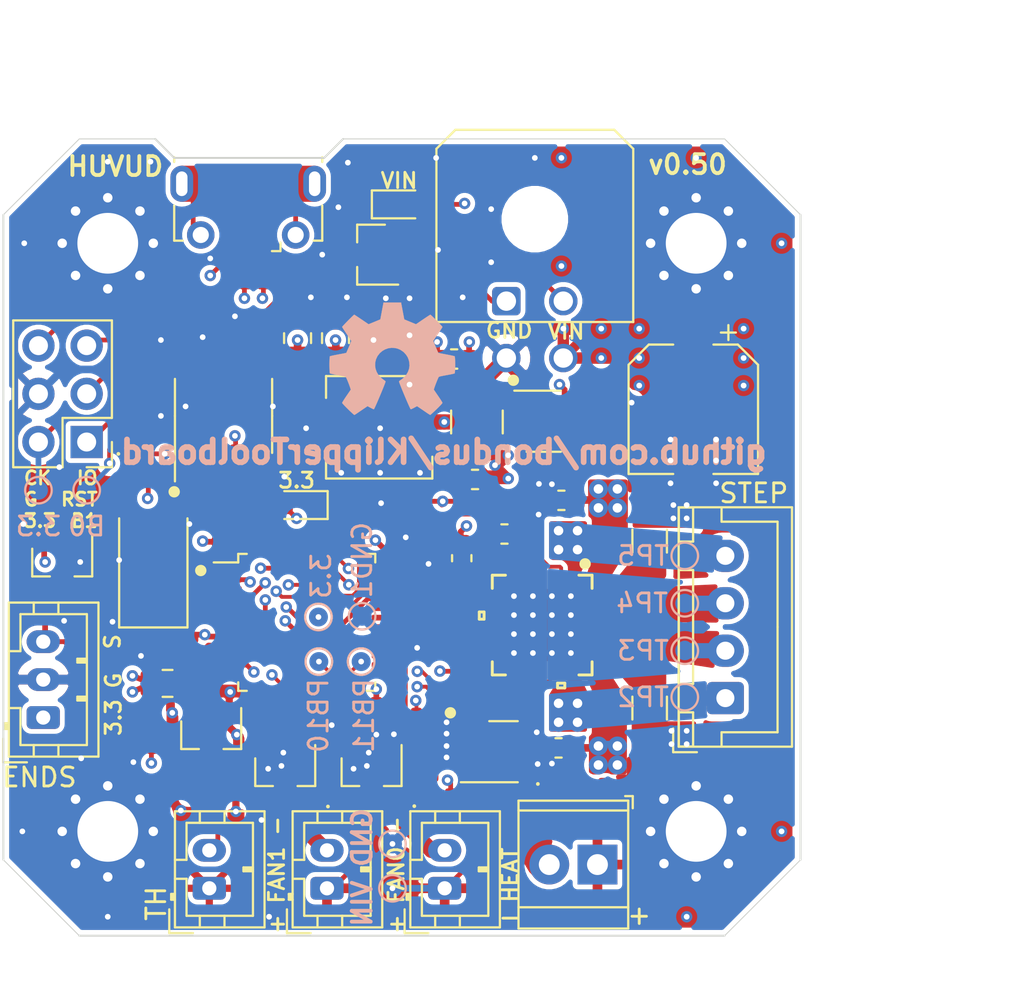
<source format=kicad_pcb>
(kicad_pcb (version 20171130) (host pcbnew "(5.1.5)-3")
  (layers (0 F.Cu signal) (1 In1.Cu signal) (2 In2.Cu signal) (31 B.Cu power) (34 B.Paste user) (35 F.Paste user) (36 B.SilkS user hide) (37 F.SilkS user) (38 B.Mask user) (39 F.Mask user) (44 Edge.Cuts user))
  (net 0 "")
  (net 1 GNDA)
  (net 2 GND)
  (net 3 ST_VS)
  (net 4 "Net-(C3-Pad1)")
  (net 5 "Net-(C4-Pad1)")
  (net 6 "Net-(C5-Pad1)")
  (net 7 "Net-(C5-Pad2)")
  (net 8 +3V3)
  (net 9 "Net-(C12-Pad2)")
  (net 10 "Net-(C13-Pad2)")
  (net 11 "Net-(D1-Pad1)")
  (net 12 "Net-(D1-Pad2)")
  (net 13 "Net-(D2-Pad1)")
  (net 14 "Net-(D2-Pad2)")
  (net 15 "Net-(D3-Pad2)")
  (net 16 "Net-(D3-Pad1)")
  (net 17 AREF)
  (net 18 THERM)
  (net 19 "Net-(R17-Pad1)")
  (net 20 ST_EN)
  (net 21 HEATER)
  (net 22 ST_STEP)
  (net 23 ST_DIR)
  (net 24 ST_DIAG)
  (net 25 "Net-(D6-Pad1)")
  (net 26 "Net-(D8-Pad1)")
  (net 27 SWCLK)
  (net 28 SWDIO)
  (net 29 "Net-(R6-Pad1)")
  (net 30 CANRX)
  (net 31 CANTX)
  (net 32 "Net-(D5-Pad1)")
  (net 33 ENDSTOP)
  (net 34 LED0)
  (net 35 BRA)
  (net 36 BRB)
  (net 37 ST_UART_TX)
  (net 38 ST_UART_RX)
  (net 39 "Net-(J12-Pad6)")
  (net 40 "Net-(J12-Pad2)")
  (net 41 "Net-(J12-Pad3)")
  (net 42 NRST)
  (net 43 USBDM)
  (net 44 USBDP)
  (net 45 BOOT0)
  (net 46 "Net-(C21-Pad2)")
  (net 47 "Net-(C21-Pad1)")
  (net 48 FAN0)
  (net 49 FAN1)
  (net 50 /ST_A2)
  (net 51 /ST_A1)
  (net 52 /ST_B1)
  (net 53 /ST_B2)
  (net 54 "Net-(Q1-Pad1)")
  (net 55 "Net-(Q2-Pad1)")
  (net 56 "Net-(D9-Pad3)")
  (net 57 "Net-(D4-Pad3)")
  (net 58 "Net-(Q3-Pad2)")
  (net 59 BOOT1)
  (net 60 "Net-(R38-Pad1)")
  (net 61 "Net-(C20-Pad2)")
  (net 62 "Net-(C20-Pad1)")
  (net 63 "Net-(R29-Pad2)")
  (net 64 "Net-(R30-Pad2)")
  (net 65 CANH)
  (net 66 CANL)
  (net 67 "Net-(PB10-Pad1)")
  (net 68 "Net-(PB11-Pad1)")
  (module Symbol:OSHW-Symbol_6.7x6mm_SilkScreen (layer B.Cu) (at 202.5 111.6 180)
    (fp_text reference LOGO1 hide)
    (fp_text value Logo_Open_Hardware_Small hide)
  )
  (module Package_TO_SOT_SMD:SOT-23 (layer F.Cu) (at 201.4 106.1 180)
    (fp_text reference D7 hide)
    (fp_text value SM24CANB hide)
    (pad 3 smd rect (at 1 0 180) (size 0.9 0.8) (layers F.Cu F.Paste F.Mask) (net 2 GND))
    (pad 2 smd rect (at -1 0.95 180) (size 0.9 0.8) (layers F.Cu F.Paste F.Mask) (net 65 CANH))
    (pad 1 smd rect (at -1 -0.95 180) (size 0.9 0.8) (layers F.Cu F.Paste F.Mask) (net 66 CANL))
  )
  (module TestPoint:TestPoint_Pad_D1.0mm (layer B.Cu) (at 202.5 139.5)
    (fp_text reference VIN1 hide)
    (fp_text value TestPoint)
    (pad 1 smd circle (at 0 0) (size 1 1) (layers B.Cu B.Mask) (net 3 ST_VS))
  )
  (module TestPoint:TestPoint_Pad_D1.0mm (layer B.Cu) (at 202.5 137.16)
    (fp_text reference GND2 hide)
    (fp_text value TestPoint)
    (pad 1 smd circle (at 0 0) (size 1 1) (layers B.Cu B.Mask) (net 2 GND))
  )
  (module Resistor_SMD:R_0402_1005Metric (layer F.Cu) (at 200.1 119.4)
    (fp_text reference R20 hide)
    (fp_text value 470 hide)
    (pad 2 smd roundrect (at 0.485 0) (size 0.59 0.64) (layers F.Cu F.Paste F.Mask) (net 2 GND))
    (pad 1 smd roundrect (at -0.485 0) (size 0.59 0.64) (layers F.Cu F.Paste F.Mask) (net 26 "Net-(D8-Pad1)"))
  )
  (module TestPoint:TestPoint_Pad_D1.0mm (layer B.Cu) (at 200.9 125.16)
    (fp_text reference GND1 (at 0 -2.96 90) (layer B.SilkS) (effects (justify mirror)))
    (fp_text value TestPoint)
    (pad 1 smd circle (at 0 0) (size 1 1) (layers B.Cu B.Mask) (net 2 GND))
  )
  (module TestPoint:TestPoint_Pad_D1.0mm (layer B.Cu) (at 198.6 125.2)
    (fp_text reference 3.3 (at 0.14 -2.16 90) (layer B.SilkS) (effects (justify mirror)))
    (fp_text value TestPoint)
    (pad 1 smd circle (at 0 0) (size 1 1) (layers B.Cu B.Mask) (net 8 +3V3))
  )
  (module TestPoint:TestPoint_Pad_D1.0mm (layer B.Cu) (at 200.85 127.55)
    (fp_text reference PB11 (at 0.15 2.85 90) (layer B.SilkS) (effects (justify mirror)))
    (fp_text value TestPoint)
    (pad 1 smd circle (at 0 0) (size 1 1) (layers B.Cu B.Mask) (net 68 "Net-(PB11-Pad1)"))
  )
  (module TestPoint:TestPoint_Pad_D1.0mm (layer B.Cu) (at 198.62 127.55)
    (fp_text reference PB10 (at -0.02 2.85 90) (layer B.SilkS) (effects (justify mirror)))
    (fp_text value TestPoint)
    (pad 1 smd circle (at 0 0) (size 1 1) (layers B.Cu B.Mask) (net 67 "Net-(PB10-Pad1)"))
  )
  (module MountingHole:MountingHole_3.2mm_M3_Pad_Via (layer F.Cu) (at 218.5 136.5)
    (fp_text reference H4 hide)
    (fp_text value MountingHole hide)
    (pad 1 thru_hole circle (at 1.697056 -1.697056) (size 0.8 0.8) (drill 0.5) (layers *.Cu *.Mask) (net 2 GND))
    (pad 1 thru_hole circle (at 0 -2.4) (size 0.8 0.8) (drill 0.5) (layers *.Cu *.Mask) (net 2 GND))
    (pad 1 thru_hole circle (at -1.697056 -1.697056) (size 0.8 0.8) (drill 0.5) (layers *.Cu *.Mask) (net 2 GND))
    (pad 1 thru_hole circle (at -2.4 0) (size 0.8 0.8) (drill 0.5) (layers *.Cu *.Mask) (net 2 GND))
    (pad 1 thru_hole circle (at -1.697056 1.697056) (size 0.8 0.8) (drill 0.5) (layers *.Cu *.Mask) (net 2 GND))
    (pad 1 thru_hole circle (at 0 2.4) (size 0.8 0.8) (drill 0.5) (layers *.Cu *.Mask) (net 2 GND))
    (pad 1 thru_hole circle (at 1.697056 1.697056) (size 0.8 0.8) (drill 0.5) (layers *.Cu *.Mask) (net 2 GND))
    (pad 1 thru_hole circle (at 2.4 0) (size 0.8 0.8) (drill 0.5) (layers *.Cu *.Mask) (net 2 GND))
    (pad 1 thru_hole circle (at 0 0) (size 6.4 6.4) (drill 3.2) (layers *.Cu *.Mask) (net 2 GND))
  )
  (module MountingHole:MountingHole_3.2mm_M3_Pad_Via (layer F.Cu) (at 187.5 136.5)
    (fp_text reference H3 hide)
    (fp_text value MountingHole hide)
    (pad 1 thru_hole circle (at 1.697056 -1.697056) (size 0.8 0.8) (drill 0.5) (layers *.Cu *.Mask) (net 2 GND))
    (pad 1 thru_hole circle (at 0 -2.4) (size 0.8 0.8) (drill 0.5) (layers *.Cu *.Mask) (net 2 GND))
    (pad 1 thru_hole circle (at -1.697056 -1.697056) (size 0.8 0.8) (drill 0.5) (layers *.Cu *.Mask) (net 2 GND))
    (pad 1 thru_hole circle (at -2.4 0) (size 0.8 0.8) (drill 0.5) (layers *.Cu *.Mask) (net 2 GND))
    (pad 1 thru_hole circle (at -1.697056 1.697056) (size 0.8 0.8) (drill 0.5) (layers *.Cu *.Mask) (net 2 GND))
    (pad 1 thru_hole circle (at 0 2.4) (size 0.8 0.8) (drill 0.5) (layers *.Cu *.Mask) (net 2 GND))
    (pad 1 thru_hole circle (at 1.697056 1.697056) (size 0.8 0.8) (drill 0.5) (layers *.Cu *.Mask) (net 2 GND))
    (pad 1 thru_hole circle (at 2.4 0) (size 0.8 0.8) (drill 0.5) (layers *.Cu *.Mask) (net 2 GND))
    (pad 1 thru_hole circle (at 0 0) (size 6.4 6.4) (drill 3.2) (layers *.Cu *.Mask) (net 2 GND))
  )
  (module MountingHole:MountingHole_3.2mm_M3_Pad_Via (layer F.Cu) (at 218.5 105.5)
    (fp_text reference H2 hide)
    (fp_text value MountingHole hide)
    (pad 1 thru_hole circle (at 1.697056 -1.697056) (size 0.8 0.8) (drill 0.5) (layers *.Cu *.Mask) (net 2 GND))
    (pad 1 thru_hole circle (at 0 -2.4) (size 0.8 0.8) (drill 0.5) (layers *.Cu *.Mask) (net 2 GND))
    (pad 1 thru_hole circle (at -1.697056 -1.697056) (size 0.8 0.8) (drill 0.5) (layers *.Cu *.Mask) (net 2 GND))
    (pad 1 thru_hole circle (at -2.4 0) (size 0.8 0.8) (drill 0.5) (layers *.Cu *.Mask) (net 2 GND))
    (pad 1 thru_hole circle (at -1.697056 1.697056) (size 0.8 0.8) (drill 0.5) (layers *.Cu *.Mask) (net 2 GND))
    (pad 1 thru_hole circle (at 0 2.4) (size 0.8 0.8) (drill 0.5) (layers *.Cu *.Mask) (net 2 GND))
    (pad 1 thru_hole circle (at 1.697056 1.697056) (size 0.8 0.8) (drill 0.5) (layers *.Cu *.Mask) (net 2 GND))
    (pad 1 thru_hole circle (at 2.4 0) (size 0.8 0.8) (drill 0.5) (layers *.Cu *.Mask) (net 2 GND))
    (pad 1 thru_hole circle (at 0 0) (size 6.4 6.4) (drill 3.2) (layers *.Cu *.Mask) (net 2 GND))
  )
  (module MountingHole:MountingHole_3.2mm_M3_Pad_Via (layer F.Cu) (at 187.5 105.5)
    (fp_text reference H1 hide)
    (fp_text value MountingHole hide)
    (pad 1 thru_hole circle (at 1.697056 -1.697056) (size 0.8 0.8) (drill 0.5) (layers *.Cu *.Mask) (net 2 GND))
    (pad 1 thru_hole circle (at 0 -2.4) (size 0.8 0.8) (drill 0.5) (layers *.Cu *.Mask) (net 2 GND))
    (pad 1 thru_hole circle (at -1.697056 -1.697056) (size 0.8 0.8) (drill 0.5) (layers *.Cu *.Mask) (net 2 GND))
    (pad 1 thru_hole circle (at -2.4 0) (size 0.8 0.8) (drill 0.5) (layers *.Cu *.Mask) (net 2 GND))
    (pad 1 thru_hole circle (at -1.697056 1.697056) (size 0.8 0.8) (drill 0.5) (layers *.Cu *.Mask) (net 2 GND))
    (pad 1 thru_hole circle (at 0 2.4) (size 0.8 0.8) (drill 0.5) (layers *.Cu *.Mask) (net 2 GND))
    (pad 1 thru_hole circle (at 1.697056 1.697056) (size 0.8 0.8) (drill 0.5) (layers *.Cu *.Mask) (net 2 GND))
    (pad 1 thru_hole circle (at 2.4 0) (size 0.8 0.8) (drill 0.5) (layers *.Cu *.Mask) (net 2 GND))
    (pad 1 thru_hole circle (at 0 0) (size 6.4 6.4) (drill 3.2) (layers *.Cu *.Mask) (net 2 GND))
  )
  (module Connector_Molex:Molex_Micro-Fit_3.0_43045-0400_2x02_P3.00mm_Horizontal (layer F.Cu) (at 208.5 108.55)
    (fp_text reference J1 hide)
    (fp_text value Conn_02x02_Odd_Even hide)
    (pad 4 thru_hole circle (at 3 3) (size 1.5 1.5) (drill 1.02) (layers *.Cu *.Mask) (net 3 ST_VS))
    (pad 3 thru_hole circle (at 0 3) (size 1.5 1.5) (drill 1.02) (layers *.Cu *.Mask) (net 2 GND))
    (pad 2 thru_hole circle (at 3 0) (size 1.5 1.5) (drill 1.02) (layers *.Cu *.Mask) (net 65 CANH))
    (pad 1 thru_hole roundrect (at 0 0) (size 1.5 1.5) (drill 1.02) (layers *.Cu *.Mask) (roundrect_rratio 0.166667) (net 66 CANL))
    (pad "" np_thru_hole circle (at 1.5 -4.32) (size 3 3) (drill 3) (layers *.Cu *.Mask))
  )
  (module Package_TO_SOT_SMD:SOT-23 (layer F.Cu) (at 192.95 131.4 270)
    (fp_text reference D9 hide)
    (fp_text value BAT54S hide)
    (pad 3 smd rect (at 1 0 270) (size 0.9 0.8) (layers F.Cu F.Paste F.Mask) (net 56 "Net-(D9-Pad3)"))
    (pad 2 smd rect (at -1 0.95 270) (size 0.9 0.8) (layers F.Cu F.Paste F.Mask) (net 17 AREF))
    (pad 1 smd rect (at -1 -0.95 270) (size 0.9 0.8) (layers F.Cu F.Paste F.Mask) (net 1 GNDA))
  )
  (module TestPoint:TestPoint_Pad_D1.0mm (layer B.Cu) (at 183.8485 118.516)
    (fp_text reference TP6 hide)
    (fp_text value TestPoint)
    (pad 1 smd circle (at 0 0) (size 1 1) (layers B.Cu B.Mask) (net 8 +3V3))
  )
  (module TestPoint:TestPoint_Pad_D1.0mm (layer B.Cu) (at 217.9 121.976)
    (fp_text reference TP5 (at -2.2 0) (layer B.SilkS) (effects (justify mirror)))
    (fp_text value TestPoint)
    (pad 1 smd circle (at 0 0) (size 1 1) (layers B.Cu B.Mask) (net 53 /ST_B2))
  )
  (module TestPoint:TestPoint_Pad_D1.0mm (layer B.Cu) (at 217.9 124.476)
    (fp_text reference TP4 (at -2.25 0) (layer B.SilkS) (effects (justify mirror)))
    (fp_text value TestPoint)
    (pad 1 smd circle (at 0 0) (size 1 1) (layers B.Cu B.Mask) (net 52 /ST_B1))
  )
  (module TestPoint:TestPoint_Pad_D1.0mm (layer B.Cu) (at 217.9 126.976)
    (fp_text reference TP3 (at -2.2 0) (layer B.SilkS) (effects (justify mirror)))
    (fp_text value TestPoint)
    (pad 1 smd circle (at 0 0) (size 1 1) (layers B.Cu B.Mask) (net 51 /ST_A1))
  )
  (module TestPoint:TestPoint_Pad_D1.0mm (layer B.Cu) (at 217.9 129.426)
    (fp_text reference TP2 (at -2.2 0) (layer B.SilkS) (effects (justify mirror)))
    (fp_text value TestPoint)
    (pad 1 smd circle (at 0 0) (size 1 1) (layers B.Cu B.Mask) (net 50 /ST_A2))
  )
  (module Resistor_SMD:R_0402_1005Metric (layer F.Cu) (at 211.8 117.2 180)
    (fp_text reference R31 hide)
    (fp_text value 22 hide)
    (pad 2 smd roundrect (at 0.485 0 180) (size 0.59 0.64) (layers F.Cu F.Paste F.Mask) (net 64 "Net-(R30-Pad2)"))
    (pad 1 smd roundrect (at -0.485 0 180) (size 0.59 0.64) (layers F.Cu F.Paste F.Mask) (net 63 "Net-(R29-Pad2)"))
  )
  (module Resistor_SMD:R_0402_1005Metric (layer F.Cu) (at 209.9 117.2)
    (fp_text reference R30 hide)
    (fp_text value 22 hide)
    (pad 2 smd roundrect (at 0.485 0) (size 0.59 0.64) (layers F.Cu F.Paste F.Mask) (net 64 "Net-(R30-Pad2)"))
    (pad 1 smd roundrect (at -0.485 0) (size 0.59 0.64) (layers F.Cu F.Paste F.Mask) (net 8 +3V3))
  )
  (module NetTie:NetTie-2_SMD_Pad0.5mm (layer F.Cu) (at 189.45 126.34)
    (fp_text reference NT1 hide)
    (fp_text value Net-Tie_2 hide)
    (fp_poly (pts (xy -0.5 -0.25) (xy 0.5 -0.25) (xy 0.5 0.25) (xy -0.5 0.25)) (layer F.Cu) (width 0))
    (pad 2 smd circle (at 0.5 0) (size 0.5 0.5) (layers F.Cu) (net 1 GNDA))
    (pad 1 smd circle (at -0.5 0) (size 0.5 0.5) (layers F.Cu) (net 2 GND))
  )
  (module Capacitor_SMD:C_0402_1005Metric (layer F.Cu) (at 190.97 126.77 270)
    (fp_text reference C11 hide)
    (fp_text value 0.1uF hide)
    (pad 2 smd roundrect (at 0.485 0 270) (size 0.59 0.64) (layers F.Cu F.Paste F.Mask) (net 17 AREF))
    (pad 1 smd roundrect (at -0.485 0 270) (size 0.59 0.64) (layers F.Cu F.Paste F.Mask) (net 1 GNDA))
  )
  (module LED_SMD:LED_0402_1005Metric (layer F.Cu) (at 189.15 116.6)
    (fp_text reference D5 hide)
    (fp_text value LEDGR hide)
    (pad 2 smd roundrect (at 0.485 0) (size 0.59 0.64) (layers F.Cu F.Paste F.Mask) (net 8 +3V3))
    (pad 1 smd roundrect (at -0.485 0) (size 0.59 0.64) (layers F.Cu F.Paste F.Mask) (net 32 "Net-(D5-Pad1)"))
  )
  (module Resistor_SMD:R_0402_1005Metric (layer F.Cu) (at 214.3 116.8 270)
    (fp_text reference R29 hide)
    (fp_text value 2.2k hide)
    (pad 2 smd roundrect (at 0.485 0 270) (size 0.59 0.64) (layers F.Cu F.Paste F.Mask) (net 63 "Net-(R29-Pad2)"))
    (pad 1 smd roundrect (at -0.485 0 270) (size 0.59 0.64) (layers F.Cu F.Paste F.Mask) (net 46 "Net-(C21-Pad2)"))
  )
  (module Capacitor_SMD:C_0402_1005Metric (layer F.Cu) (at 213.8 115.35)
    (fp_text reference C21 hide)
    (fp_text value 68pF hide)
    (pad 2 smd roundrect (at 0.485 0) (size 0.59 0.64) (layers F.Cu F.Paste F.Mask) (net 46 "Net-(C21-Pad2)"))
    (pad 1 smd roundrect (at -0.485 0) (size 0.59 0.64) (layers F.Cu F.Paste F.Mask) (net 47 "Net-(C21-Pad1)"))
  )
  (module Capacitor_SMD:C_0603_1608Metric (layer F.Cu) (at 205.75 111.6)
    (fp_text reference C20 hide)
    (fp_text value 0.1uF/35V hide)
    (pad 2 smd roundrect (at 0.7875 0) (size 0.875 0.95) (layers F.Cu F.Paste F.Mask) (net 61 "Net-(C20-Pad2)"))
    (pad 1 smd roundrect (at -0.7875 0) (size 0.875 0.95) (layers F.Cu F.Paste F.Mask) (net 62 "Net-(C20-Pad1)"))
  )
  (module Capacitor_SMD:C_0603_1608Metric (layer F.Cu) (at 206.85 117.95 180)
    (fp_text reference C16 hide)
    (fp_text value 0.1uF/35V hide)
    (pad 2 smd roundrect (at 0.7875 0 180) (size 0.875 0.95) (layers F.Cu F.Paste F.Mask) (net 2 GND))
    (pad 1 smd roundrect (at -0.7875 0 180) (size 0.875 0.95) (layers F.Cu F.Paste F.Mask) (net 3 ST_VS))
  )
  (module Capacitor_SMD:C_0805_2012Metric (layer F.Cu) (at 199.5 110.5 90)
    (fp_text reference C32 hide)
    (fp_text value 10uF hide)
    (pad 2 smd roundrect (at 0.9375 0 90) (size 0.975 1.4) (layers F.Cu F.Paste F.Mask) (net 2 GND))
    (pad 1 smd roundrect (at -0.9375 0 90) (size 0.975 1.4) (layers F.Cu F.Paste F.Mask) (net 8 +3V3))
  )
  (module Capacitor_SMD:C_0805_2012Metric (layer F.Cu) (at 197.5 110.5 90)
    (fp_text reference C15 hide)
    (fp_text value 10uF hide)
    (pad 2 smd roundrect (at 0.9375 0 90) (size 0.975 1.4) (layers F.Cu F.Paste F.Mask) (net 2 GND))
    (pad 1 smd roundrect (at -0.9375 0 90) (size 0.975 1.4) (layers F.Cu F.Paste F.Mask) (net 8 +3V3))
  )
  (module Capacitor_SMD:C_0805_2012Metric (layer F.Cu) (at 201.5 110.5 90)
    (fp_text reference C14 hide)
    (fp_text value 10uF hide)
    (pad 2 smd roundrect (at 0.9375 0 90) (size 0.975 1.4) (layers F.Cu F.Paste F.Mask) (net 2 GND))
    (pad 1 smd roundrect (at -0.9375 0 90) (size 0.975 1.4) (layers F.Cu F.Paste F.Mask) (net 8 +3V3))
  )
  (module Capacitor_SMD:C_1210_3225Metric (layer F.Cu) (at 206.95 114.92 270)
    (fp_text reference C22 hide)
    (fp_text value 10uF/35V hide)
    (pad 2 smd roundrect (at 1.4 0 270) (size 1.25 2.65) (layers F.Cu F.Paste F.Mask) (roundrect_rratio 0.2) (net 3 ST_VS))
    (pad 1 smd roundrect (at -1.4 0 270) (size 1.25 2.65) (layers F.Cu F.Paste F.Mask) (roundrect_rratio 0.2) (net 2 GND))
  )
  (module Package_TO_SOT_SMD:SOT-23-6 (layer F.Cu) (at 210.47 114.88)
    (fp_text reference U3 hide)
    (fp_text value TPS54308 hide)
    (pad 5 smd rect (at 1.1 0) (size 1.06 0.65) (layers F.Cu F.Paste F.Mask) (net 60 "Net-(R38-Pad1)"))
    (pad 6 smd rect (at 1.1 -0.95) (size 1.06 0.65) (layers F.Cu F.Paste F.Mask) (net 61 "Net-(C20-Pad2)"))
    (pad 4 smd rect (at 1.1 0.95) (size 1.06 0.65) (layers F.Cu F.Paste F.Mask) (net 47 "Net-(C21-Pad1)"))
    (pad 3 smd rect (at -1.1 0.95) (size 1.06 0.65) (layers F.Cu F.Paste F.Mask) (net 3 ST_VS))
    (pad 2 smd rect (at -1.1 0) (size 1.06 0.65) (layers F.Cu F.Paste F.Mask) (net 62 "Net-(C20-Pad1)"))
    (pad 1 smd rect (at -1.1 -0.95) (size 1.06 0.65) (layers F.Cu F.Paste F.Mask) (net 2 GND))
  )
  (module Resistor_SMD:R_0402_1005Metric (layer F.Cu) (at 213.8 114.4 180)
    (fp_text reference R41 hide)
    (fp_text value 22k hide)
    (pad 2 smd roundrect (at 0.485 0 180) (size 0.59 0.64) (layers F.Cu F.Paste F.Mask) (net 47 "Net-(C21-Pad1)"))
    (pad 1 smd roundrect (at -0.485 0 180) (size 0.59 0.64) (layers F.Cu F.Paste F.Mask) (net 2 GND))
  )
  (module Resistor_SMD:R_0402_1005Metric (layer F.Cu) (at 213.3 116.8 270)
    (fp_text reference R40 hide)
    (fp_text value 100k hide)
    (pad 2 smd roundrect (at 0.485 0 270) (size 0.59 0.64) (layers F.Cu F.Paste F.Mask) (net 63 "Net-(R29-Pad2)"))
    (pad 1 smd roundrect (at -0.485 0 270) (size 0.59 0.64) (layers F.Cu F.Paste F.Mask) (net 47 "Net-(C21-Pad1)"))
  )
  (module Resistor_SMD:R_0402_1005Metric (layer F.Cu) (at 213.8 113.45 180)
    (fp_text reference R39 hide)
    (fp_text value 22k hide)
    (pad 2 smd roundrect (at 0.485 0 180) (size 0.59 0.64) (layers F.Cu F.Paste F.Mask) (net 60 "Net-(R38-Pad1)"))
    (pad 1 smd roundrect (at -0.485 0 180) (size 0.59 0.64) (layers F.Cu F.Paste F.Mask) (net 2 GND))
  )
  (module Resistor_SMD:R_0402_1005Metric (layer F.Cu) (at 213.8 112.45)
    (fp_text reference R38 hide)
    (fp_text value 100k hide)
    (pad 2 smd roundrect (at 0.485 0) (size 0.59 0.64) (layers F.Cu F.Paste F.Mask) (net 3 ST_VS))
    (pad 1 smd roundrect (at -0.485 0) (size 0.59 0.64) (layers F.Cu F.Paste F.Mask) (net 60 "Net-(R38-Pad1)"))
  )
  (module Inductor_SMD:L_Sunlord_MWSA0518_5.4x5.2mm (layer F.Cu) (at 201.8 115.2 180)
    (fp_text reference L4 hide)
    (fp_text value "10uH/max 145mOhm 2A" hide)
    (pad 2 smd rect (at 2.05 0 180) (size 1.9 2.5) (layers F.Cu F.Paste F.Mask) (net 8 +3V3))
    (pad 1 smd rect (at -2.05 0 180) (size 1.9 2.5) (layers F.Cu F.Paste F.Mask) (net 62 "Net-(C20-Pad1)"))
  )
  (module Resistor_SMD:R_0402_1005Metric (layer F.Cu) (at 189.15 114.6 180)
    (fp_text reference R37 hide)
    (fp_text value 10k hide)
    (pad 2 smd roundrect (at 0.485 0 180) (size 0.59 0.64) (layers F.Cu F.Paste F.Mask) (net 59 BOOT1))
    (pad 1 smd roundrect (at -0.485 0 180) (size 0.59 0.64) (layers F.Cu F.Paste F.Mask) (net 2 GND))
  )
  (module Capacitor_SMD:C_0402_1005Metric (layer F.Cu) (at 191.95 126.77 270)
    (fp_text reference C23 hide)
    (fp_text value 4.7uF hide)
    (pad 2 smd roundrect (at 0.485 0 270) (size 0.59 0.64) (layers F.Cu F.Paste F.Mask) (net 17 AREF))
    (pad 1 smd roundrect (at -0.485 0 270) (size 0.59 0.64) (layers F.Cu F.Paste F.Mask) (net 1 GNDA))
  )
  (module TestPoint:TestPoint_Pad_D1.0mm (layer B.Cu) (at 186.3885 118.516)
    (fp_text reference TP1 hide)
    (fp_text value TestPoint)
    (pad 1 smd circle (at 0 0) (size 1 1) (layers B.Cu B.Mask) (net 45 BOOT0))
  )
  (module Huvud:DFN-8-1EP_3x3mm_P0.65mm_EP1.7x2.05mm (layer F.Cu) (at 207.6 132.3)
    (fp_text reference Q3 hide)
    (fp_text value AON7524 hide)
    (pad 3 smd rect (at 0 0) (size 1.7 2.05) (layers F.Cu F.Mask) (net 16 "Net-(D3-Pad1)"))
    (pad 3 smd roundrect (at 1.45 -0.975) (size 0.8 0.3) (layers F.Cu F.Paste F.Mask) (net 16 "Net-(D3-Pad1)"))
    (pad 3 smd roundrect (at 1.45 -0.325) (size 0.8 0.3) (layers F.Cu F.Paste F.Mask) (net 16 "Net-(D3-Pad1)"))
    (pad 3 smd roundrect (at 1.45 0.325) (size 0.8 0.3) (layers F.Cu F.Paste F.Mask) (net 16 "Net-(D3-Pad1)"))
    (pad 3 smd roundrect (at 1.45 0.975) (size 0.8 0.3) (layers F.Cu F.Paste F.Mask) (net 16 "Net-(D3-Pad1)"))
    (pad 2 smd roundrect (at -1.45 0.975) (size 0.8 0.3) (layers F.Cu F.Paste F.Mask) (net 58 "Net-(Q3-Pad2)"))
    (pad 1 smd roundrect (at -1.45 0.325) (size 0.8 0.3) (layers F.Cu F.Paste F.Mask) (net 2 GND))
    (pad 1 smd roundrect (at -1.45 -0.325) (size 0.8 0.3) (layers F.Cu F.Paste F.Mask) (net 2 GND))
    (pad 1 smd roundrect (at -1.45 -0.975) (size 0.8 0.3) (layers F.Cu F.Paste F.Mask) (net 2 GND))
  )
  (module Resistor_SMD:R_0402_1005Metric (layer F.Cu) (at 189.15 117.6 180)
    (fp_text reference R3 hide)
    (fp_text value 470 hide)
    (pad 2 smd roundrect (at 0.485 0 180) (size 0.59 0.64) (layers F.Cu F.Paste F.Mask) (net 32 "Net-(D5-Pad1)"))
    (pad 1 smd roundrect (at -0.485 0 180) (size 0.59 0.64) (layers F.Cu F.Paste F.Mask) (net 34 LED0))
  )
  (module Package_TO_SOT_SMD:SOT-23 (layer F.Cu) (at 185.1 122.3 270)
    (fp_text reference D4 hide)
    (fp_text value BAT54S hide)
    (pad 3 smd rect (at 1 0 270) (size 0.9 0.8) (layers F.Cu F.Paste F.Mask) (net 57 "Net-(D4-Pad3)"))
    (pad 2 smd rect (at -1 0.95 270) (size 0.9 0.8) (layers F.Cu F.Paste F.Mask) (net 8 +3V3))
    (pad 1 smd rect (at -1 -0.95 270) (size 0.9 0.8) (layers F.Cu F.Paste F.Mask) (net 2 GND))
  )
  (module LED_SMD:LED_0603_1608Metric (layer F.Cu) (at 197.6 119.3 180)
    (fp_text reference D8 hide)
    (fp_text value LEDRED hide)
    (pad 2 smd roundrect (at 0.7875 0 180) (size 0.875 0.95) (layers F.Cu F.Paste F.Mask) (net 8 +3V3))
    (pad 1 smd roundrect (at -0.7875 0 180) (size 0.875 0.95) (layers F.Cu F.Paste F.Mask) (net 26 "Net-(D8-Pad1)"))
  )
  (module LED_SMD:LED_0603_1608Metric (layer F.Cu) (at 202.9 103.45)
    (fp_text reference D6 hide)
    (fp_text value LEDRED hide)
    (pad 2 smd roundrect (at 0.7875 0) (size 0.875 0.95) (layers F.Cu F.Paste F.Mask) (net 3 ST_VS))
    (pad 1 smd roundrect (at -0.7875 0) (size 0.875 0.95) (layers F.Cu F.Paste F.Mask) (net 25 "Net-(D6-Pad1)"))
  )
  (module Resistor_SMD:R_0402_1005Metric (layer F.Cu) (at 189.35 131.15)
    (fp_text reference R36 hide)
    (fp_text value 10k hide)
    (pad 2 smd roundrect (at 0.485 0) (size 0.59 0.64) (layers F.Cu F.Paste F.Mask) (net 33 ENDSTOP))
    (pad 1 smd roundrect (at -0.485 0) (size 0.59 0.64) (layers F.Cu F.Paste F.Mask) (net 57 "Net-(D4-Pad3)"))
  )
  (module Resistor_SMD:R_0402_1005Metric (layer F.Cu) (at 197.7 131.15)
    (fp_text reference R35 hide)
    (fp_text value 22 hide)
    (pad 2 smd roundrect (at 0.485 0) (size 0.59 0.64) (layers F.Cu F.Paste F.Mask) (net 55 "Net-(Q2-Pad1)"))
    (pad 1 smd roundrect (at -0.485 0) (size 0.59 0.64) (layers F.Cu F.Paste F.Mask) (net 49 FAN1))
  )
  (module Resistor_SMD:R_0402_1005Metric (layer F.Cu) (at 204.1 131.675 180)
    (fp_text reference R34 hide)
    (fp_text value 22 hide)
    (pad 2 smd roundrect (at 0.485 0 180) (size 0.59 0.64) (layers F.Cu F.Paste F.Mask) (net 54 "Net-(Q1-Pad1)"))
    (pad 1 smd roundrect (at -0.485 0 180) (size 0.59 0.64) (layers F.Cu F.Paste F.Mask) (net 48 FAN0))
  )
  (module Resistor_SMD:R_0402_1005Metric (layer F.Cu) (at 206.05 134.55)
    (fp_text reference R28 hide)
    (fp_text value 22 hide)
    (pad 2 smd roundrect (at 0.485 0) (size 0.59 0.64) (layers F.Cu F.Paste F.Mask) (net 58 "Net-(Q3-Pad2)"))
    (pad 1 smd roundrect (at -0.485 0) (size 0.59 0.64) (layers F.Cu F.Paste F.Mask) (net 21 HEATER))
  )
  (module LED_SMD:LED_0402_1005Metric (layer F.Cu) (at 211.25 134)
    (fp_text reference D3 hide)
    (fp_text value LEDGR hide)
    (pad 2 smd roundrect (at 0.485 0) (size 0.59 0.64) (layers F.Cu F.Paste F.Mask) (net 15 "Net-(D3-Pad2)"))
    (pad 1 smd roundrect (at -0.485 0) (size 0.59 0.64) (layers F.Cu F.Paste F.Mask) (net 16 "Net-(D3-Pad1)"))
  )
  (module LED_SMD:LED_0402_1005Metric (layer F.Cu) (at 199.1 134.1 90)
    (fp_text reference D2 hide)
    (fp_text value LEDGR hide)
    (pad 2 smd roundrect (at 0.485 0 90) (size 0.59 0.64) (layers F.Cu F.Paste F.Mask) (net 14 "Net-(D2-Pad2)"))
    (pad 1 smd roundrect (at -0.485 0 90) (size 0.59 0.64) (layers F.Cu F.Paste F.Mask) (net 13 "Net-(D2-Pad1)"))
  )
  (module LED_SMD:LED_0402_1005Metric (layer F.Cu) (at 203.65 134.08 90)
    (fp_text reference D1 hide)
    (fp_text value LEDGR hide)
    (pad 2 smd roundrect (at 0.485 0 90) (size 0.59 0.64) (layers F.Cu F.Paste F.Mask) (net 12 "Net-(D1-Pad2)"))
    (pad 1 smd roundrect (at -0.485 0 90) (size 0.59 0.64) (layers F.Cu F.Paste F.Mask) (net 11 "Net-(D1-Pad1)"))
  )
  (module Capacitor_SMD:C_0402_1005Metric (layer F.Cu) (at 194.25 134.05 90)
    (fp_text reference C25 hide)
    (fp_text value 0.1uF hide)
    (pad 2 smd roundrect (at 0.485 0 90) (size 0.59 0.64) (layers F.Cu F.Paste F.Mask) (net 18 THERM))
    (pad 1 smd roundrect (at -0.485 0 90) (size 0.59 0.64) (layers F.Cu F.Paste F.Mask) (net 1 GNDA))
  )
  (module Capacitor_SMD:C_0402_1005Metric (layer F.Cu) (at 189.35 132.1 180)
    (fp_text reference C2 hide)
    (fp_text value 0.1uF hide)
    (pad 2 smd roundrect (at 0.485 0 180) (size 0.59 0.64) (layers F.Cu F.Paste F.Mask) (net 2 GND))
    (pad 1 smd roundrect (at -0.485 0 180) (size 0.59 0.64) (layers F.Cu F.Paste F.Mask) (net 33 ENDSTOP))
  )
  (module Connector_PinHeader_2.54mm:PinHeader_2x03_P2.54mm_Vertical (layer F.Cu) (at 186.3885 115.976 180)
    (fp_text reference J2 hide)
    (fp_text value DBG hide)
    (pad 6 thru_hole oval (at 2.54 5.08 180) (size 1.7 1.7) (drill 1) (layers *.Cu *.Mask) (net 27 SWCLK))
    (pad 5 thru_hole oval (at 0 5.08 180) (size 1.7 1.7) (drill 1) (layers *.Cu *.Mask) (net 28 SWDIO))
    (pad 4 thru_hole oval (at 2.54 2.54 180) (size 1.7 1.7) (drill 1) (layers *.Cu *.Mask) (net 2 GND))
    (pad 3 thru_hole oval (at 0 2.54 180) (size 1.7 1.7) (drill 1) (layers *.Cu *.Mask) (net 42 NRST))
    (pad 2 thru_hole oval (at 2.54 0 180) (size 1.7 1.7) (drill 1) (layers *.Cu *.Mask) (net 8 +3V3))
    (pad 1 thru_hole rect (at 0 0 180) (size 1.7 1.7) (drill 1) (layers *.Cu *.Mask) (net 59 BOOT1))
  )
  (module Resistor_SMD:R_0402_1005Metric (layer F.Cu) (at 203.8 105.35 270)
    (fp_text reference R11 hide)
    (fp_text value 10k hide)
    (pad 2 smd roundrect (at 0.485 0 270) (size 0.59 0.64) (layers F.Cu F.Paste F.Mask) (net 2 GND))
    (pad 1 smd roundrect (at -0.485 0 270) (size 0.59 0.64) (layers F.Cu F.Paste F.Mask) (net 25 "Net-(D6-Pad1)"))
  )
  (module Connector_USB:USB_Micro-B_Molex-105017-0001 (layer F.Cu) (at 194.9 103.6 180)
    (fp_text reference J12 hide)
    (fp_text value USB_Micro-B_Molex-105017-0001 hide)
    (pad 6 smd rect (at -2.9 1.2375 180) (size 1.2 1.9) (layers F.Cu F.Mask) (net 39 "Net-(J12-Pad6)"))
    (pad 6 smd rect (at 2.9 1.2375 180) (size 1.2 1.9) (layers F.Cu F.Mask) (net 39 "Net-(J12-Pad6)"))
    (pad 6 thru_hole oval (at 3.5 1.2375 180) (size 1.2 1.9) (drill oval 0.6 1.3) (layers *.Cu *.Mask) (net 39 "Net-(J12-Pad6)"))
    (pad 6 thru_hole oval (at -3.5 1.2375) (size 1.2 1.9) (drill oval 0.6 1.3) (layers *.Cu *.Mask) (net 39 "Net-(J12-Pad6)"))
    (pad 6 smd rect (at -1 1.2375 180) (size 1.5 1.9) (layers F.Cu F.Paste F.Mask) (net 39 "Net-(J12-Pad6)"))
    (pad 6 thru_hole circle (at 2.5 -1.4625 180) (size 1.45 1.45) (drill 0.85) (layers *.Cu *.Mask) (net 39 "Net-(J12-Pad6)"))
    (pad 3 smd rect (at 0 -1.4625 180) (size 0.4 1.35) (layers F.Cu F.Paste F.Mask) (net 41 "Net-(J12-Pad3)"))
    (pad 4 smd rect (at 0.65 -1.4625 180) (size 0.4 1.35) (layers F.Cu F.Paste F.Mask) (net 2 GND))
    (pad 5 smd rect (at 1.3 -1.4625 180) (size 0.4 1.35) (layers F.Cu F.Paste F.Mask) (net 2 GND))
    (pad 1 smd rect (at -1.3 -1.4625 180) (size 0.4 1.35) (layers F.Cu F.Paste F.Mask))
    (pad 2 smd rect (at -0.65 -1.4625 180) (size 0.4 1.35) (layers F.Cu F.Paste F.Mask) (net 40 "Net-(J12-Pad2)"))
    (pad 6 thru_hole circle (at -2.5 -1.4625 180) (size 1.45 1.45) (drill 0.85) (layers *.Cu *.Mask) (net 39 "Net-(J12-Pad6)"))
    (pad 6 smd rect (at 1 1.2375 180) (size 1.5 1.9) (layers F.Cu F.Paste F.Mask) (net 39 "Net-(J12-Pad6)"))
  )
  (module Connector_JST:JST_XH_B4B-XH-A_1x04_P2.50mm_Vertical (layer F.Cu) (at 220.0385 129.476 90)
    (fp_text reference J9 hide)
    (fp_text value STEPPER hide)
    (pad 4 thru_hole oval (at 7.5 0 90) (size 1.7 1.95) (drill 0.95) (layers *.Cu *.Mask) (net 53 /ST_B2))
    (pad 3 thru_hole oval (at 5 0 90) (size 1.7 1.95) (drill 0.95) (layers *.Cu *.Mask) (net 52 /ST_B1))
    (pad 2 thru_hole oval (at 2.5 0 90) (size 1.7 1.95) (drill 0.95) (layers *.Cu *.Mask) (net 51 /ST_A1))
    (pad 1 thru_hole roundrect (at 0 0 90) (size 1.7 1.95) (drill 0.95) (layers *.Cu *.Mask) (roundrect_rratio 0.147059) (net 50 /ST_A2))
  )
  (module Inductor_SMD:L_0805_2012Metric (layer F.Cu) (at 190.65 128.7)
    (fp_text reference L1 hide)
    (fp_text value 22uH hide)
    (pad 2 smd roundrect (at 0.9375 0) (size 0.975 1.4) (layers F.Cu F.Paste F.Mask) (net 17 AREF))
    (pad 1 smd roundrect (at -0.9375 0) (size 0.975 1.4) (layers F.Cu F.Paste F.Mask) (net 8 +3V3))
  )
  (module Connector_JST:JST_PH_B2B-PH-K_1x02_P2.00mm_Vertical (layer F.Cu) (at 192.85 139.5 90)
    (fp_text reference J3 hide)
    (fp_text value THERM hide)
    (pad 2 thru_hole oval (at 2 0 90) (size 1.2 1.75) (drill 0.75) (layers *.Cu *.Mask) (net 56 "Net-(D9-Pad3)"))
    (pad 1 thru_hole roundrect (at 0 0 90) (size 1.2 1.75) (drill 0.75) (layers *.Cu *.Mask) (roundrect_rratio 0.208333) (net 1 GNDA))
  )
  (module Resistor_SMD:R_0402_1005Metric (layer F.Cu) (at 191.9 134.05 90)
    (fp_text reference R2 hide)
    (fp_text value 2.2k hide)
    (pad 2 smd roundrect (at 0.485 0 90) (size 0.59 0.64) (layers F.Cu F.Paste F.Mask) (net 17 AREF))
    (pad 1 smd roundrect (at -0.485 0 90) (size 0.59 0.64) (layers F.Cu F.Paste F.Mask) (net 56 "Net-(D9-Pad3)"))
  )
  (module Resistor_SMD:R_0402_1005Metric (layer F.Cu) (at 193.3 134.05 270)
    (fp_text reference R5 hide)
    (fp_text value 10k hide)
    (pad 2 smd roundrect (at 0.485 0 270) (size 0.59 0.64) (layers F.Cu F.Paste F.Mask) (net 56 "Net-(D9-Pad3)"))
    (pad 1 smd roundrect (at -0.485 0 270) (size 0.59 0.64) (layers F.Cu F.Paste F.Mask) (net 18 THERM))
  )
  (module Capacitor_SMD:C_0402_1005Metric (layer F.Cu) (at 193.55 118.8)
    (fp_text reference C28 hide)
    (fp_text value 0.1uF hide)
    (pad 2 smd roundrect (at 0.485 0) (size 0.59 0.64) (layers F.Cu F.Paste F.Mask) (net 8 +3V3))
    (pad 1 smd roundrect (at -0.485 0) (size 0.59 0.64) (layers F.Cu F.Paste F.Mask) (net 2 GND))
  )
  (module Capacitor_SMD:C_0402_1005Metric (layer F.Cu) (at 201.65 130.2 270)
    (fp_text reference C27 hide)
    (fp_text value 4.7uF hide)
    (pad 2 smd roundrect (at 0.485 0 270) (size 0.59 0.64) (layers F.Cu F.Paste F.Mask) (net 2 GND))
    (pad 1 smd roundrect (at -0.485 0 270) (size 0.59 0.64) (layers F.Cu F.Paste F.Mask) (net 8 +3V3))
  )
  (module Capacitor_SMD:C_0402_1005Metric (layer F.Cu) (at 189.15 113.6)
    (fp_text reference C24 hide)
    (fp_text value 0.1uF hide)
    (pad 2 smd roundrect (at 0.485 0) (size 0.59 0.64) (layers F.Cu F.Paste F.Mask) (net 2 GND))
    (pad 1 smd roundrect (at -0.485 0) (size 0.59 0.64) (layers F.Cu F.Paste F.Mask) (net 8 +3V3))
  )
  (module Capacitor_SMD:C_0402_1005Metric (layer F.Cu) (at 189.15 111.6 180)
    (fp_text reference C19 hide)
    (fp_text value 0.1uF hide)
    (pad 2 smd roundrect (at 0.485 0 180) (size 0.59 0.64) (layers F.Cu F.Paste F.Mask) (net 42 NRST))
    (pad 1 smd roundrect (at -0.485 0 180) (size 0.59 0.64) (layers F.Cu F.Paste F.Mask) (net 2 GND))
  )
  (module Capacitor_SMD:C_0402_1005Metric (layer F.Cu) (at 193.3 120.75 90)
    (fp_text reference C18 hide)
    (fp_text value 0.1uF hide)
    (pad 2 smd roundrect (at 0.485 0 90) (size 0.59 0.64) (layers F.Cu F.Paste F.Mask) (net 2 GND))
    (pad 1 smd roundrect (at -0.485 0 90) (size 0.59 0.64) (layers F.Cu F.Paste F.Mask) (net 8 +3V3))
  )
  (module Capacitor_SMD:C_0402_1005Metric (layer F.Cu) (at 202.7 121.85)
    (fp_text reference C17 hide)
    (fp_text value 0.1uF hide)
    (pad 2 smd roundrect (at 0.485 0) (size 0.59 0.64) (layers F.Cu F.Paste F.Mask) (net 2 GND))
    (pad 1 smd roundrect (at -0.485 0) (size 0.59 0.64) (layers F.Cu F.Paste F.Mask) (net 8 +3V3))
  )
  (module Capacitor_SMD:C_0402_1005Metric (layer F.Cu) (at 187.5 121.2 90)
    (fp_text reference C13 hide)
    (fp_text value 22pF hide)
    (pad 2 smd roundrect (at 0.485 0 90) (size 0.59 0.64) (layers F.Cu F.Paste F.Mask) (net 10 "Net-(C13-Pad2)"))
    (pad 1 smd roundrect (at -0.485 0 90) (size 0.59 0.64) (layers F.Cu F.Paste F.Mask) (net 2 GND))
  )
  (module Capacitor_SMD:C_0402_1005Metric (layer F.Cu) (at 187.5 123.1 270)
    (fp_text reference C12 hide)
    (fp_text value 22pF hide)
    (pad 2 smd roundrect (at 0.485 0 270) (size 0.59 0.64) (layers F.Cu F.Paste F.Mask) (net 9 "Net-(C12-Pad2)"))
    (pad 1 smd roundrect (at -0.485 0 270) (size 0.59 0.64) (layers F.Cu F.Paste F.Mask) (net 2 GND))
  )
  (module Capacitor_SMD:C_0402_1005Metric (layer F.Cu) (at 202.6 130.2 270)
    (fp_text reference C10 hide)
    (fp_text value 0.1uF hide)
    (pad 2 smd roundrect (at 0.485 0 270) (size 0.59 0.64) (layers F.Cu F.Paste F.Mask) (net 2 GND))
    (pad 1 smd roundrect (at -0.485 0 270) (size 0.59 0.64) (layers F.Cu F.Paste F.Mask) (net 8 +3V3))
  )
  (module Capacitor_SMD:C_0402_1005Metric (layer F.Cu) (at 206.025 127.575 270)
    (fp_text reference C9 hide)
    (fp_text value 0.1uF hide)
    (pad 2 smd roundrect (at 0.485 0 270) (size 0.59 0.64) (layers F.Cu F.Paste F.Mask) (net 8 +3V3))
    (pad 1 smd roundrect (at -0.485 0 270) (size 0.59 0.64) (layers F.Cu F.Paste F.Mask) (net 2 GND))
  )
  (module Capacitor_SMD:C_0402_1005Metric (layer F.Cu) (at 206.025 124.55 270)
    (fp_text reference C4 hide)
    (fp_text value 4.7uF hide)
    (pad 2 smd roundrect (at 0.485 0 270) (size 0.59 0.64) (layers F.Cu F.Paste F.Mask) (net 2 GND))
    (pad 1 smd roundrect (at -0.485 0 270) (size 0.59 0.64) (layers F.Cu F.Paste F.Mask) (net 5 "Net-(C4-Pad1)"))
  )
  (module Capacitor_SMD:C_0402_1005Metric (layer F.Cu) (at 194.25 120.75 90)
    (fp_text reference C1 hide)
    (fp_text value 4.7uF hide)
    (pad 2 smd roundrect (at 0.485 0 90) (size 0.59 0.64) (layers F.Cu F.Paste F.Mask) (net 2 GND))
    (pad 1 smd roundrect (at -0.485 0 90) (size 0.59 0.64) (layers F.Cu F.Paste F.Mask) (net 8 +3V3))
  )
  (module Resistor_SMD:R_0402_1005Metric (layer F.Cu) (at 193.8 107.15 90)
    (fp_text reference R27 hide)
    (fp_text value 2.2k hide)
    (pad 2 smd roundrect (at 0.485 0 90) (size 0.59 0.64) (layers F.Cu F.Paste F.Mask) (net 8 +3V3))
    (pad 1 smd roundrect (at -0.485 0 90) (size 0.59 0.64) (layers F.Cu F.Paste F.Mask) (net 44 USBDP))
  )
  (module Resistor_SMD:R_0402_1005Metric (layer F.Cu) (at 195.7 107.15 90)
    (fp_text reference R26 hide)
    (fp_text value 22 hide)
    (pad 2 smd roundrect (at 0.485 0 90) (size 0.59 0.64) (layers F.Cu F.Paste F.Mask) (net 40 "Net-(J12-Pad2)"))
    (pad 1 smd roundrect (at -0.485 0 90) (size 0.59 0.64) (layers F.Cu F.Paste F.Mask) (net 43 USBDM))
  )
  (module Resistor_SMD:R_0402_1005Metric (layer F.Cu) (at 194.75 107.15 90)
    (fp_text reference R25 hide)
    (fp_text value 22 hide)
    (pad 2 smd roundrect (at 0.485 0 90) (size 0.59 0.64) (layers F.Cu F.Paste F.Mask) (net 41 "Net-(J12-Pad3)"))
    (pad 1 smd roundrect (at -0.485 0 90) (size 0.59 0.64) (layers F.Cu F.Paste F.Mask) (net 44 USBDP))
  )
  (module Resistor_SMD:R_0402_1005Metric (layer F.Cu) (at 204.1 124.8 180)
    (fp_text reference R24 hide)
    (fp_text value 22k hide)
    (pad 2 smd roundrect (at 0.485 0 180) (size 0.59 0.64) (layers F.Cu F.Paste F.Mask) (net 38 ST_UART_RX))
    (pad 1 smd roundrect (at -0.485 0 180) (size 0.59 0.64) (layers F.Cu F.Paste F.Mask) (net 2 GND))
  )
  (module Resistor_SMD:R_0402_1005Metric (layer F.Cu) (at 189.15 115.6 180)
    (fp_text reference R23 hide)
    (fp_text value 10k hide)
    (pad 2 smd roundrect (at 0.485 0 180) (size 0.59 0.64) (layers F.Cu F.Paste F.Mask) (net 45 BOOT0))
    (pad 1 smd roundrect (at -0.485 0 180) (size 0.59 0.64) (layers F.Cu F.Paste F.Mask) (net 2 GND))
  )
  (module Resistor_SMD:R_0402_1005Metric (layer F.Cu) (at 189.15 110.6)
    (fp_text reference R22 hide)
    (fp_text value 10k hide)
    (pad 2 smd roundrect (at 0.485 0) (size 0.59 0.64) (layers F.Cu F.Paste F.Mask) (net 2 GND))
    (pad 1 smd roundrect (at -0.485 0) (size 0.59 0.64) (layers F.Cu F.Paste F.Mask) (net 28 SWDIO))
  )
  (module Resistor_SMD:R_0402_1005Metric (layer F.Cu) (at 189.15 109.6 180)
    (fp_text reference R21 hide)
    (fp_text value 10k hide)
    (pad 2 smd roundrect (at 0.485 0 180) (size 0.59 0.64) (layers F.Cu F.Paste F.Mask) (net 27 SWCLK))
    (pad 1 smd roundrect (at -0.485 0 180) (size 0.59 0.64) (layers F.Cu F.Paste F.Mask) (net 2 GND))
  )
  (module Resistor_SMD:R_0402_1005Metric (layer F.Cu) (at 189.35 130.2)
    (fp_text reference R19 hide)
    (fp_text value 10k hide)
    (pad 2 smd roundrect (at 0.485 0) (size 0.59 0.64) (layers F.Cu F.Paste F.Mask) (net 8 +3V3))
    (pad 1 smd roundrect (at -0.485 0) (size 0.59 0.64) (layers F.Cu F.Paste F.Mask) (net 57 "Net-(D4-Pad3)"))
  )
  (module Resistor_SMD:R_0402_1005Metric (layer F.Cu) (at 203.8 119.25 180)
    (fp_text reference R18 hide)
    (fp_text value 22k hide)
    (pad 2 smd roundrect (at 0.485 0 180) (size 0.59 0.64) (layers F.Cu F.Paste F.Mask) (net 20 ST_EN))
    (pad 1 smd roundrect (at -0.485 0 180) (size 0.59 0.64) (layers F.Cu F.Paste F.Mask) (net 8 +3V3))
  )
  (module Resistor_SMD:R_0402_1005Metric (layer F.Cu) (at 204.1 123.85 180)
    (fp_text reference R17 hide)
    (fp_text value 22k hide)
    (pad 2 smd roundrect (at 0.485 0 180) (size 0.59 0.64) (layers F.Cu F.Paste F.Mask) (net 2 GND))
    (pad 1 smd roundrect (at -0.485 0 180) (size 0.59 0.64) (layers F.Cu F.Paste F.Mask) (net 19 "Net-(R17-Pad1)"))
  )
  (module Resistor_SMD:R_0402_1005Metric (layer F.Cu) (at 204.1 125.75)
    (fp_text reference R16 hide)
    (fp_text value 1k hide)
    (pad 2 smd roundrect (at 0.485 0) (size 0.59 0.64) (layers F.Cu F.Paste F.Mask) (net 38 ST_UART_RX))
    (pad 1 smd roundrect (at -0.485 0) (size 0.59 0.64) (layers F.Cu F.Paste F.Mask) (net 37 ST_UART_TX))
  )
  (module Resistor_SMD:R_0402_1005Metric (layer F.Cu) (at 213.15 134 180)
    (fp_text reference R15 hide)
    (fp_text value 10k hide)
    (pad 2 smd roundrect (at 0.485 0 180) (size 0.59 0.64) (layers F.Cu F.Paste F.Mask) (net 15 "Net-(D3-Pad2)"))
    (pad 1 smd roundrect (at -0.485 0 180) (size 0.59 0.64) (layers F.Cu F.Paste F.Mask) (net 3 ST_VS))
  )
  (module Resistor_SMD:R_0402_1005Metric (layer F.Cu) (at 199.1 132.2 270)
    (fp_text reference R14 hide)
    (fp_text value 10k hide)
    (pad 2 smd roundrect (at 0.485 0 270) (size 0.59 0.64) (layers F.Cu F.Paste F.Mask) (net 14 "Net-(D2-Pad2)"))
    (pad 1 smd roundrect (at -0.485 0 270) (size 0.59 0.64) (layers F.Cu F.Paste F.Mask) (net 3 ST_VS))
  )
  (module Resistor_SMD:R_0402_1005Metric (layer F.Cu) (at 204.6 134.08 90)
    (fp_text reference R13 hide)
    (fp_text value 10k hide)
    (pad 2 smd roundrect (at 0.485 0 90) (size 0.59 0.64) (layers F.Cu F.Paste F.Mask) (net 12 "Net-(D1-Pad2)"))
    (pad 1 smd roundrect (at -0.485 0 90) (size 0.59 0.64) (layers F.Cu F.Paste F.Mask) (net 3 ST_VS))
  )
  (module Resistor_SMD:R_0402_1005Metric (layer F.Cu) (at 204.25 130.3 180)
    (fp_text reference R12 hide)
    (fp_text value 10k hide)
    (pad 2 smd roundrect (at 0.485 0 180) (size 0.59 0.64) (layers F.Cu F.Paste F.Mask) (net 21 HEATER))
    (pad 1 smd roundrect (at -0.485 0 180) (size 0.59 0.64) (layers F.Cu F.Paste F.Mask) (net 2 GND))
  )
  (module Resistor_SMD:R_0402_1005Metric (layer F.Cu) (at 195.8 131.15)
    (fp_text reference R10 hide)
    (fp_text value 10k hide)
    (pad 2 smd roundrect (at 0.485 0) (size 0.59 0.64) (layers F.Cu F.Paste F.Mask) (net 49 FAN1))
    (pad 1 smd roundrect (at -0.485 0) (size 0.59 0.64) (layers F.Cu F.Paste F.Mask) (net 2 GND))
  )
  (module Resistor_SMD:R_0402_1005Metric (layer F.Cu) (at 192.3 124.7 90)
    (fp_text reference R9 hide)
    (fp_text value 1M hide)
    (pad 2 smd roundrect (at 0.485 0 90) (size 0.59 0.64) (layers F.Cu F.Paste F.Mask) (net 10 "Net-(C13-Pad2)"))
    (pad 1 smd roundrect (at -0.485 0 90) (size 0.59 0.64) (layers F.Cu F.Paste F.Mask) (net 9 "Net-(C12-Pad2)"))
  )
  (module Resistor_SMD:R_0402_1005Metric (layer F.Cu) (at 204.1 132.65 180)
    (fp_text reference R8 hide)
    (fp_text value 10k hide)
    (pad 2 smd roundrect (at 0.485 0 180) (size 0.59 0.64) (layers F.Cu F.Paste F.Mask) (net 48 FAN0))
    (pad 1 smd roundrect (at -0.485 0 180) (size 0.59 0.64) (layers F.Cu F.Paste F.Mask) (net 2 GND))
  )
  (module Resistor_SMD:R_0402_1005Metric (layer F.Cu) (at 191.4 109.85 90)
    (fp_text reference R6 hide)
    (fp_text value 1k hide)
    (pad 2 smd roundrect (at 0.485 0 90) (size 0.59 0.64) (layers F.Cu F.Paste F.Mask) (net 2 GND))
    (pad 1 smd roundrect (at -0.485 0 90) (size 0.59 0.64) (layers F.Cu F.Paste F.Mask) (net 29 "Net-(R6-Pad1)"))
  )
  (module Resistor_SMD:R_0402_1005Metric (layer F.Cu) (at 189.15 112.6)
    (fp_text reference R1 hide)
    (fp_text value 4.7k hide)
    (pad 2 smd roundrect (at 0.485 0) (size 0.59 0.64) (layers F.Cu F.Paste F.Mask) (net 42 NRST))
    (pad 1 smd roundrect (at -0.485 0) (size 0.59 0.64) (layers F.Cu F.Paste F.Mask) (net 8 +3V3))
  )
  (module Connector_JST:JST_PH_B3B-PH-K_1x03_P2.00mm_Vertical (layer F.Cu) (at 184.1 130.5 90)
    (fp_text reference J7 hide)
    (fp_text value Endstop hide)
    (pad 3 thru_hole oval (at 4 0 90) (size 1.2 1.75) (drill 0.75) (layers *.Cu *.Mask) (net 57 "Net-(D4-Pad3)"))
    (pad 2 thru_hole oval (at 2 0 90) (size 1.2 1.75) (drill 0.75) (layers *.Cu *.Mask) (net 2 GND))
    (pad 1 thru_hole roundrect (at 0 0 90) (size 1.2 1.75) (drill 0.75) (layers *.Cu *.Mask) (roundrect_rratio 0.208333) (net 8 +3V3))
  )
  (module Connector_JST:JST_PH_B2B-PH-K_1x02_P2.00mm_Vertical (layer F.Cu) (at 199.05 139.5 90)
    (fp_text reference J5 hide)
    (fp_text value FAN1 hide)
    (pad 2 thru_hole oval (at 2 0 90) (size 1.2 1.75) (drill 0.75) (layers *.Cu *.Mask) (net 13 "Net-(D2-Pad1)"))
    (pad 1 thru_hole roundrect (at 0 0 90) (size 1.2 1.75) (drill 0.75) (layers *.Cu *.Mask) (roundrect_rratio 0.208333) (net 3 ST_VS))
  )
  (module Connector_JST:JST_PH_B2B-PH-K_1x02_P2.00mm_Vertical (layer F.Cu) (at 205.25 139.5 90)
    (fp_text reference J4 hide)
    (fp_text value FAN0 hide)
    (pad 2 thru_hole oval (at 2 0 90) (size 1.2 1.75) (drill 0.75) (layers *.Cu *.Mask) (net 11 "Net-(D1-Pad1)"))
    (pad 1 thru_hole roundrect (at 0 0 90) (size 1.2 1.75) (drill 0.75) (layers *.Cu *.Mask) (roundrect_rratio 0.208333) (net 3 ST_VS))
  )
  (module Package_QFP:LQFP-48_7x7mm_P0.5mm (layer F.Cu) (at 197.9836 125.4831)
    (fp_text reference U5 hide)
    (fp_text value STM32F103C8T6 hide)
    (pad 1 smd roundrect (at -4.1625 -2.75) (size 1.475 0.3) (layers F.Cu F.Paste F.Mask) (net 8 +3V3))
    (pad 2 smd roundrect (at -4.1625 -2.25) (size 1.475 0.3) (layers F.Cu F.Paste F.Mask) (net 34 LED0))
    (pad 3 smd roundrect (at -4.1625 -1.75) (size 1.475 0.3) (layers F.Cu F.Paste F.Mask))
    (pad 4 smd roundrect (at -4.1625 -1.25) (size 1.475 0.3) (layers F.Cu F.Paste F.Mask))
    (pad 5 smd roundrect (at -4.1625 -0.75) (size 1.475 0.3) (layers F.Cu F.Paste F.Mask) (net 10 "Net-(C13-Pad2)"))
    (pad 6 smd roundrect (at -4.1625 -0.25) (size 1.475 0.3) (layers F.Cu F.Paste F.Mask) (net 9 "Net-(C12-Pad2)"))
    (pad 7 smd roundrect (at -4.1625 0.25) (size 1.475 0.3) (layers F.Cu F.Paste F.Mask) (net 42 NRST))
    (pad 8 smd roundrect (at -4.1625 0.75) (size 1.475 0.3) (layers F.Cu F.Paste F.Mask) (net 1 GNDA))
    (pad 9 smd roundrect (at -4.1625 1.25) (size 1.475 0.3) (layers F.Cu F.Paste F.Mask) (net 17 AREF))
    (pad 10 smd roundrect (at -4.1625 1.75) (size 1.475 0.3) (layers F.Cu F.Paste F.Mask) (net 18 THERM))
    (pad 11 smd roundrect (at -4.1625 2.25) (size 1.475 0.3) (layers F.Cu F.Paste F.Mask) (net 33 ENDSTOP))
    (pad 12 smd roundrect (at -4.1625 2.75) (size 1.475 0.3) (layers F.Cu F.Paste F.Mask))
    (pad 13 smd roundrect (at -2.75 4.1625) (size 0.3 1.475) (layers F.Cu F.Paste F.Mask))
    (pad 14 smd roundrect (at -2.25 4.1625) (size 0.3 1.475) (layers F.Cu F.Paste F.Mask))
    (pad 15 smd roundrect (at -1.75 4.1625) (size 0.3 1.475) (layers F.Cu F.Paste F.Mask))
    (pad 16 smd roundrect (at -1.25 4.1625) (size 0.3 1.475) (layers F.Cu F.Paste F.Mask) (net 21 HEATER))
    (pad 17 smd roundrect (at -0.75 4.1625) (size 0.3 1.475) (layers F.Cu F.Paste F.Mask) (net 49 FAN1))
    (pad 18 smd roundrect (at -0.25 4.1625) (size 0.3 1.475) (layers F.Cu F.Paste F.Mask))
    (pad 19 smd roundrect (at 0.25 4.1625) (size 0.3 1.475) (layers F.Cu F.Paste F.Mask))
    (pad 20 smd roundrect (at 0.75 4.1625) (size 0.3 1.475) (layers F.Cu F.Paste F.Mask) (net 59 BOOT1))
    (pad 21 smd roundrect (at 1.25 4.1625) (size 0.3 1.475) (layers F.Cu F.Paste F.Mask) (net 67 "Net-(PB10-Pad1)"))
    (pad 22 smd roundrect (at 1.75 4.1625) (size 0.3 1.475) (layers F.Cu F.Paste F.Mask) (net 68 "Net-(PB11-Pad1)"))
    (pad 23 smd roundrect (at 2.25 4.1625) (size 0.3 1.475) (layers F.Cu F.Paste F.Mask) (net 2 GND))
    (pad 24 smd roundrect (at 2.75 4.1625) (size 0.3 1.475) (layers F.Cu F.Paste F.Mask) (net 8 +3V3))
    (pad 25 smd roundrect (at 4.1625 2.75) (size 1.475 0.3) (layers F.Cu F.Paste F.Mask))
    (pad 26 smd roundrect (at 4.1625 2.25) (size 1.475 0.3) (layers F.Cu F.Paste F.Mask))
    (pad 27 smd roundrect (at 4.1625 1.75) (size 1.475 0.3) (layers F.Cu F.Paste F.Mask))
    (pad 28 smd roundrect (at 4.1625 1.25) (size 1.475 0.3) (layers F.Cu F.Paste F.Mask))
    (pad 29 smd roundrect (at 4.1625 0.75) (size 1.475 0.3) (layers F.Cu F.Paste F.Mask) (net 48 FAN0))
    (pad 30 smd roundrect (at 4.1625 0.25) (size 1.475 0.3) (layers F.Cu F.Paste F.Mask) (net 37 ST_UART_TX))
    (pad 31 smd roundrect (at 4.1625 -0.25) (size 1.475 0.3) (layers F.Cu F.Paste F.Mask) (net 38 ST_UART_RX))
    (pad 32 smd roundrect (at 4.1625 -0.75) (size 1.475 0.3) (layers F.Cu F.Paste F.Mask) (net 43 USBDM))
    (pad 33 smd roundrect (at 4.1625 -1.25) (size 1.475 0.3) (layers F.Cu F.Paste F.Mask) (net 44 USBDP))
    (pad 34 smd roundrect (at 4.1625 -1.75) (size 1.475 0.3) (layers F.Cu F.Paste F.Mask) (net 28 SWDIO))
    (pad 35 smd roundrect (at 4.1625 -2.25) (size 1.475 0.3) (layers F.Cu F.Paste F.Mask) (net 2 GND))
    (pad 36 smd roundrect (at 4.1625 -2.75) (size 1.475 0.3) (layers F.Cu F.Paste F.Mask) (net 8 +3V3))
    (pad 37 smd roundrect (at 2.75 -4.1625) (size 0.3 1.475) (layers F.Cu F.Paste F.Mask) (net 27 SWCLK))
    (pad 38 smd roundrect (at 2.25 -4.1625) (size 0.3 1.475) (layers F.Cu F.Paste F.Mask))
    (pad 39 smd roundrect (at 1.75 -4.1625) (size 0.3 1.475) (layers F.Cu F.Paste F.Mask) (net 22 ST_STEP))
    (pad 40 smd roundrect (at 1.25 -4.1625) (size 0.3 1.475) (layers F.Cu F.Paste F.Mask) (net 23 ST_DIR))
    (pad 41 smd roundrect (at 0.75 -4.1625) (size 0.3 1.475) (layers F.Cu F.Paste F.Mask) (net 24 ST_DIAG))
    (pad 42 smd roundrect (at 0.25 -4.1625) (size 0.3 1.475) (layers F.Cu F.Paste F.Mask) (net 20 ST_EN))
    (pad 43 smd roundrect (at -0.25 -4.1625) (size 0.3 1.475) (layers F.Cu F.Paste F.Mask))
    (pad 44 smd roundrect (at -0.75 -4.1625) (size 0.3 1.475) (layers F.Cu F.Paste F.Mask) (net 45 BOOT0))
    (pad 45 smd roundrect (at -1.25 -4.1625) (size 0.3 1.475) (layers F.Cu F.Paste F.Mask) (net 30 CANRX))
    (pad 46 smd roundrect (at -1.75 -4.1625) (size 0.3 1.475) (layers F.Cu F.Paste F.Mask) (net 31 CANTX))
    (pad 47 smd roundrect (at -2.25 -4.1625) (size 0.3 1.475) (layers F.Cu F.Paste F.Mask) (net 2 GND))
    (pad 48 smd roundrect (at -2.75 -4.1625) (size 0.3 1.475) (layers F.Cu F.Paste F.Mask) (net 8 +3V3))
  )
  (module Capacitor_SMD:C_0603_1608Metric (layer F.Cu) (at 206.15 122.1 90)
    (fp_text reference C3 hide)
    (fp_text value 0.1uF/35V hide)
    (pad 2 smd roundrect (at 0.7875 0 90) (size 0.875 0.95) (layers F.Cu F.Paste F.Mask) (net 3 ST_VS))
    (pad 1 smd roundrect (at -0.7875 0 90) (size 0.875 0.95) (layers F.Cu F.Paste F.Mask) (net 4 "Net-(C3-Pad1)"))
  )
  (module Capacitor_SMD:C_0603_1608Metric (layer F.Cu) (at 208.4 120.825)
    (fp_text reference C5 hide)
    (fp_text value 22nf/50V hide)
    (pad 1 smd roundrect (at -0.7875 0) (size 0.875 0.95) (layers F.Cu F.Paste F.Mask) (net 6 "Net-(C5-Pad1)"))
    (pad 2 smd roundrect (at 0.7875 0) (size 0.875 0.95) (layers F.Cu F.Paste F.Mask) (net 7 "Net-(C5-Pad2)"))
  )
  (module Capacitor_SMD:C_0603_1608Metric (layer F.Cu) (at 211.4 119.05 180)
    (fp_text reference C6 hide)
    (fp_text value 0.1uF/35V hide)
    (pad 2 smd roundrect (at 0.7875 0 180) (size 0.875 0.95) (layers F.Cu F.Paste F.Mask) (net 2 GND))
    (pad 1 smd roundrect (at -0.7875 0 180) (size 0.875 0.95) (layers F.Cu F.Paste F.Mask) (net 3 ST_VS))
  )
  (module Capacitor_SMD:C_0603_1608Metric (layer F.Cu) (at 211.25 132.1 180)
    (fp_text reference C7 hide)
    (fp_text value 0.1uF/35V hide)
    (pad 2 smd roundrect (at 0.7875 0 180) (size 0.875 0.95) (layers F.Cu F.Paste F.Mask) (net 2 GND))
    (pad 1 smd roundrect (at -0.7875 0 180) (size 0.875 0.95) (layers F.Cu F.Paste F.Mask) (net 3 ST_VS))
  )
  (module Package_TO_SOT_SMD:SOT-23 (layer F.Cu) (at 201.4 133.35 270)
    (fp_text reference Q1 hide)
    (fp_text value AO3400A hide)
    (pad 3 smd rect (at 1 0 270) (size 0.9 0.8) (layers F.Cu F.Paste F.Mask) (net 11 "Net-(D1-Pad1)"))
    (pad 2 smd rect (at -1 0.95 270) (size 0.9 0.8) (layers F.Cu F.Paste F.Mask) (net 2 GND))
    (pad 1 smd rect (at -1 -0.95 270) (size 0.9 0.8) (layers F.Cu F.Paste F.Mask) (net 54 "Net-(Q1-Pad1)"))
  )
  (module Package_TO_SOT_SMD:SOT-23 (layer F.Cu) (at 196.85 133.35 270)
    (fp_text reference Q2 hide)
    (fp_text value AO3400A hide)
    (pad 1 smd rect (at -1 -0.95 270) (size 0.9 0.8) (layers F.Cu F.Paste F.Mask) (net 55 "Net-(Q2-Pad1)"))
    (pad 2 smd rect (at -1 0.95 270) (size 0.9 0.8) (layers F.Cu F.Paste F.Mask) (net 2 GND))
    (pad 3 smd rect (at 1 0 270) (size 0.9 0.8) (layers F.Cu F.Paste F.Mask) (net 13 "Net-(D2-Pad1)"))
  )
  (module TMC2209:TMC2209-LA (layer F.Cu) (at 210.3878 125.6248 270)
    (fp_text reference U2 hide)
    (fp_text value TMC2209-LA hide)
    (pad 1 smd rect (at -2.4257 -1.5) (size 0.2032 0.762) (layers F.Cu F.Paste F.Mask) (net 53 /ST_B2))
    (pad 2 smd rect (at -2.4257 -1.000001) (size 0.2032 0.762) (layers F.Cu F.Paste F.Mask) (net 20 ST_EN))
    (pad 3 smd rect (at -2.4257 -0.499999) (size 0.2032 0.762) (layers F.Cu F.Paste F.Mask) (net 2 GND))
    (pad 4 smd rect (at -2.4257 0) (size 0.2032 0.762) (layers F.Cu F.Paste F.Mask) (net 7 "Net-(C5-Pad2)"))
    (pad 5 smd rect (at -2.4257 0.499999) (size 0.2032 0.762) (layers F.Cu F.Paste F.Mask) (net 6 "Net-(C5-Pad1)"))
    (pad 6 smd rect (at -2.4257 1.000001) (size 0.2032 0.762) (layers F.Cu F.Paste F.Mask) (net 4 "Net-(C3-Pad1)"))
    (pad 7 smd rect (at -2.4257 1.5) (size 0.2032 0.762) (layers F.Cu F.Paste F.Mask) (net 2 GND))
    (pad 8 smd rect (at -1.5 2.4257 270) (size 0.2032 0.762) (layers F.Cu F.Paste F.Mask) (net 5 "Net-(C4-Pad1)"))
    (pad 9 smd rect (at -1.000001 2.4257 270) (size 0.2032 0.762) (layers F.Cu F.Paste F.Mask) (net 2 GND))
    (pad 10 smd rect (at -0.499999 2.4257 270) (size 0.2032 0.762) (layers F.Cu F.Paste F.Mask) (net 2 GND))
    (pad 11 smd rect (at 0 2.4257 270) (size 0.2032 0.762) (layers F.Cu F.Paste F.Mask) (net 24 ST_DIAG))
    (pad 12 smd rect (at 0.499999 2.4257 270) (size 0.2032 0.762) (layers F.Cu F.Paste F.Mask))
    (pad 13 smd rect (at 1.000001 2.4257 270) (size 0.2032 0.762) (layers F.Cu F.Paste F.Mask) (net 19 "Net-(R17-Pad1)"))
    (pad 14 smd rect (at 1.5 2.4257 270) (size 0.2032 0.762) (layers F.Cu F.Paste F.Mask) (net 38 ST_UART_RX))
    (pad 15 smd rect (at 2.4257 1.5) (size 0.2032 0.762) (layers F.Cu F.Paste F.Mask) (net 8 +3V3))
    (pad 16 smd rect (at 2.4257 1.000001) (size 0.2032 0.762) (layers F.Cu F.Paste F.Mask) (net 22 ST_STEP))
    (pad 17 smd rect (at 2.4257 0.499999) (size 0.2032 0.762) (layers F.Cu F.Paste F.Mask))
    (pad 18 smd rect (at 2.4257 0) (size 0.2032 0.762) (layers F.Cu F.Paste F.Mask) (net 2 GND))
    (pad 19 smd rect (at 2.4257 -0.499999) (size 0.2032 0.762) (layers F.Cu F.Paste F.Mask) (net 23 ST_DIR))
    (pad 20 smd rect (at 2.4257 -1.000001) (size 0.2032 0.762) (layers F.Cu F.Paste F.Mask) (net 2 GND))
    (pad 21 smd rect (at 2.4257 -1.5) (size 0.2032 0.762) (layers F.Cu F.Paste F.Mask) (net 50 /ST_A2))
    (pad 22 smd rect (at 1.5 -2.4257 270) (size 0.2032 0.762) (layers F.Cu F.Paste F.Mask) (net 3 ST_VS))
    (pad 23 smd rect (at 1.000001 -2.4257 270) (size 0.2032 0.762) (layers F.Cu F.Paste F.Mask) (net 35 BRA))
    (pad 24 smd rect (at 0.499999 -2.4257 270) (size 0.2032 0.762) (layers F.Cu F.Paste F.Mask) (net 51 /ST_A1))
    (pad 25 smd rect (at 0 -2.4257 270) (size 0.2032 0.762) (layers F.Cu F.Paste F.Mask))
    (pad 26 smd rect (at -0.499999 -2.4257 270) (size 0.2032 0.762) (layers F.Cu F.Paste F.Mask) (net 52 /ST_B1))
    (pad 27 smd rect (at -1.000001 -2.4257 270) (size 0.2032 0.762) (layers F.Cu F.Paste F.Mask) (net 36 BRB))
    (pad 28 smd rect (at -1.5 -2.4257 270) (size 0.2032 0.762) (layers F.Cu F.Paste F.Mask) (net 3 ST_VS))
    (pad 29 smd rect (at 0 0 270) (size 3.8 3.8) (layers F.Cu F.Paste F.Mask) (net 2 GND))
  )
  (module Crystal:Crystal_SMD_5032-2Pin_5.0x3.2mm (layer F.Cu) (at 189.9 122.7 90)
    (fp_text reference Y1 hide)
    (fp_text value 8Mhz hide)
    (pad 1 smd rect (at -1.85 0 90) (size 2 2.4) (layers F.Cu F.Paste F.Mask) (net 9 "Net-(C12-Pad2)"))
    (pad 2 smd rect (at 1.85 0 90) (size 2 2.4) (layers F.Cu F.Paste F.Mask) (net 10 "Net-(C13-Pad2)"))
  )
  (module Package_SO:SOIC-8_3.9x4.9mm_P1.27mm (layer F.Cu) (at 193.6 114.6 90)
    (fp_text reference U6 hide)
    (fp_text value SN65HVD230 hide)
    (pad 1 smd roundrect (at -2.475 -1.905 90) (size 1.95 0.6) (layers F.Cu F.Paste F.Mask) (net 31 CANTX))
    (pad 2 smd roundrect (at -2.475 -0.635 90) (size 1.95 0.6) (layers F.Cu F.Paste F.Mask) (net 2 GND))
    (pad 3 smd roundrect (at -2.475 0.635 90) (size 1.95 0.6) (layers F.Cu F.Paste F.Mask) (net 8 +3V3))
    (pad 4 smd roundrect (at -2.475 1.905 90) (size 1.95 0.6) (layers F.Cu F.Paste F.Mask) (net 30 CANRX))
    (pad 5 smd roundrect (at 2.475 1.905 90) (size 1.95 0.6) (layers F.Cu F.Paste F.Mask))
    (pad 6 smd roundrect (at 2.475 0.635 90) (size 1.95 0.6) (layers F.Cu F.Paste F.Mask) (net 66 CANL))
    (pad 7 smd roundrect (at 2.475 -0.635 90) (size 1.95 0.6) (layers F.Cu F.Paste F.Mask) (net 65 CANH))
    (pad 8 smd roundrect (at 2.475 -1.905 90) (size 1.95 0.6) (layers F.Cu F.Paste F.Mask) (net 29 "Net-(R6-Pad1)"))
  )
  (module Huvud:TerminalBlock_TE_282834-2_1x02_P2.54mm_Horizontal (layer F.Cu) (at 213.3 138.25 180)
    (fp_text reference J6 hide)
    (fp_text value Heater hide)
    (pad 1 thru_hole rect (at 0 0 180) (size 2.1 2.1) (drill 1.1) (layers *.Cu *.Mask) (net 3 ST_VS))
    (pad 2 thru_hole circle (at 2.54 0 180) (size 2.1 2.1) (drill 1.1) (layers *.Cu *.Mask) (net 16 "Net-(D3-Pad1)"))
  )
  (module Resistor_SMD:R_1206_3216Metric (layer F.Cu) (at 216.05 130 90)
    (fp_text reference R4 hide)
    (fp_text value "0.110 1%" hide)
    (pad 2 smd roundrect (at 1.4 0 90) (size 1.25 1.75) (layers F.Cu F.Paste F.Mask) (roundrect_rratio 0.2) (net 35 BRA))
    (pad 1 smd roundrect (at -1.4 0 90) (size 1.25 1.75) (layers F.Cu F.Paste F.Mask) (roundrect_rratio 0.2) (net 2 GND))
  )
  (module Resistor_SMD:R_1206_3216Metric (layer F.Cu) (at 216.05 121.2 270)
    (fp_text reference R7 hide)
    (fp_text value "0.110 1%" hide)
    (pad 1 smd roundrect (at -1.4 0 270) (size 1.25 1.75) (layers F.Cu F.Paste F.Mask) (roundrect_rratio 0.2) (net 2 GND))
    (pad 2 smd roundrect (at 1.4 0 270) (size 1.25 1.75) (layers F.Cu F.Paste F.Mask) (roundrect_rratio 0.2) (net 36 BRB))
  )
  (module Capacitor_SMD:CP_Elec_6.3x5.8 (layer F.Cu) (at 218.35 114.25 270)
    (fp_text reference C8 hide)
    (fp_text value 100uF/35V hide)
    (pad 1 smd roundrect (at -2.7 0 270) (size 3.5 1.6) (layers F.Cu F.Paste F.Mask) (roundrect_rratio 0.15625) (net 3 ST_VS))
    (pad 2 smd roundrect (at 2.7 0 270) (size 3.5 1.6) (layers F.Cu F.Paste F.Mask) (roundrect_rratio 0.156) (net 2 GND))
  )
  (gr_text VIN (at 202.85 102.2) (layer F.SilkS) (effects (font (size 0.8 0.8))))
  (gr_text github.com/bondus/KlipperToolboard (at 205.2 116.5) (layer B.SilkS) (effects (font (size 1.2 1.2) (thickness 0.3)) (justify mirror)))
  (gr_text "GND VIN" (at 200.9 138.4 90) (layer B.SilkS) (effects (font (size 1 1) (thickness 0.2)) (justify mirror)))
  (gr_text GND (at 208.65 110.1) (layer F.SilkS) (effects (font (size 0.8 0.8))))
  (gr_text 3.3 (at 183.8485 120.421) (layer B.SilkS) (effects (font (size 1 1)) (justify mirror)))
  (gr_text 3.3 (at 197.45 118) (layer F.SilkS) (effects (font (size 0.8 0.8))))
  (gr_text VIN (at 211.65 110.15) (layer F.SilkS) (effects (font (size 0.8 0.8))))
  (gr_text B0 (at 186.3885 120.421) (layer B.SilkS) (effects (font (size 1 1)) (justify mirror)))
  (gr_circle (center 205.55 130.25) (end 205.7 130.25) (layer F.SilkS) (width 0.3))
  (gr_text 3.3 (at 187.8 130.5 90) (layer F.SilkS) (effects (font (size 0.8 0.8))))
  (gr_text G (at 187.8 128.55 90) (layer F.SilkS) (effects (font (size 0.8 0.8))))
  (gr_text S (at 187.75 126.5 90) (layer F.SilkS) (effects (font (size 0.8 0.8))))
  (gr_text "CK\nG\n3.3" (at 183 119) (layer F.SilkS) (effects (font (size 0.7 0.7)) (justify left)))
  (gr_line (start 186 142) (end 182 138) (layer Edge.Cuts) (width 0.05))
  (gr_line (start 220 142) (end 224 138) (layer Edge.Cuts) (width 0.05))
  (gr_line (start 220 100) (end 224 104) (layer Edge.Cuts) (width 0.05))
  (gr_line (start 182 104) (end 186 100) (layer Edge.Cuts) (width 0.05))
  (gr_text - (at 208.7 141) (layer F.SilkS) (effects (font (size 1 1))))
  (gr_text + (at 215.5 140.9) (layer F.SilkS) (effects (font (size 1 1))))
  (gr_text STEP (at 221.5385 118.676) (layer F.SilkS) (effects (font (size 1 1))))
  (gr_text "IO\nRST\nB1" (at 187.05 119) (layer F.SilkS) (effects (font (size 0.7 0.7)) (justify right)))
  (gr_text "+ FAN0 -" (at 202.7 138.8 90) (layer F.SilkS) (effects (font (size 0.8 0.8))))
  (gr_text HEAT (at 208.7 138.8 90) (layer F.SilkS) (effects (font (size 0.8 0.8))))
  (gr_text "+ FAN1 -" (at 196.4 138.8 90) (layer F.SilkS) (effects (font (size 0.8 0.8))))
  (gr_text TH (at 190.05 140.3 90) (layer F.SilkS) (effects (font (size 1 1))))
  (gr_text ENDS (at 183.9 133.65) (layer F.SilkS) (effects (font (size 1 1))))
  (gr_circle (center 208.87 112.72) (end 209.02 112.72) (layer F.SilkS) (width 0.3))
  (gr_circle (center 191 118.6) (end 191.15 118.6) (layer F.SilkS) (width 0.3))
  (gr_circle (center 192.4 122.75) (end 192.55 122.75) (layer F.SilkS) (width 0.3))
  (gr_circle (center 212.65 122.4) (end 212.8 122.4) (layer F.SilkS) (width 0.3))
  (gr_text v0.50 (at 218.05 101.35) (layer F.SilkS) (effects (font (size 1 1) (thickness 0.2))))
  (gr_text "HUVUD\n" (at 187.9 101.45) (layer F.SilkS) (effects (font (size 1 1) (thickness 0.2))))
  (gr_line (start 199.9 100) (end 220 100) (layer Edge.Cuts) (width 0.05))
  (gr_line (start 186 100) (end 190 100) (layer Edge.Cuts) (width 0.05))
  (gr_line (start 199.9 100) (end 198.9 101) (layer Edge.Cuts) (width 0.1))
  (gr_line (start 191 101) (end 190 100) (layer Edge.Cuts) (width 0.1))
  (gr_line (start 198.9 101) (end 191 101) (layer Edge.Cuts) (width 0.1))
  (gr_line (start 224 104) (end 224 138) (layer Edge.Cuts) (width 0.1))
  (gr_line (start 182 138) (end 182 104) (layer Edge.Cuts) (width 0.1))
  (gr_line (start 220 142) (end 186 142) (layer Edge.Cuts) (width 0.1))
  (segment (start 189.975 126.315) (end 191 126.315) (width 0.35) (layer F.Cu) (net 1))
  (segment (start 189.95 126.34) (end 189.975 126.315) (width 0.35) (layer F.Cu) (net 1))
  (segment (start 190.97 126.285) (end 191.95 126.285) (width 0.25) (layer F.Cu) (net 1))
  (via (at 192.612552 126.1311) (size 0.6) (drill 0.3) (layers F.Cu B.Cu) (net 1))
  (segment (start 193.8211 126.2331) (end 192.714552 126.2331) (width 0.3) (layer F.Cu) (net 1))
  (segment (start 192.714552 126.2331) (end 192.612552 126.1311) (width 0.3) (layer F.Cu) (net 1))
  (segment (start 192.1039 126.1311) (end 192.612552 126.1311) (width 0.3) (layer F.Cu) (net 1))
  (segment (start 191.95 126.285) (end 192.1039 126.1311) (width 0.3) (layer F.Cu) (net 1))
  (segment (start 194.25 138.1) (end 194.25 135.45) (width 0.35) (layer F.Cu) (net 1))
  (segment (start 192.85 139.5) (end 194.25 138.1) (width 0.35) (layer F.Cu) (net 1))
  (segment (start 194.25 135.45) (end 194.25 134.535) (width 0.35) (layer F.Cu) (net 1))
  (via (at 194.25 135.45) (size 0.6) (drill 0.3) (layers F.Cu B.Cu) (net 1))
  (via (at 191.35 135.40001) (size 0.6) (drill 0.3) (layers F.Cu B.Cu) (net 1))
  (segment (start 191.35 138) (end 191.35 135.40001) (width 0.4) (layer F.Cu) (net 1))
  (segment (start 192.85 139.5) (end 191.35 138) (width 0.4) (layer F.Cu) (net 1))
  (via (at 193.95 129.15) (size 0.6) (drill 0.3) (layers F.Cu B.Cu) (net 1))
  (via (at 190.9 130.25) (size 0.6) (drill 0.3) (layers F.Cu B.Cu) (net 1))
  (via (at 194.3 131.4) (size 0.6) (drill 0.3) (layers F.Cu B.Cu) (net 1))
  (segment (start 193.9 131) (end 194.3 131.4) (width 0.4) (layer F.Cu) (net 1))
  (segment (start 193.9 130.4) (end 193.9 131) (width 0.4) (layer F.Cu) (net 1))
  (segment (start 190.75 130.1) (end 190.9 130.25) (width 0.35) (layer F.Cu) (net 1))
  (segment (start 190.915 126.285) (end 190.34799 126.85201) (width 0.35) (layer F.Cu) (net 1))
  (segment (start 190.97 126.285) (end 190.915 126.285) (width 0.35) (layer F.Cu) (net 1))
  (segment (start 190.34799 126.85201) (end 190.34799 127.863668) (width 0.35) (layer F.Cu) (net 1))
  (segment (start 190.34799 127.863668) (end 190.75 128.265678) (width 0.35) (layer F.Cu) (net 1))
  (segment (start 190.75 128.265678) (end 190.75 130.1) (width 0.35) (layer F.Cu) (net 1))
  (via (at 202.5 137.16) (size 0.6) (drill 0.3) (layers F.Cu B.Cu) (net 2))
  (via (at 208.9 124.1) (size 0.6) (drill 0.3) (layers F.Cu B.Cu) (net 2))
  (via (at 209.9 124.1) (size 0.6) (drill 0.3) (layers F.Cu B.Cu) (net 2))
  (via (at 210.9 124.1) (size 0.6) (drill 0.3) (layers F.Cu B.Cu) (net 2))
  (via (at 211.9 124.1) (size 0.6) (drill 0.3) (layers F.Cu B.Cu) (net 2))
  (via (at 208.9 125.1) (size 0.6) (drill 0.3) (layers F.Cu B.Cu) (net 2))
  (via (at 209.9 125.1) (size 0.6) (drill 0.3) (layers F.Cu B.Cu) (net 2))
  (via (at 210.9 125.1) (size 0.6) (drill 0.3) (layers F.Cu B.Cu) (net 2))
  (via (at 211.9 125.1) (size 0.6) (drill 0.3) (layers F.Cu B.Cu) (net 2))
  (via (at 208.9 126.1) (size 0.6) (drill 0.3) (layers F.Cu B.Cu) (net 2))
  (via (at 209.9 126.1) (size 0.6) (drill 0.3) (layers F.Cu B.Cu) (net 2))
  (via (at 210.9 126.1) (size 0.6) (drill 0.3) (layers F.Cu B.Cu) (net 2))
  (via (at 211.9 126.1) (size 0.6) (drill 0.3) (layers F.Cu B.Cu) (net 2))
  (via (at 208.9 127.1) (size 0.6) (drill 0.3) (layers F.Cu B.Cu) (net 2))
  (via (at 209.9 127.1) (size 0.6) (drill 0.3) (layers F.Cu B.Cu) (net 2))
  (via (at 210.9 127.1) (size 0.6) (drill 0.3) (layers F.Cu B.Cu) (net 2))
  (via (at 211.9 127.1) (size 0.6) (drill 0.3) (layers F.Cu B.Cu) (net 2))
  (segment (start 208.8878 124.1878) (end 209.15 124.45) (width 0.25) (layer F.Cu) (net 2))
  (segment (start 208.8878 123.1991) (end 208.8878 124.1878) (width 0.25) (layer F.Cu) (net 2))
  (segment (start 210.887799 123.1991) (end 210.887799 125.124801) (width 0.25) (layer F.Cu) (net 2))
  (segment (start 209.887801 125.124801) (end 210.3878 125.6248) (width 0.25) (layer F.Cu) (net 2))
  (segment (start 207.9621 125.124801) (end 209.887801 125.124801) (width 0.25) (layer F.Cu) (net 2))
  (segment (start 211.387801 126.624801) (end 210.3878 125.6248) (width 0.25) (layer F.Cu) (net 2))
  (segment (start 211.387801 128.0505) (end 211.387801 126.624801) (width 0.25) (layer F.Cu) (net 2))
  (segment (start 210.3878 128.0505) (end 210.3878 125.6878) (width 0.25) (layer F.Cu) (net 2))
  (segment (start 210.3248 125.6248) (end 210.3878 125.6248) (width 0.2) (layer F.Cu) (net 2))
  (segment (start 209.324799 124.624799) (end 210.3248 125.6248) (width 0.2) (layer F.Cu) (net 2))
  (segment (start 207.9621 124.624799) (end 209.324799 124.624799) (width 0.2) (layer F.Cu) (net 2))
  (segment (start 194.25 105.0625) (end 193.6 105.0625) (width 0.25) (layer F.Cu) (net 2))
  (via (at 189.75 101.2) (size 0.6) (drill 0.3) (layers F.Cu B.Cu) (net 2))
  (via (at 200.15 101.25) (size 0.6) (drill 0.3) (layers F.Cu B.Cu) (net 2))
  (via (at 210 101) (size 0.6) (drill 0.3) (layers F.Cu B.Cu) (net 2))
  (via (at 188.1 122.2) (size 0.6) (drill 0.3) (layers F.Cu B.Cu) (net 2))
  (via (at 183 136.5) (size 0.6) (drill 0.3) (layers F.Cu B.Cu) (net 2))
  (via (at 187.5 141) (size 0.6) (drill 0.3) (layers F.Cu B.Cu) (net 2))
  (via (at 195.6 135.9) (size 0.6) (drill 0.3) (layers F.Cu B.Cu) (net 2))
  (via (at 183.1 105.5) (size 0.6) (drill 0.3) (layers F.Cu B.Cu) (net 2))
  (via (at 187.5 101.2) (size 0.6) (drill 0.3) (layers F.Cu B.Cu) (net 2))
  (via (at 183.05 120.3) (size 0.6) (drill 0.3) (layers F.Cu B.Cu) (net 2))
  (via (at 196 141) (size 0.6) (drill 0.3) (layers F.Cu B.Cu) (net 2))
  (segment (start 187.585 121.685) (end 188.1 122.2) (width 0.25) (layer F.Cu) (net 2))
  (segment (start 187.5 121.685) (end 187.585 121.685) (width 0.25) (layer F.Cu) (net 2))
  (segment (start 187.915 122.2) (end 187.5 122.615) (width 0.25) (layer F.Cu) (net 2))
  (segment (start 188.1 122.2) (end 187.915 122.2) (width 0.25) (layer F.Cu) (net 2))
  (segment (start 195.315 131.15) (end 195.315 131.47) (width 0.2) (layer F.Cu) (net 2))
  (segment (start 195.95 132.35) (end 195.95 132.234315) (width 0.4) (layer F.Cu) (net 2))
  (segment (start 195.315 131.47) (end 195.845 132) (width 0.2) (layer F.Cu) (net 2))
  (via (at 205.35 131.35) (size 0.6) (drill 0.3) (layers F.Cu B.Cu) (net 2))
  (segment (start 206.15 131.325) (end 205.375 131.325) (width 0.35) (layer F.Cu) (net 2))
  (segment (start 205.375 131.325) (end 205.35 131.35) (width 0.35) (layer F.Cu) (net 2))
  (segment (start 206.15 132.625) (end 205.375 132.625) (width 0.35) (layer F.Cu) (net 2))
  (segment (start 205.375 132.625) (end 205.35 132.6) (width 0.35) (layer F.Cu) (net 2))
  (segment (start 205.3 132.65) (end 205.35 132.6) (width 0.3) (layer F.Cu) (net 2))
  (via (at 205.35 132.6) (size 0.6) (drill 0.3) (layers F.Cu B.Cu) (net 2))
  (segment (start 204.585 132.65) (end 205.3 132.65) (width 0.3) (layer F.Cu) (net 2))
  (segment (start 205.35 130.85) (end 205.35 131.35) (width 0.25) (layer F.Cu) (net 2))
  (segment (start 204.735 130.3) (end 204.8 130.3) (width 0.25) (layer F.Cu) (net 2))
  (segment (start 204.8 130.3) (end 205.35 130.85) (width 0.25) (layer F.Cu) (net 2))
  (segment (start 206.15 131.325) (end 206.15 131.975) (width 0.35) (layer F.Cu) (net 2))
  (segment (start 206.15 131.975) (end 206.15 132.625) (width 0.35) (layer F.Cu) (net 2))
  (via (at 196.75 132.35) (size 0.6) (drill 0.3) (layers F.Cu B.Cu) (net 2))
  (segment (start 195.95 132.35) (end 196.75 132.35) (width 0.35) (layer F.Cu) (net 2))
  (via (at 195.95 133.2) (size 0.6) (drill 0.3) (layers F.Cu B.Cu) (net 2))
  (segment (start 195.95 132.35) (end 195.95 133.2) (width 0.35) (layer F.Cu) (net 2))
  (via (at 196.65 133.05) (size 0.6) (drill 0.3) (layers F.Cu B.Cu) (net 2))
  (segment (start 195.95 132.35) (end 196.65 133.05) (width 0.35) (layer F.Cu) (net 2))
  (via (at 201.25 132.35) (size 0.6) (drill 0.3) (layers F.Cu B.Cu) (net 2))
  (segment (start 200.45 132.35) (end 201.25 132.35) (width 0.35) (layer F.Cu) (net 2))
  (via (at 200.45 133.2) (size 0.6) (drill 0.3) (layers F.Cu B.Cu) (net 2))
  (segment (start 200.45 132.35) (end 200.45 133.2) (width 0.35) (layer F.Cu) (net 2))
  (via (at 201.15 133.05) (size 0.6) (drill 0.3) (layers F.Cu B.Cu) (net 2))
  (segment (start 200.45 132.35) (end 201.15 133.05) (width 0.35) (layer F.Cu) (net 2))
  (via (at 210.15 132.95) (size 0.6) (drill 0.3) (layers F.Cu B.Cu) (net 2))
  (via (at 210.9 132.925) (size 0.6) (drill 0.3) (layers F.Cu B.Cu) (net 2))
  (segment (start 210.4625 132.1) (end 210.9 132.925) (width 0.4) (layer F.Cu) (net 2))
  (segment (start 210.4625 132.1) (end 210.15 132.95) (width 0.4) (layer F.Cu) (net 2))
  (via (at 210.100002 131.275) (size 0.6) (drill 0.3) (layers F.Cu B.Cu) (net 2))
  (segment (start 210.1125 131.275) (end 210.100002 131.275) (width 0.35) (layer F.Cu) (net 2))
  (segment (start 210.4625 132.1) (end 210.1125 131.275) (width 0.35) (layer F.Cu) (net 2))
  (segment (start 183.8485 113.436) (end 182.6 114.6845) (width 0.35) (layer F.Cu) (net 2))
  (segment (start 182.6 114.6845) (end 182.6 117.4) (width 0.35) (layer F.Cu) (net 2))
  (segment (start 183.8485 113.436) (end 182.6 112.1875) (width 0.35) (layer F.Cu) (net 2))
  (segment (start 182.6 112.1875) (end 182.6 110.05) (width 0.35) (layer F.Cu) (net 2))
  (segment (start 183.8485 113.436) (end 182.6 112.1875) (width 0.35) (layer B.Cu) (net 2))
  (segment (start 182.6 109.8) (end 183.1 109.3) (width 0.35) (layer B.Cu) (net 2))
  (segment (start 182.6 112.1875) (end 182.6 109.8) (width 0.35) (layer B.Cu) (net 2))
  (segment (start 183.8485 113.436) (end 182.6 114.6845) (width 0.35) (layer B.Cu) (net 2))
  (segment (start 182.6 114.6845) (end 182.6 116.95) (width 0.35) (layer B.Cu) (net 2))
  (segment (start 182.6 112.1875) (end 182.6 114.6845) (width 0.35) (layer F.Cu) (net 2))
  (segment (start 182.6 112.1875) (end 182.6 114.6845) (width 0.35) (layer B.Cu) (net 2))
  (segment (start 206.15 131.325) (end 206.15 130.772987) (width 0.35) (layer F.Cu) (net 2))
  (segment (start 184.698499 112.586001) (end 183.8485 113.436) (width 0.4) (layer B.Cu) (net 2))
  (segment (start 185.1345 112.15) (end 184.698499 112.586001) (width 0.4) (layer B.Cu) (net 2))
  (segment (start 187.9 112.7) (end 187.35 112.15) (width 0.4) (layer B.Cu) (net 2))
  (segment (start 187.35 112.15) (end 185.1345 112.15) (width 0.4) (layer B.Cu) (net 2))
  (via (at 217.15 116.95) (size 0.6) (drill 0.3) (layers F.Cu B.Cu) (net 2))
  (segment (start 218.35 116.95) (end 217.15 116.95) (width 0.4) (layer F.Cu) (net 2))
  (segment (start 218.3 116.95) (end 218.35 116.95) (width 0.4) (layer F.Cu) (net 2))
  (via (at 217.15 115.85) (size 0.6) (drill 0.3) (layers F.Cu B.Cu) (net 2))
  (segment (start 217.15 115.85) (end 218.3 116.95) (width 0.4) (layer F.Cu) (net 2))
  (via (at 219.55 115.85) (size 0.6) (drill 0.3) (layers F.Cu B.Cu) (net 2))
  (segment (start 218.35 116.95) (end 218.45 116.95) (width 0.4) (layer F.Cu) (net 2))
  (segment (start 218.45 116.95) (end 219.55 115.85) (width 0.4) (layer F.Cu) (net 2))
  (via (at 219.55 116.95) (size 0.6) (drill 0.3) (layers F.Cu B.Cu) (net 2))
  (segment (start 218.35 116.95) (end 219.55 116.95) (width 0.4) (layer F.Cu) (net 2))
  (via (at 217.15 118.15) (size 0.6) (drill 0.3) (layers F.Cu B.Cu) (net 2))
  (segment (start 218.35 116.95) (end 217.15 118.15) (width 0.4) (layer F.Cu) (net 2))
  (via (at 219.55 118.15) (size 0.6) (drill 0.3) (layers F.Cu B.Cu) (net 2))
  (segment (start 218.35 116.95) (end 219.55 118.15) (width 0.4) (layer F.Cu) (net 2))
  (via (at 201.85 115.25) (size 0.6) (drill 0.3) (layers F.Cu B.Cu) (net 2))
  (via (at 203.4 112.95) (size 0.6) (drill 0.3) (layers F.Cu B.Cu) (net 2))
  (via (at 203.95 117.6) (size 0.6) (drill 0.3) (layers F.Cu B.Cu) (net 2))
  (via (at 201.85 117.6) (size 0.6) (drill 0.3) (layers F.Cu B.Cu) (net 2))
  (via (at 204.8 101) (size 0.6) (drill 0.3) (layers F.Cu B.Cu) (net 2))
  (segment (start 207.36 113.93) (end 206.95 113.52) (width 0.4) (layer F.Cu) (net 2))
  (segment (start 209.37 113.93) (end 207.36 113.93) (width 0.4) (layer F.Cu) (net 2))
  (segment (start 189.25 127.25) (end 189.25 127.25) (width 0.35) (layer F.Cu) (net 2))
  (via (at 189.25 127.25) (size 0.6) (drill 0.3) (layers F.Cu B.Cu) (net 2))
  (via (at 187.75 125.45) (size 0.6) (drill 0.3) (layers F.Cu B.Cu) (net 2))
  (segment (start 188.95 126.3) (end 188.95 126.95) (width 0.35) (layer F.Cu) (net 2))
  (segment (start 193.3 120.265) (end 194.25 120.265) (width 0.4) (layer F.Cu) (net 2))
  (segment (start 194.57 120.265) (end 194.25 120.265) (width 0.3) (layer F.Cu) (net 2))
  (segment (start 195.4155 120.265) (end 194.57 120.265) (width 0.3) (layer F.Cu) (net 2))
  (segment (start 195.7336 120.5831) (end 195.4155 120.265) (width 0.3) (layer F.Cu) (net 2))
  (segment (start 195.7336 121.3206) (end 195.7336 120.5831) (width 0.3) (layer F.Cu) (net 2))
  (segment (start 201.65 130.685) (end 202.6 130.685) (width 0.3) (layer F.Cu) (net 2))
  (via (at 201.65 131.4) (size 0.6) (drill 0.3) (layers F.Cu B.Cu) (net 2))
  (segment (start 201.65 130.685) (end 201.65 131.4) (width 0.3) (layer F.Cu) (net 2))
  (segment (start 203.185 122.9317) (end 202.8836 123.2331) (width 0.3) (layer F.Cu) (net 2))
  (segment (start 202.8836 123.2331) (end 202.1461 123.2331) (width 0.3) (layer F.Cu) (net 2))
  (segment (start 203.185 121.85) (end 203.185 122.9317) (width 0.3) (layer F.Cu) (net 2))
  (via (at 188.85 132.85) (size 0.6) (drill 0.3) (layers F.Cu B.Cu) (net 2))
  (segment (start 188.865 132.1) (end 188.865 132.835) (width 0.25) (layer F.Cu) (net 2))
  (segment (start 188.865 132.835) (end 188.85 132.85) (width 0.25) (layer F.Cu) (net 2))
  (via (at 186.05 122.30001) (size 0.6) (drill 0.3) (layers F.Cu B.Cu) (net 2))
  (segment (start 186.05 121.3) (end 186.05 122.30001) (width 0.25) (layer F.Cu) (net 2))
  (segment (start 205.575 130.75) (end 205.35 130.75) (width 0.35) (layer F.Cu) (net 2))
  (via (at 205.35 130.75) (size 0.6) (drill 0.3) (layers F.Cu B.Cu) (net 2))
  (segment (start 206.15 131.325) (end 205.575 130.75) (width 0.35) (layer F.Cu) (net 2))
  (segment (start 206.15 131.975) (end 205.375 131.975) (width 0.35) (layer F.Cu) (net 2))
  (via (at 205.35 132) (size 0.6) (drill 0.3) (layers F.Cu B.Cu) (net 2))
  (segment (start 205.375 131.975) (end 205.35 132) (width 0.35) (layer F.Cu) (net 2))
  (segment (start 188.64 126.34) (end 187.75 125.45) (width 0.4) (layer F.Cu) (net 2))
  (segment (start 188.95 126.34) (end 188.64 126.34) (width 0.4) (layer F.Cu) (net 2))
  (via (at 186.1 132.65) (size 0.6) (drill 0.3) (layers F.Cu B.Cu) (net 2))
  (segment (start 203.635 123.85) (end 204.585 124.8) (width 0.25) (layer F.Cu) (net 2))
  (segment (start 203.615 123.85) (end 203.635 123.85) (width 0.25) (layer F.Cu) (net 2))
  (segment (start 206.114801 125.124801) (end 207.9621 125.124801) (width 0.25) (layer F.Cu) (net 2))
  (segment (start 206.025 125.035) (end 206.114801 125.124801) (width 0.25) (layer F.Cu) (net 2))
  (segment (start 206.025 127.09) (end 204.065 127.09) (width 0.3) (layer F.Cu) (net 2))
  (via (at 203.8 126.825) (size 0.6) (drill 0.3) (layers F.Cu B.Cu) (net 2))
  (segment (start 204.065 127.09) (end 203.8 126.825) (width 0.3) (layer F.Cu) (net 2))
  (segment (start 206.025 127.09) (end 206.515 127.09) (width 0.3) (layer F.Cu) (net 2))
  (segment (start 206.515 127.09) (end 207.425 128) (width 0.3) (layer F.Cu) (net 2))
  (via (at 210.9 118.2) (size 0.6) (drill 0.3) (layers F.Cu B.Cu) (net 2))
  (segment (start 210.6125 119.05) (end 210.2125 118.175) (width 0.4) (layer F.Cu) (net 2))
  (segment (start 210.6125 119.05) (end 210.9 118.2) (width 0.4) (layer F.Cu) (net 2))
  (segment (start 210.3752 125.6248) (end 208.9 127.1) (width 0.25) (layer F.Cu) (net 2))
  (segment (start 210.3878 125.6248) (end 210.3752 125.6248) (width 0.25) (layer F.Cu) (net 2))
  (segment (start 208.521599 127.478401) (end 208.025 127.975) (width 0.25) (layer F.Cu) (net 2))
  (segment (start 208.9 127.1) (end 208.521599 127.478401) (width 0.25) (layer F.Cu) (net 2))
  (segment (start 207.425 128) (end 208.025 127.975) (width 0.3) (layer F.Cu) (net 2))
  (via (at 185.2 125.4) (size 0.6) (drill 0.3) (layers F.Cu B.Cu) (net 2))
  (via (at 199.3 130.9) (size 0.6) (drill 0.3) (layers F.Cu B.Cu) (net 2))
  (segment (start 188.95 126.95) (end 189.25 127.25) (width 0.8) (layer F.Cu) (net 2))
  (segment (start 188.95 126.34) (end 188.95 126.95) (width 0.8) (layer F.Cu) (net 2))
  (segment (start 191.835 120.265) (end 191.8 120.3) (width 0.3) (layer F.Cu) (net 2))
  (segment (start 193.3 120.265) (end 191.835 120.265) (width 0.3) (layer F.Cu) (net 2))
  (via (at 191.8 120.3) (size 0.6) (drill 0.3) (layers F.Cu B.Cu) (net 2))
  (segment (start 208.5 111.4) (end 208.265 111.635) (width 0.4) (layer F.Cu) (net 2))
  (segment (start 208.5 111.934324) (end 208.5 111.4) (width 0.4) (layer F.Cu) (net 2))
  (segment (start 209.37 113.93) (end 209.37 112.804324) (width 0.4) (layer F.Cu) (net 2))
  (segment (start 209.37 112.804324) (end 209.182838 112.617162) (width 0.4) (layer F.Cu) (net 2))
  (segment (start 209.182838 112.617162) (end 208.5 111.934324) (width 0.4) (layer F.Cu) (net 2))
  (segment (start 208.5 111.4) (end 208.5 111.55) (width 0.8) (layer F.Cu) (net 2))
  (segment (start 206.95 113.1) (end 206.95 113.52) (width 0.8) (layer F.Cu) (net 2))
  (segment (start 208.5 111.55) (end 207.6 112.45) (width 0.8) (layer F.Cu) (net 2))
  (segment (start 207.6 112.45) (end 206.95 113.1) (width 0.8) (layer F.Cu) (net 2))
  (segment (start 205.05 112.95) (end 203.95 112.95) (width 0.8) (layer F.Cu) (net 2))
  (segment (start 205.5 113.4) (end 205.05 112.95) (width 0.8) (layer F.Cu) (net 2))
  (segment (start 206.95 113.52) (end 206.83 113.4) (width 0.8) (layer F.Cu) (net 2))
  (segment (start 206.83 113.4) (end 205.5 113.4) (width 0.8) (layer F.Cu) (net 2))
  (segment (start 204.100001 122.100001) (end 204.4 122.4) (width 0.3) (layer F.Cu) (net 2))
  (segment (start 204.100001 122.699999) (end 204.4 122.4) (width 0.25) (layer F.Cu) (net 2))
  (segment (start 203.615 123.185) (end 204.100001 122.699999) (width 0.25) (layer F.Cu) (net 2))
  (segment (start 203.615 123.85) (end 203.615 123.185) (width 0.25) (layer F.Cu) (net 2))
  (segment (start 203.85 121.85) (end 204.100001 122.100001) (width 0.3) (layer F.Cu) (net 2))
  (via (at 204.4 122.4) (size 0.6) (drill 0.3) (layers F.Cu B.Cu) (net 2))
  (segment (start 203.185 121.85) (end 203.85 121.85) (width 0.3) (layer F.Cu) (net 2))
  (via (at 203.199978 121) (size 0.6) (drill 0.3) (layers F.Cu B.Cu) (net 2))
  (segment (start 203.185 121.014978) (end 203.199978 121) (width 0.3) (layer F.Cu) (net 2))
  (segment (start 203.185 121.85) (end 203.185 121.014978) (width 0.3) (layer F.Cu) (net 2))
  (via (at 201.9 119.2) (size 0.6) (drill 0.3) (layers F.Cu B.Cu) (net 2))
  (via (at 202.574274 131.380434) (size 0.6) (drill 0.3) (layers F.Cu B.Cu) (net 2))
  (segment (start 202.6 130.685) (end 202.6 131.354708) (width 0.25) (layer F.Cu) (net 2))
  (segment (start 202.6 131.354708) (end 202.574274 131.380434) (width 0.25) (layer F.Cu) (net 2))
  (via (at 184.95 117.3) (size 0.6) (drill 0.3) (layers F.Cu B.Cu) (net 2))
  (via (at 217.2 131.2) (size 0.6) (drill 0.3) (layers F.Cu B.Cu) (net 2))
  (via (at 218 131.2) (size 0.6) (drill 0.3) (layers F.Cu B.Cu) (net 2))
  (via (at 217.2 131.9) (size 0.6) (drill 0.3) (layers F.Cu B.Cu) (net 2))
  (via (at 218 131.9) (size 0.6) (drill 0.3) (layers F.Cu B.Cu) (net 2))
  (via (at 217.3 119.3) (size 0.6) (drill 0.3) (layers F.Cu B.Cu) (net 2))
  (via (at 218 119.3) (size 0.6) (drill 0.3) (layers F.Cu B.Cu) (net 2))
  (via (at 217.3 120) (size 0.6) (drill 0.3) (layers F.Cu B.Cu) (net 2))
  (via (at 218 120) (size 0.6) (drill 0.3) (layers F.Cu B.Cu) (net 2))
  (via (at 199.800002 117.6) (size 0.6) (drill 0.3) (layers F.Cu B.Cu) (net 2))
  (segment (start 200.585 119.3) (end 200.585 118.384998) (width 0.25) (layer F.Cu) (net 2))
  (segment (start 200.100001 117.899999) (end 199.800002 117.6) (width 0.25) (layer F.Cu) (net 2))
  (segment (start 200.585 118.384998) (end 200.100001 117.899999) (width 0.25) (layer F.Cu) (net 2))
  (segment (start 200.485 130.685) (end 201.65 130.685) (width 0.3) (layer F.Cu) (net 2))
  (segment (start 200.2336 129.6456) (end 200.2336 130.4336) (width 0.3) (layer F.Cu) (net 2))
  (segment (start 200.2336 130.4336) (end 200.485 130.685) (width 0.3) (layer F.Cu) (net 2))
  (via (at 192.9 106.3) (size 0.6) (drill 0.3) (layers F.Cu B.Cu) (net 2))
  (segment (start 193.6 105.0625) (end 193.6 105.6) (width 0.25) (layer F.Cu) (net 2))
  (segment (start 193.6 105.6) (end 192.9 106.3) (width 0.25) (layer F.Cu) (net 2))
  (via (at 207.7 106.5) (size 0.6) (drill 0.3) (layers F.Cu B.Cu) (net 2))
  (via (at 215.1 113.9) (size 0.6) (drill 0.3) (layers F.Cu B.Cu) (net 2))
  (segment (start 214.800001 114.199999) (end 215.1 113.9) (width 0.25) (layer F.Cu) (net 2))
  (segment (start 214.285 114.4) (end 214.6 114.4) (width 0.25) (layer F.Cu) (net 2))
  (segment (start 214.6 114.4) (end 214.800001 114.199999) (width 0.25) (layer F.Cu) (net 2))
  (segment (start 214.6 113.4) (end 215.1 113.9) (width 0.25) (layer F.Cu) (net 2))
  (segment (start 214.285 113.45) (end 214.335 113.4) (width 0.25) (layer F.Cu) (net 2))
  (segment (start 214.335 113.4) (end 214.6 113.4) (width 0.25) (layer F.Cu) (net 2))
  (segment (start 210.6125 119.05) (end 210.2 119.8) (width 0.4) (layer F.Cu) (net 2))
  (via (at 210.2 119.8) (size 0.6) (drill 0.3) (layers F.Cu B.Cu) (net 2))
  (segment (start 210.2125 118.175) (end 210.216421 118.183579) (width 0.35) (layer F.Cu) (net 2))
  (via (at 210.216421 118.183579) (size 0.6) (drill 0.3) (layers F.Cu B.Cu) (net 2))
  (segment (start 189.635 110.6) (end 189.635 111.6) (width 0.25) (layer F.Cu) (net 2))
  (via (at 190.3 110.6) (size 0.6) (drill 0.3) (layers F.Cu B.Cu) (net 2))
  (segment (start 189.635 110.6) (end 190.3 110.6) (width 0.25) (layer F.Cu) (net 2))
  (segment (start 189.635 113.6) (end 189.635 114.6) (width 0.25) (layer F.Cu) (net 2))
  (segment (start 189.635 114.6) (end 189.635 115.6) (width 0.25) (layer F.Cu) (net 2))
  (via (at 190.3 114.6) (size 0.6) (drill 0.3) (layers F.Cu B.Cu) (net 2))
  (segment (start 189.635 114.6) (end 190.3 114.6) (width 0.25) (layer F.Cu) (net 2))
  (segment (start 189.635 109.6) (end 189.635 110.6) (width 0.25) (layer F.Cu) (net 2))
  (via (at 207.7 103.7) (size 0.6) (drill 0.3) (layers F.Cu B.Cu) (net 2))
  (via (at 202.15 108.4) (size 0.6) (drill 0.3) (layers F.Cu B.Cu) (net 2))
  (via (at 200.1 108.35) (size 0.6) (drill 0.3) (layers F.Cu B.Cu) (net 2))
  (via (at 198.2 108.35) (size 0.6) (drill 0.3) (layers F.Cu B.Cu) (net 2))
  (via (at 196.8 117.8) (size 0.6) (drill 0.3) (layers F.Cu B.Cu) (net 2))
  (segment (start 199.5 108.45) (end 199.5 109.5625) (width 0.4) (layer F.Cu) (net 2))
  (segment (start 200.1 108.35) (end 199.6 108.35) (width 0.4) (layer F.Cu) (net 2))
  (segment (start 199.6 108.35) (end 199.5 108.45) (width 0.4) (layer F.Cu) (net 2))
  (segment (start 201.55 109.5125) (end 201.5 109.5625) (width 0.4) (layer F.Cu) (net 2))
  (segment (start 201.55 108.5) (end 201.55 109.5125) (width 0.4) (layer F.Cu) (net 2))
  (segment (start 202.15 108.4) (end 201.65 108.4) (width 0.4) (layer F.Cu) (net 2))
  (segment (start 201.65 108.4) (end 201.55 108.5) (width 0.4) (layer F.Cu) (net 2))
  (segment (start 197.55 109.5125) (end 197.5 109.5625) (width 0.4) (layer F.Cu) (net 2))
  (segment (start 197.55 108.9) (end 197.55 109.5125) (width 0.4) (layer F.Cu) (net 2))
  (segment (start 198.2 108.35) (end 198.1 108.35) (width 0.4) (layer F.Cu) (net 2))
  (segment (start 198.1 108.35) (end 197.55 108.9) (width 0.4) (layer F.Cu) (net 2))
  (via (at 194.2 109.35) (size 0.6) (drill 0.3) (layers F.Cu B.Cu) (net 2))
  (via (at 192.5 110.45) (size 0.6) (drill 0.3) (layers F.Cu B.Cu) (net 2))
  (segment (start 192.5 109.6) (end 192.5 110.45) (width 0.25) (layer F.Cu) (net 2))
  (segment (start 191.4 109.365) (end 192.265 109.365) (width 0.25) (layer F.Cu) (net 2))
  (segment (start 192.265 109.365) (end 192.5 109.6) (width 0.25) (layer F.Cu) (net 2))
  (via (at 197.95 115.25) (size 0.6) (drill 0.3) (layers F.Cu B.Cu) (net 2))
  (via (at 191.6 114.1) (size 0.6) (drill 0.3) (layers F.Cu B.Cu) (net 2))
  (via (at 196.2 114.1) (size 0.6) (drill 0.3) (layers F.Cu B.Cu) (net 2))
  (via (at 198.8 106.1) (size 0.6) (drill 0.3) (layers F.Cu B.Cu) (net 2))
  (via (at 203.4 110.35) (size 0.6) (drill 0.3) (layers F.Cu B.Cu) (net 2))
  (via (at 203.4 108.4) (size 0.6) (drill 0.3) (layers F.Cu B.Cu) (net 2))
  (via (at 206.2 108.35) (size 0.6) (drill 0.3) (layers F.Cu B.Cu) (net 2))
  (segment (start 193.065 117.175) (end 192.965 117.075) (width 0.25) (layer F.Cu) (net 2))
  (segment (start 193.065 118.8) (end 193.065 117.175) (width 0.25) (layer F.Cu) (net 2))
  (via (at 199.65 103.6) (size 0.6) (drill 0.3) (layers F.Cu B.Cu) (net 2))
  (via (at 204.9 105.85) (size 0.6) (drill 0.3) (layers F.Cu B.Cu) (net 2))
  (segment (start 203.8 105.835) (end 204.885 105.835) (width 0.25) (layer F.Cu) (net 2))
  (segment (start 204.885 105.835) (end 204.9 105.85) (width 0.25) (layer F.Cu) (net 2))
  (via (at 208.6 117.9) (size 0.6) (drill 0.3) (layers F.Cu B.Cu) (net 3))
  (via (at 213.35 118.45) (size 1) (drill 0.5) (layers F.Cu B.Cu) (net 3))
  (via (at 214.35 118.45) (size 1) (drill 0.5) (layers F.Cu B.Cu) (net 3))
  (via (at 213.35 119.45) (size 1) (drill 0.5) (layers F.Cu B.Cu) (net 3))
  (via (at 214.35 119.45) (size 1) (drill 0.5) (layers F.Cu B.Cu) (net 3))
  (segment (start 213.35 119.65) (end 213.35 118.65) (width 0.25) (layer F.Cu) (net 3))
  (segment (start 214.35 131.85) (end 213.35 131.85) (width 0.25) (layer B.Cu) (net 3))
  (via (at 213.35 132) (size 1) (drill 0.5) (layers F.Cu B.Cu) (net 3))
  (via (at 214.35 132) (size 1) (drill 0.5) (layers F.Cu B.Cu) (net 3))
  (via (at 213.35 133) (size 1) (drill 0.5) (layers F.Cu B.Cu) (net 3))
  (via (at 214.35 133) (size 1) (drill 0.5) (layers F.Cu B.Cu) (net 3))
  (segment (start 213.35 118.65) (end 214.35 118.65) (width 0.3) (layer F.Cu) (net 3))
  (segment (start 214.35 118.65) (end 214.35 119.65) (width 0.3) (layer F.Cu) (net 3))
  (segment (start 213.7865 120.0865) (end 213.35 119.65) (width 0.25) (layer F.Cu) (net 3))
  (segment (start 213.7865 123.1635) (end 213.7865 120.0865) (width 0.25) (layer F.Cu) (net 3))
  (segment (start 212.8135 124.1248) (end 212.8252 124.1248) (width 0.25) (layer F.Cu) (net 3))
  (segment (start 212.8252 124.1248) (end 213.7865 123.1635) (width 0.25) (layer F.Cu) (net 3))
  (segment (start 199.724999 135.574999) (end 199.75 135.6) (width 0.25) (layer F.Cu) (net 3))
  (segment (start 214.35 119.45) (end 213.35 119.45) (width 0.25) (layer F.Cu) (net 3))
  (segment (start 212.3 118.7875) (end 212.1875 118.9) (width 0.25) (layer F.Cu) (net 3))
  (via (at 218.5 101) (size 0.6) (drill 0.3) (layers F.Cu B.Cu) (net 3))
  (via (at 223 105.5) (size 0.6) (drill 0.3) (layers F.Cu B.Cu) (net 3))
  (via (at 218 141) (size 0.6) (drill 0.3) (layers F.Cu B.Cu) (net 3))
  (via (at 223 136.5) (size 0.6) (drill 0.3) (layers F.Cu B.Cu) (net 3))
  (segment (start 212.05 118.7625) (end 212.1875 118.9) (width 0.4) (layer F.Cu) (net 3))
  (segment (start 213.55 118.25) (end 213.35 118.45) (width 0.25) (layer F.Cu) (net 3))
  (segment (start 218.35 111.55) (end 216.6 111.55) (width 0.8) (layer F.Cu) (net 3))
  (segment (start 218.35 111.55) (end 220.55 111.55) (width 0.8) (layer F.Cu) (net 3))
  (segment (start 218.35 111.55) (end 218.35 113.95) (width 0.8) (layer F.Cu) (net 3))
  (segment (start 207.44 116.365) (end 207.41 116.32) (width 0.4) (layer F.Cu) (net 3))
  (segment (start 207.495 116.42) (end 207.44 116.365) (width 0.4) (layer F.Cu) (net 3))
  (segment (start 207.41 116.32) (end 207.495 116.42) (width 0.4) (layer F.Cu) (net 3))
  (segment (start 213.65 135.35) (end 213.3 135.7) (width 0.25) (layer F.Cu) (net 3))
  (segment (start 213.3 135.7) (end 213.3 138.25) (width 0.25) (layer F.Cu) (net 3))
  (segment (start 213.635 134) (end 213.65 134.015) (width 0.25) (layer F.Cu) (net 3))
  (segment (start 213.65 134.015) (end 213.65 135.35) (width 0.25) (layer F.Cu) (net 3))
  (segment (start 213.025 119.025) (end 212.1875 119.05) (width 0.4) (layer F.Cu) (net 3))
  (segment (start 213.35 118.65) (end 213.025 119.025) (width 0.4) (layer F.Cu) (net 3))
  (segment (start 214.35 131.85) (end 214.35 132.85) (width 0.25) (layer F.Cu) (net 3))
  (segment (start 213.775 131.275) (end 214.35 131.85) (width 0.25) (layer F.Cu) (net 3))
  (segment (start 214.35 132.85) (end 213.35 132.85) (width 0.25) (layer F.Cu) (net 3))
  (segment (start 212.8135 127.1248) (end 213.775 128.0863) (width 0.25) (layer F.Cu) (net 3))
  (segment (start 213.775 128.0863) (end 213.775 131.275) (width 0.25) (layer F.Cu) (net 3))
  (segment (start 199.724999 132.357123) (end 199.724999 135.574999) (width 0.2) (layer F.Cu) (net 3))
  (segment (start 199.1 131.732124) (end 199.724999 132.357123) (width 0.2) (layer F.Cu) (net 3))
  (segment (start 199.1 131.715) (end 199.1 131.732124) (width 0.2) (layer F.Cu) (net 3))
  (via (at 213.5 110) (size 0.6) (drill 0.3) (layers F.Cu B.Cu) (net 3))
  (segment (start 214.55 111.55) (end 215.45 111.55) (width 0.25) (layer F.Cu) (net 3))
  (segment (start 214.235 112.45) (end 215.55 112.45) (width 0.25) (layer F.Cu) (net 3))
  (segment (start 213.35 111.55) (end 213.45 111.55) (width 0.6) (layer F.Cu) (net 3))
  (segment (start 211.5 111.55) (end 213.35 111.55) (width 0.6) (layer F.Cu) (net 3))
  (segment (start 211.5 111.4) (end 211.5 111.55) (width 0.6) (layer F.Cu) (net 3))
  (via (at 206.399978 120.4) (size 0.6) (drill 0.3) (layers F.Cu B.Cu) (net 3))
  (segment (start 206.15 121.3125) (end 206.099979 121.262479) (width 0.3) (layer F.Cu) (net 3))
  (segment (start 206.099979 120.699999) (end 206.399978 120.4) (width 0.3) (layer F.Cu) (net 3))
  (segment (start 206.099979 121.262479) (end 206.099979 120.699999) (width 0.3) (layer F.Cu) (net 3))
  (segment (start 205.25 139.5) (end 202.5 139.5) (width 0.35) (layer B.Cu) (net 3))
  (segment (start 202.5 139.5) (end 202.5 139.5) (width 0.35) (layer B.Cu) (net 3))
  (via (at 202.5 139.5) (size 0.6) (drill 0.3) (layers F.Cu B.Cu) (net 3))
  (segment (start 206.6 138.2) (end 205.3 139.5) (width 0.25) (layer F.Cu) (net 3))
  (segment (start 206.6 136.85) (end 206.6 138.2) (width 0.25) (layer F.Cu) (net 3))
  (segment (start 204.6 134.565) (end 204.6 134.85) (width 0.25) (layer F.Cu) (net 3))
  (segment (start 205.3 139.5) (end 205.25 139.5) (width 0.25) (layer F.Cu) (net 3))
  (segment (start 204.6 134.85) (end 206.6 136.85) (width 0.25) (layer F.Cu) (net 3))
  (segment (start 200.7 138.15) (end 199.35 139.5) (width 0.25) (layer F.Cu) (net 3))
  (segment (start 199.724999 135.574999) (end 200.7 136.55) (width 0.25) (layer F.Cu) (net 3))
  (segment (start 199.35 139.5) (end 199 139.5) (width 0.25) (layer F.Cu) (net 3))
  (segment (start 200.7 136.55) (end 200.7 138.15) (width 0.25) (layer F.Cu) (net 3))
  (segment (start 207.83 115.9) (end 207.41 116.32) (width 0.4) (layer F.Cu) (net 3))
  (segment (start 209.37 115.83) (end 209.3 115.9) (width 0.4) (layer F.Cu) (net 3))
  (segment (start 209.3 115.9) (end 207.83 115.9) (width 0.4) (layer F.Cu) (net 3))
  (segment (start 206.95 116.32) (end 208.65 116.675) (width 0.4) (layer F.Cu) (net 3))
  (via (at 208.6 116.675) (size 0.6) (drill 0.3) (layers F.Cu B.Cu) (net 3))
  (via (at 211.5 110) (size 0.6) (drill 0.3) (layers F.Cu B.Cu) (net 3))
  (segment (start 213.45 111.55) (end 218.35 111.55) (width 0.6) (layer F.Cu) (net 3))
  (via (at 213.5 111.55) (size 0.6) (drill 0.3) (layers F.Cu B.Cu) (net 3))
  (segment (start 211.5 110) (end 211.5 111.55) (width 0.6) (layer F.Cu) (net 3))
  (via (at 215.5 110) (size 0.6) (drill 0.3) (layers F.Cu B.Cu) (net 3))
  (segment (start 215.45 111.55) (end 218.35 111.55) (width 0.25) (layer F.Cu) (net 3))
  (via (at 215.5 111.55) (size 0.6) (drill 0.3) (layers F.Cu B.Cu) (net 3))
  (via (at 215.5 113) (size 0.6) (drill 0.3) (layers F.Cu B.Cu) (net 3))
  (via (at 221 110) (size 0.6) (drill 0.3) (layers F.Cu B.Cu) (net 3))
  (segment (start 220.55 111.55) (end 220.55 111.55) (width 0.8) (layer F.Cu) (net 3))
  (via (at 221 111.55) (size 0.6) (drill 0.3) (layers F.Cu B.Cu) (net 3))
  (via (at 221 113) (size 0.6) (drill 0.3) (layers F.Cu B.Cu) (net 3))
  (segment (start 206.95 117.2625) (end 207.6375 117.95) (width 0.5) (layer F.Cu) (net 3))
  (segment (start 206.95 116.32) (end 206.95 117.2625) (width 0.5) (layer F.Cu) (net 3))
  (segment (start 208.55 117.95) (end 207.6375 117.95) (width 0.5) (layer F.Cu) (net 3))
  (segment (start 208.6 117.9) (end 208.55 117.95) (width 0.5) (layer F.Cu) (net 3))
  (segment (start 207.305 116.675) (end 206.95 116.32) (width 0.5) (layer F.Cu) (net 3))
  (segment (start 208.6 116.675) (end 207.305 116.675) (width 0.5) (layer F.Cu) (net 3))
  (via (at 207.9 117.2) (size 0.6) (drill 0.3) (layers F.Cu B.Cu) (net 3))
  (segment (start 208.6 117.9) (end 207.9 117.2) (width 0.5) (layer F.Cu) (net 3))
  (segment (start 208.075 117.2) (end 207.9 117.2) (width 0.5) (layer F.Cu) (net 3))
  (segment (start 208.6 116.675) (end 208.075 117.2) (width 0.5) (layer F.Cu) (net 3))
  (segment (start 213.1 132.1) (end 213.35 131.85) (width 0.35) (layer F.Cu) (net 3))
  (segment (start 212.0375 132.1) (end 213.1 132.1) (width 0.4) (layer F.Cu) (net 3))
  (via (at 211.4 101) (size 0.6) (drill 0.3) (layers F.Cu B.Cu) (net 3))
  (via (at 211.4 106.7) (size 0.6) (drill 0.3) (layers F.Cu B.Cu) (net 3))
  (segment (start 203.6875 103.45) (end 206.25 103.45) (width 0.25) (layer F.Cu) (net 3))
  (via (at 206.3 103.4) (size 0.6) (drill 0.3) (layers F.Cu B.Cu) (net 3))
  (segment (start 206.25 103.45) (end 206.3 103.4) (width 0.25) (layer F.Cu) (net 3))
  (segment (start 206.5375 122.5) (end 206.15 122.8875) (width 0.25) (layer F.Cu) (net 4))
  (segment (start 209.124902 122.5) (end 206.5375 122.5) (width 0.25) (layer F.Cu) (net 4))
  (segment (start 209.387799 123.1991) (end 209.387799 122.762897) (width 0.25) (layer F.Cu) (net 4))
  (segment (start 209.387799 122.762897) (end 209.124902 122.5) (width 0.25) (layer F.Cu) (net 4))
  (segment (start 207.9621 124.1248) (end 206.0848 124.1248) (width 0.25) (layer F.Cu) (net 5))
  (segment (start 206.025 124.065) (end 206.025 123.89) (width 0.25) (layer F.Cu) (net 5))
  (segment (start 206.0848 124.1248) (end 206.025 124.065) (width 0.25) (layer F.Cu) (net 5))
  (segment (start 209.887801 123.1991) (end 209.887801 122.729725) (width 0.25) (layer F.Cu) (net 6))
  (segment (start 207.983076 120.825) (end 207.6125 120.825) (width 0.25) (layer F.Cu) (net 6))
  (segment (start 209.887801 122.729725) (end 207.983076 120.825) (width 0.25) (layer F.Cu) (net 6))
  (segment (start 209.2375 121.05) (end 209.2375 120.875) (width 0.25) (layer F.Cu) (net 7))
  (segment (start 209.2375 120.875) (end 209.1875 120.825) (width 0.25) (layer F.Cu) (net 7))
  (segment (start 210.3878 122.69655) (end 210.3878 123.1991) (width 0.25) (layer F.Cu) (net 7))
  (segment (start 209.1875 120.825) (end 209.1875 121.49625) (width 0.25) (layer F.Cu) (net 7))
  (segment (start 209.1875 121.49625) (end 210.3878 122.69655) (width 0.25) (layer F.Cu) (net 7))
  (segment (start 206.25 128.215) (end 205.93 128.215) (width 0.25) (layer F.Cu) (net 8))
  (via (at 188.8 129.15) (size 0.6) (drill 0.3) (layers F.Cu B.Cu) (net 8))
  (via (at 188.8 128.3) (size 0.6) (drill 0.3) (layers F.Cu B.Cu) (net 8))
  (segment (start 188.8 129.15) (end 189.8025 128.7) (width 0.3) (layer F.Cu) (net 8))
  (segment (start 188.8 128.3) (end 189.8025 128.7) (width 0.3) (layer F.Cu) (net 8))
  (segment (start 194.3356 121.3206) (end 194.25 121.235) (width 0.4) (layer F.Cu) (net 8))
  (segment (start 195.2336 121.3206) (end 194.3356 121.3206) (width 0.4) (layer F.Cu) (net 8))
  (segment (start 194.25 121.235) (end 193.3 121.235) (width 0.4) (layer F.Cu) (net 8))
  (segment (start 193.3 122.212) (end 193.8211 122.7331) (width 0.4) (layer F.Cu) (net 8))
  (segment (start 193.3 121.235) (end 193.3 122.212) (width 0.4) (layer F.Cu) (net 8))
  (via (at 192.5 121.2) (size 0.6) (drill 0.3) (layers F.Cu B.Cu) (net 8))
  (segment (start 193.3 121.235) (end 192.535 121.235) (width 0.3) (layer F.Cu) (net 8))
  (segment (start 192.535 121.235) (end 192.5 121.2) (width 0.3) (layer F.Cu) (net 8))
  (segment (start 202.6 129.715) (end 201.65 129.715) (width 0.3) (layer F.Cu) (net 8))
  (segment (start 200.803 129.715) (end 200.7336 129.6456) (width 0.3) (layer F.Cu) (net 8))
  (segment (start 201.65 129.715) (end 200.803 129.715) (width 0.3) (layer F.Cu) (net 8))
  (via (at 201.65 129) (size 0.6) (drill 0.3) (layers F.Cu B.Cu) (net 8))
  (segment (start 201.65 129.715) (end 201.65 129) (width 0.3) (layer F.Cu) (net 8))
  (segment (start 202.215 122.6642) (end 202.1461 122.7331) (width 0.3) (layer F.Cu) (net 8))
  (segment (start 202.215 121.85) (end 202.215 122.6642) (width 0.3) (layer F.Cu) (net 8))
  (via (at 201.6 121.15) (size 0.6) (drill 0.3) (layers F.Cu B.Cu) (net 8))
  (segment (start 202.215 121.85) (end 202.215 121.765) (width 0.3) (layer F.Cu) (net 8))
  (segment (start 202.215 121.765) (end 201.6 121.15) (width 0.3) (layer F.Cu) (net 8))
  (segment (start 189.835 128.7325) (end 189.8025 128.7) (width 0.25) (layer F.Cu) (net 8))
  (segment (start 189.835 130.15) (end 189.835 128.7325) (width 0.25) (layer F.Cu) (net 8))
  (via (at 184.2 122.3) (size 0.6) (drill 0.3) (layers F.Cu B.Cu) (net 8))
  (segment (start 184.15 122.25) (end 184.2 122.3) (width 0.3) (layer F.Cu) (net 8))
  (segment (start 184.15 121.3) (end 184.15 122.25) (width 0.3) (layer F.Cu) (net 8))
  (segment (start 183.8485 115.976) (end 183.8485 118.516) (width 0.3) (layer B.Cu) (net 8))
  (segment (start 205.01 128.06) (end 205 128.05) (width 0.25) (layer F.Cu) (net 8))
  (segment (start 206.025 128.06) (end 205.01 128.06) (width 0.25) (layer F.Cu) (net 8))
  (via (at 205 128.05) (size 0.6) (drill 0.3) (layers F.Cu B.Cu) (net 8))
  (segment (start 206.025 128.355) (end 206.025 128.06) (width 0.25) (layer F.Cu) (net 8))
  (segment (start 208.8878 128.0505) (end 208.8878 128.3299) (width 0.25) (layer F.Cu) (net 8))
  (segment (start 208.8878 128.3299) (end 208.496722 128.720978) (width 0.25) (layer F.Cu) (net 8))
  (segment (start 206.390978 128.720978) (end 206.025 128.355) (width 0.25) (layer F.Cu) (net 8))
  (segment (start 208.496722 128.720978) (end 206.390978 128.720978) (width 0.25) (layer F.Cu) (net 8))
  (via (at 198.600002 125.2) (size 0.6) (drill 0.3) (layers F.Cu B.Cu) (net 8))
  (segment (start 198.8 125) (end 198.6 125.2) (width 0.2) (layer B.Cu) (net 8))
  (segment (start 198.6 125.2) (end 198.600002 125.2) (width 0.2) (layer B.Cu) (net 8))
  (via (at 192.9 107.2) (size 0.6) (drill 0.3) (layers F.Cu B.Cu) (net 8))
  (segment (start 193.8 106.665) (end 193.435 106.665) (width 0.25) (layer F.Cu) (net 8))
  (segment (start 193.435 106.665) (end 192.9 107.2) (width 0.25) (layer F.Cu) (net 8))
  (via (at 205.145724 119.101077) (size 0.6) (drill 0.3) (layers F.Cu B.Cu) (net 8))
  (segment (start 209.415 117.2) (end 209.415 118.085) (width 0.25) (layer F.Cu) (net 8))
  (segment (start 204.285 119.3) (end 204.483922 119.101078) (width 0.25) (layer F.Cu) (net 8))
  (segment (start 209.415 118.085) (end 208.398923 119.101077) (width 0.25) (layer F.Cu) (net 8))
  (segment (start 205.569988 119.101077) (end 205.145724 119.101077) (width 0.25) (layer F.Cu) (net 8))
  (segment (start 208.398923 119.101077) (end 205.569988 119.101077) (width 0.25) (layer F.Cu) (net 8))
  (segment (start 204.483922 119.101078) (end 204.72146 119.101077) (width 0.25) (layer F.Cu) (net 8))
  (segment (start 205.1 119.3) (end 205.1 119.146801) (width 0.25) (layer F.Cu) (net 8))
  (segment (start 205.1 119.146801) (end 205.145724 119.101077) (width 0.25) (layer F.Cu) (net 8))
  (segment (start 204.72146 119.101077) (end 205.145724 119.101077) (width 0.25) (layer F.Cu) (net 8))
  (segment (start 188.665 112.6) (end 188.665 113.6) (width 0.25) (layer F.Cu) (net 8))
  (segment (start 188 113.6) (end 188.665 113.6) (width 0.25) (layer F.Cu) (net 8))
  (segment (start 186.9 114.7) (end 188 113.6) (width 0.25) (layer F.Cu) (net 8))
  (segment (start 183.8485 115.976) (end 185.1245 114.7) (width 0.25) (layer F.Cu) (net 8))
  (segment (start 185.1245 114.7) (end 186.9 114.7) (width 0.25) (layer F.Cu) (net 8))
  (via (at 190.5 116.6) (size 0.6) (drill 0.3) (layers F.Cu B.Cu) (net 8))
  (segment (start 189.635 116.6) (end 190.5 116.6) (width 0.25) (layer F.Cu) (net 8))
  (segment (start 201.5 111.4375) (end 201.5 110.6) (width 0.4) (layer F.Cu) (net 8))
  (via (at 201.5 110.6) (size 0.6) (drill 0.3) (layers F.Cu B.Cu) (net 8))
  (segment (start 199.75 115.5125) (end 199.75 115.2) (width 0.4) (layer F.Cu) (net 8))
  (via (at 199.5 110.6) (size 0.6) (drill 0.3) (layers F.Cu B.Cu) (net 8))
  (via (at 197.5 110.599996) (size 0.6) (drill 0.3) (layers F.Cu B.Cu) (net 8))
  (segment (start 197.5 111.4375) (end 197.5 110.599996) (width 0.4) (layer F.Cu) (net 8))
  (segment (start 196.8125 119.3) (end 196.8125 119.3625) (width 0.25) (layer F.Cu) (net 8))
  (via (at 197.45 120) (size 0.6) (drill 0.3) (layers F.Cu B.Cu) (net 8))
  (segment (start 196.8125 119.3625) (end 197.45 120) (width 0.25) (layer F.Cu) (net 8))
  (segment (start 194.035 117.275) (end 194.235 117.075) (width 0.25) (layer F.Cu) (net 8))
  (segment (start 194.035 118.8) (end 194.035 117.275) (width 0.25) (layer F.Cu) (net 8))
  (segment (start 194.235 115.685) (end 194.2 115.65) (width 0.25) (layer F.Cu) (net 8))
  (segment (start 194.235 117.075) (end 194.235 115.685) (width 0.25) (layer F.Cu) (net 8))
  (via (at 194.2 115.65) (size 0.6) (drill 0.3) (layers F.Cu B.Cu) (net 8))
  (segment (start 199.75 115.2) (end 201.5 111.4375) (width 0.4) (layer F.Cu) (net 8))
  (segment (start 199.755 115.5925) (end 199.75 115.2) (width 0.4) (layer F.Cu) (net 8))
  (segment (start 199.75 115.2) (end 197.5 111.4375) (width 0.4) (layer F.Cu) (net 8))
  (segment (start 199.75 115.2) (end 199.5 110.6) (width 0.4) (layer F.Cu) (net 8))
  (segment (start 192.3481 125.2331) (end 192.3 125.185) (width 0.2) (layer F.Cu) (net 9))
  (segment (start 193.8211 125.2331) (end 192.3481 125.2331) (width 0.2) (layer F.Cu) (net 9))
  (segment (start 189.685 124.765) (end 189.9 124.55) (width 0.25) (layer F.Cu) (net 9))
  (segment (start 190.535 125.185) (end 189.9 124.55) (width 0.25) (layer F.Cu) (net 9))
  (segment (start 192.3 125.185) (end 190.535 125.185) (width 0.25) (layer F.Cu) (net 9))
  (segment (start 188.17 124.55) (end 188.45 124.55) (width 0.25) (layer F.Cu) (net 9))
  (segment (start 187.5 123.585) (end 187.5 123.88) (width 0.25) (layer F.Cu) (net 9))
  (segment (start 187.5 123.88) (end 188.17 124.55) (width 0.25) (layer F.Cu) (net 9))
  (segment (start 188.45 124.55) (end 189.9 124.55) (width 0.25) (layer F.Cu) (net 9))
  (segment (start 192.8181 124.7331) (end 192.3 124.215) (width 0.2) (layer F.Cu) (net 10))
  (segment (start 193.8211 124.7331) (end 192.8181 124.7331) (width 0.2) (layer F.Cu) (net 10))
  (segment (start 189.885 120.835) (end 189.9 120.85) (width 0.25) (layer F.Cu) (net 10))
  (segment (start 189.765 120.715) (end 189.9 120.85) (width 0.25) (layer F.Cu) (net 10))
  (segment (start 187.5 120.715) (end 189.765 120.715) (width 0.25) (layer F.Cu) (net 10))
  (segment (start 189.9 121.8) (end 189.9 120.85) (width 0.25) (layer F.Cu) (net 10))
  (segment (start 192.3 124.215) (end 192.3 124.2) (width 0.25) (layer F.Cu) (net 10))
  (segment (start 192.3 124.2) (end 189.9 121.8) (width 0.25) (layer F.Cu) (net 10))
  (segment (start 205.3 137.5) (end 205.4 137.5) (width 0.8) (layer F.Cu) (net 11))
  (segment (start 204.55 137.5) (end 205.3 137.5) (width 0.8) (layer F.Cu) (net 11))
  (segment (start 201.4 134.35) (end 204.55 137.5) (width 0.8) (layer F.Cu) (net 11))
  (segment (start 203.64 134.575) (end 203.65 134.565) (width 0.2) (layer F.Cu) (net 11))
  (segment (start 201.4 134.35) (end 201.625 134.575) (width 0.2) (layer F.Cu) (net 11))
  (segment (start 201.625 134.575) (end 203.64 134.575) (width 0.2) (layer F.Cu) (net 11))
  (segment (start 203.65 133.595) (end 204.6 133.595) (width 0.2) (layer F.Cu) (net 12))
  (segment (start 199 137.5) (end 199.2 137.5) (width 0.8) (layer F.Cu) (net 13))
  (segment (start 196.9 135.4) (end 199 137.5) (width 0.8) (layer F.Cu) (net 13))
  (segment (start 196.9 134.35) (end 196.9 135.4) (width 0.8) (layer F.Cu) (net 13))
  (segment (start 198.615 134.35) (end 198.85 134.585) (width 0.25) (layer F.Cu) (net 13))
  (segment (start 196.6 134.35) (end 198.615 134.35) (width 0.25) (layer F.Cu) (net 13))
  (segment (start 199.1 133.615) (end 199.1 132.685) (width 0.25) (layer F.Cu) (net 14))
  (segment (start 211.735 134) (end 212.665 134) (width 0.25) (layer F.Cu) (net 15))
  (segment (start 208.575 131.325) (end 207.6 132.3) (width 0.35) (layer F.Cu) (net 16))
  (segment (start 209.05 131.325) (end 208.575 131.325) (width 0.35) (layer F.Cu) (net 16))
  (segment (start 207.925 131.975) (end 207.6 132.3) (width 0.35) (layer F.Cu) (net 16))
  (segment (start 209.05 131.975) (end 207.925 131.975) (width 0.35) (layer F.Cu) (net 16))
  (segment (start 207.925 132.625) (end 207.6 132.3) (width 0.35) (layer F.Cu) (net 16))
  (segment (start 209.05 132.625) (end 207.925 132.625) (width 0.35) (layer F.Cu) (net 16))
  (segment (start 208.575 133.275) (end 207.6 132.3) (width 0.35) (layer F.Cu) (net 16))
  (segment (start 209.05 133.275) (end 208.575 133.275) (width 0.35) (layer F.Cu) (net 16))
  (segment (start 209.05 131.325) (end 209.05 133.275) (width 0.8) (layer F.Cu) (net 16))
  (segment (start 209.05 136.54) (end 210.76 138.25) (width 0.8) (layer F.Cu) (net 16))
  (segment (start 209.05 133.275) (end 209.05 136.54) (width 0.8) (layer F.Cu) (net 16))
  (segment (start 209.05 133.675) (end 209.05 133.275) (width 0.25) (layer F.Cu) (net 16))
  (segment (start 210.765 134) (end 209.375 134) (width 0.25) (layer F.Cu) (net 16))
  (segment (start 209.375 134) (end 209.05 133.675) (width 0.25) (layer F.Cu) (net 16))
  (segment (start 191.95 127.255) (end 190.97 127.255) (width 0.35) (layer F.Cu) (net 17))
  (segment (start 191.5875 127.6175) (end 191.5875 128.7) (width 0.35) (layer F.Cu) (net 17))
  (segment (start 191.95 127.255) (end 191.5875 127.6175) (width 0.35) (layer F.Cu) (net 17))
  (segment (start 191.5875 129.9875) (end 192 130.4) (width 0.35) (layer F.Cu) (net 17))
  (segment (start 191.5875 128.7) (end 191.5875 129.9875) (width 0.35) (layer F.Cu) (net 17))
  (segment (start 192 133.465) (end 191.9 133.565) (width 0.35) (layer F.Cu) (net 17))
  (segment (start 192 130.4) (end 192 133.465) (width 0.35) (layer F.Cu) (net 17))
  (segment (start 191.955 127.25) (end 191.95 127.255) (width 0.35) (layer F.Cu) (net 17))
  (segment (start 192.3 127.25) (end 191.955 127.25) (width 0.35) (layer F.Cu) (net 17))
  (segment (start 193.8211 126.7331) (end 192.8169 126.7331) (width 0.35) (layer F.Cu) (net 17))
  (segment (start 192.8169 126.7331) (end 192.3 127.25) (width 0.35) (layer F.Cu) (net 17))
  (segment (start 193.3 133.565) (end 194.25 133.565) (width 0.25) (layer F.Cu) (net 18))
  (segment (start 194.25 133.15) (end 194.25 133.565) (width 0.25) (layer F.Cu) (net 18))
  (segment (start 193.0836 127.2331) (end 192.83159 127.48511) (width 0.25) (layer F.Cu) (net 18))
  (segment (start 192.83159 130.977988) (end 193.602001 131.748399) (width 0.25) (layer F.Cu) (net 18))
  (segment (start 193.602001 132.502001) (end 194.25 133.15) (width 0.25) (layer F.Cu) (net 18))
  (segment (start 193.8211 127.2331) (end 193.0836 127.2331) (width 0.25) (layer F.Cu) (net 18))
  (segment (start 192.83159 127.48511) (end 192.83159 130.977988) (width 0.25) (layer F.Cu) (net 18))
  (segment (start 193.602001 131.748399) (end 193.602001 132.502001) (width 0.25) (layer F.Cu) (net 18))
  (segment (start 205.10701 125.127628) (end 205.10701 124.472372) (width 0.2) (layer F.Cu) (net 19))
  (segment (start 205.585449 125.947989) (end 205.1 125.46254) (width 0.2) (layer F.Cu) (net 19))
  (segment (start 207.9621 126.624801) (end 207.487264 126.624801) (width 0.2) (layer F.Cu) (net 19))
  (segment (start 205.10701 124.472372) (end 204.585 123.950362) (width 0.2) (layer F.Cu) (net 19))
  (segment (start 207.487264 126.624801) (end 206.810452 125.947989) (width 0.2) (layer F.Cu) (net 19))
  (segment (start 205.1 125.46254) (end 205.1 125.134638) (width 0.2) (layer F.Cu) (net 19))
  (segment (start 204.585 123.950362) (end 204.585 123.85) (width 0.2) (layer F.Cu) (net 19))
  (segment (start 206.810452 125.947989) (end 205.585449 125.947989) (width 0.2) (layer F.Cu) (net 19))
  (segment (start 205.1 125.134638) (end 205.10701 125.127628) (width 0.2) (layer F.Cu) (net 19))
  (segment (start 198.2336 120.5831) (end 198.2336 121.3206) (width 0.2) (layer F.Cu) (net 20))
  (segment (start 198.8167 120) (end 198.2336 120.5831) (width 0.2) (layer F.Cu) (net 20))
  (segment (start 202.61299 120.00201) (end 201.534108 120.00201) (width 0.2) (layer F.Cu) (net 20))
  (segment (start 203.2 119.415) (end 202.61299 120.00201) (width 0.2) (layer F.Cu) (net 20))
  (segment (start 201.534108 120.00201) (end 201.532098 120) (width 0.2) (layer F.Cu) (net 20))
  (segment (start 201.532098 120) (end 198.8167 120) (width 0.2) (layer F.Cu) (net 20))
  (segment (start 203.815 119.8) (end 203.315 119.3) (width 0.2) (layer F.Cu) (net 20))
  (segment (start 209.85201 120.384108) (end 209.267902 119.8) (width 0.2) (layer F.Cu) (net 20))
  (segment (start 209.267902 119.8) (end 203.815 119.8) (width 0.2) (layer F.Cu) (net 20))
  (segment (start 211.387801 122.6181) (end 211.319701 122.55) (width 0.2) (layer F.Cu) (net 20))
  (segment (start 211.387801 123.1991) (end 211.387801 122.6181) (width 0.2) (layer F.Cu) (net 20))
  (segment (start 210.75 122.55) (end 209.85201 121.65201) (width 0.2) (layer F.Cu) (net 20))
  (segment (start 211.319701 122.55) (end 210.75 122.55) (width 0.2) (layer F.Cu) (net 20))
  (segment (start 209.85201 121.65201) (end 209.85201 120.384108) (width 0.2) (layer F.Cu) (net 20))
  (segment (start 205.565 134.55) (end 205.565 133.965) (width 0.25) (layer F.Cu) (net 21))
  (via (at 205.4 133.8) (size 0.6) (drill 0.3) (layers F.Cu B.Cu) (net 21))
  (segment (start 205.565 133.965) (end 205.4 133.8) (width 0.25) (layer F.Cu) (net 21))
  (segment (start 203.765 130.3) (end 203.765 129.63799) (width 0.2) (layer F.Cu) (net 21))
  (segment (start 203.765 129.63799) (end 203.72701 129.6) (width 0.2) (layer F.Cu) (net 21))
  (via (at 203.72701 129.6) (size 0.6) (drill 0.3) (layers F.Cu B.Cu) (net 21))
  (via (at 196.14999 128.25) (size 0.6) (drill 0.3) (layers F.Cu B.Cu) (net 21))
  (segment (start 196.449989 128.549999) (end 196.14999 128.25) (width 0.2) (layer F.Cu) (net 21))
  (segment (start 196.7336 128.83361) (end 196.449989 128.549999) (width 0.2) (layer F.Cu) (net 21))
  (segment (start 196.7336 129.6456) (end 196.7336 128.83361) (width 0.2) (layer F.Cu) (net 21))
  (via (at 203.808872 128.063566) (size 0.6) (drill 0.3) (layers F.Cu B.Cu) (net 22))
  (segment (start 199.7336 122.197826) (end 199.881591 122.345817) (width 0.2) (layer F.Cu) (net 22))
  (segment (start 199.7336 121.3206) (end 199.7336 122.197826) (width 0.2) (layer F.Cu) (net 22))
  (via (at 200.18159 122.645816) (size 0.6) (drill 0.3) (layers F.Cu B.Cu) (net 22))
  (segment (start 199.881591 122.345817) (end 200.18159 122.645816) (width 0.2) (layer F.Cu) (net 22))
  (segment (start 205.057774 129.072989) (end 204.048351 128.063566) (width 0.2) (layer F.Cu) (net 22))
  (segment (start 204.048351 128.063566) (end 203.808872 128.063566) (width 0.2) (layer F.Cu) (net 22))
  (segment (start 208.827011 129.072989) (end 205.057774 129.072989) (width 0.2) (layer F.Cu) (net 22))
  (segment (start 209.387799 128.0505) (end 209.387799 128.512201) (width 0.2) (layer F.Cu) (net 22))
  (segment (start 209.387799 128.512201) (end 208.827011 129.072989) (width 0.2) (layer F.Cu) (net 22))
  (via (at 203.8 128.872987) (size 0.6) (drill 0.3) (layers F.Cu B.Cu) (net 23))
  (segment (start 199.2336 121.3206) (end 199.2336 122.5336) (width 0.2) (layer F.Cu) (net 23))
  (segment (start 199.900001 123.200001) (end 200.2 123.5) (width 0.2) (layer F.Cu) (net 23))
  (via (at 200.2 123.5) (size 0.6) (drill 0.3) (layers F.Cu B.Cu) (net 23))
  (segment (start 199.2336 122.5336) (end 199.900001 123.200001) (width 0.2) (layer F.Cu) (net 23))
  (segment (start 204.272987 128.872987) (end 203.8 128.872987) (width 0.2) (layer F.Cu) (net 23))
  (segment (start 204.8 129.4) (end 204.272987 128.872987) (width 0.2) (layer F.Cu) (net 23))
  (segment (start 210.887799 128.412201) (end 210.5 128.8) (width 0.2) (layer F.Cu) (net 23))
  (segment (start 210.887799 128.0505) (end 210.887799 128.412201) (width 0.2) (layer F.Cu) (net 23))
  (segment (start 209 129.4) (end 204.8 129.4) (width 0.2) (layer F.Cu) (net 23))
  (segment (start 210.5 128.8) (end 209.6 128.8) (width 0.2) (layer F.Cu) (net 23))
  (segment (start 209.6 128.8) (end 209 129.4) (width 0.2) (layer F.Cu) (net 23))
  (segment (start 205.720901 125.620978) (end 207.377278 125.620978) (width 0.2) (layer F.Cu) (net 24))
  (segment (start 205.47799 125.378067) (end 205.720901 125.620978) (width 0.2) (layer F.Cu) (net 24))
  (segment (start 205.47799 124.380889) (end 205.47799 125.378067) (width 0.2) (layer F.Cu) (net 24))
  (segment (start 198.7336 120.5831) (end 198.96061 120.35609) (width 0.2) (layer F.Cu) (net 24))
  (segment (start 207.3811 125.6248) (end 207.9621 125.6248) (width 0.2) (layer F.Cu) (net 24))
  (segment (start 207.377278 125.620978) (end 207.3811 125.6248) (width 0.2) (layer F.Cu) (net 24))
  (segment (start 198.96061 120.35609) (end 204.75609 120.35609) (width 0.2) (layer F.Cu) (net 24))
  (segment (start 198.7336 121.3206) (end 198.7336 120.5831) (width 0.2) (layer F.Cu) (net 24))
  (segment (start 204.75609 120.35609) (end 205.3 120.9) (width 0.2) (layer F.Cu) (net 24))
  (segment (start 205.3 124.202899) (end 205.47799 124.380889) (width 0.2) (layer F.Cu) (net 24))
  (segment (start 205.3 120.9) (end 205.3 124.202899) (width 0.2) (layer F.Cu) (net 24))
  (segment (start 202.385 103.45) (end 203.8 104.865) (width 0.25) (layer F.Cu) (net 25))
  (segment (start 202.1125 103.45) (end 202.385 103.45) (width 0.25) (layer F.Cu) (net 25))
  (segment (start 198.3875 119.3) (end 199.615 119.3) (width 0.25) (layer F.Cu) (net 26))
  (via (at 197.017139 123.505819) (size 0.6) (drill 0.3) (layers F.Cu B.Cu) (net 27))
  (segment (start 200.7336 123.746362) (end 200.402961 124.077001) (width 0.2) (layer F.Cu) (net 27))
  (segment (start 200.7336 121.3206) (end 200.7336 123.746362) (width 0.2) (layer F.Cu) (net 27))
  (segment (start 199.847039 124.077001) (end 199.275857 123.505819) (width 0.2) (layer F.Cu) (net 27))
  (segment (start 197.441403 123.505819) (end 197.017139 123.505819) (width 0.2) (layer F.Cu) (net 27))
  (segment (start 199.275857 123.505819) (end 197.441403 123.505819) (width 0.2) (layer F.Cu) (net 27))
  (segment (start 200.402961 124.077001) (end 199.847039 124.077001) (width 0.2) (layer F.Cu) (net 27))
  (segment (start 188.665 109.6) (end 185.1445 109.6) (width 0.25) (layer F.Cu) (net 27))
  (segment (start 184.698499 110.046001) (end 183.8485 110.896) (width 0.25) (layer F.Cu) (net 27))
  (segment (start 185.1445 109.6) (end 184.698499 110.046001) (width 0.25) (layer F.Cu) (net 27))
  (via (at 196.371588 123.840199) (size 0.6) (drill 0.3) (layers F.Cu B.Cu) (net 28))
  (segment (start 196.671587 124.140198) (end 196.371588 123.840199) (width 0.2) (layer F.Cu) (net 28))
  (segment (start 200.442425 124.5) (end 199.4 124.5) (width 0.2) (layer F.Cu) (net 28))
  (segment (start 199.4 124.5) (end 199.040198 124.140198) (width 0.2) (layer F.Cu) (net 28))
  (segment (start 199.040198 124.140198) (end 196.671587 124.140198) (width 0.2) (layer F.Cu) (net 28))
  (segment (start 202.1461 123.7331) (end 201.209325 123.7331) (width 0.2) (layer F.Cu) (net 28))
  (segment (start 201.209325 123.7331) (end 200.442425 124.5) (width 0.2) (layer F.Cu) (net 28))
  (segment (start 187.092 110.6) (end 188.665 110.6) (width 0.25) (layer F.Cu) (net 28))
  (segment (start 186.3885 110.896) (end 186.796 110.896) (width 0.25) (layer F.Cu) (net 28))
  (segment (start 186.796 110.896) (end 187.092 110.6) (width 0.25) (layer F.Cu) (net 28))
  (segment (start 191.65 112.08) (end 191.695 112.125) (width 0.25) (layer F.Cu) (net 29))
  (segment (start 191.65 110.95) (end 191.65 112.08) (width 0.25) (layer F.Cu) (net 29))
  (segment (start 191.4 110.335) (end 191.4 110.7) (width 0.25) (layer F.Cu) (net 29))
  (segment (start 191.4 110.7) (end 191.65 110.95) (width 0.25) (layer F.Cu) (net 29))
  (segment (start 196.7336 120.5831) (end 196.7336 121.3206) (width 0.2) (layer F.Cu) (net 30))
  (segment (start 195.505 117.075) (end 195.505 119.191482) (width 0.2) (layer F.Cu) (net 30))
  (segment (start 196.7336 120.420082) (end 196.7336 120.5831) (width 0.2) (layer F.Cu) (net 30))
  (segment (start 195.505 119.191482) (end 196.7336 120.420082) (width 0.2) (layer F.Cu) (net 30))
  (segment (start 191.7 117.08) (end 191.695 117.075) (width 0.2) (layer F.Cu) (net 31))
  (segment (start 196.2336 120.382544) (end 195.301056 119.45) (width 0.2) (layer F.Cu) (net 31))
  (segment (start 196.2336 121.3206) (end 196.2336 120.382544) (width 0.2) (layer F.Cu) (net 31))
  (segment (start 195.301056 119.45) (end 192.75 119.45) (width 0.2) (layer F.Cu) (net 31))
  (segment (start 192.75 119.45) (end 191.7 118.4) (width 0.2) (layer F.Cu) (net 31))
  (segment (start 191.7 118.4) (end 191.7 117.08) (width 0.2) (layer F.Cu) (net 31))
  (segment (start 188.665 117.6) (end 188.665 116.6) (width 0.25) (layer F.Cu) (net 32))
  (segment (start 189.835 131.15) (end 189.835 132.1) (width 0.25) (layer F.Cu) (net 33))
  (via (at 189.8 132.9) (size 0.6) (drill 0.3) (layers F.Cu B.Cu) (net 33))
  (segment (start 189.8 132.135) (end 189.835 132.1) (width 0.25) (layer F.Cu) (net 33))
  (segment (start 189.8 132.9) (end 189.8 132.135) (width 0.25) (layer F.Cu) (net 33))
  (via (at 195.2 128.100026) (size 0.6) (drill 0.3) (layers F.Cu B.Cu) (net 33))
  (segment (start 194.833074 127.7331) (end 195.2 128.100026) (width 0.25) (layer F.Cu) (net 33))
  (segment (start 193.8211 127.7331) (end 194.833074 127.7331) (width 0.25) (layer F.Cu) (net 33))
  (segment (start 194.8831 123.2331) (end 195 123.35) (width 0.25) (layer F.Cu) (net 34))
  (via (at 195 123.35) (size 0.6) (drill 0.3) (layers F.Cu B.Cu) (net 34))
  (segment (start 193.8211 123.2331) (end 194.8831 123.2331) (width 0.25) (layer F.Cu) (net 34))
  (via (at 189.6 118.94799) (size 0.6) (drill 0.3) (layers F.Cu B.Cu) (net 34))
  (segment (start 189.635 117.6) (end 189.635 118.91299) (width 0.25) (layer F.Cu) (net 34))
  (segment (start 189.635 118.91299) (end 189.6 118.94799) (width 0.25) (layer F.Cu) (net 34))
  (segment (start 215.25 128.6) (end 216.05 128.6) (width 0.25) (layer F.Cu) (net 35))
  (segment (start 212.8135 126.624801) (end 213.274801 126.624801) (width 0.25) (layer F.Cu) (net 35))
  (segment (start 213.274801 126.624801) (end 215.25 128.6) (width 0.25) (layer F.Cu) (net 35))
  (segment (start 215.3 122.6) (end 216.05 122.6) (width 0.25) (layer F.Cu) (net 36))
  (segment (start 212.8135 124.624799) (end 213.275201 124.624799) (width 0.25) (layer F.Cu) (net 36))
  (segment (start 213.275201 124.624799) (end 215.3 122.6) (width 0.25) (layer F.Cu) (net 36))
  (segment (start 203.5981 125.7331) (end 203.615 125.75) (width 0.25) (layer F.Cu) (net 37))
  (segment (start 202.1461 125.7331) (end 203.5981 125.7331) (width 0.25) (layer F.Cu) (net 37))
  (segment (start 203.635 124.8) (end 204.585 125.75) (width 0.25) (layer F.Cu) (net 38))
  (segment (start 203.615 124.8) (end 203.635 124.8) (width 0.25) (layer F.Cu) (net 38))
  (segment (start 203.1819 125.2331) (end 203.615 124.8) (width 0.25) (layer F.Cu) (net 38))
  (segment (start 202.1461 125.2331) (end 203.1819 125.2331) (width 0.25) (layer F.Cu) (net 38))
  (segment (start 205.45 126.275) (end 204.925 125.75) (width 0.2) (layer F.Cu) (net 38))
  (segment (start 207.5248 127.1248) (end 206.675 126.275) (width 0.2) (layer F.Cu) (net 38))
  (segment (start 207.9621 127.1248) (end 207.5248 127.1248) (width 0.2) (layer F.Cu) (net 38))
  (segment (start 204.925 125.75) (end 204.585 125.75) (width 0.2) (layer F.Cu) (net 38))
  (segment (start 206.675 126.275) (end 205.45 126.275) (width 0.2) (layer F.Cu) (net 38))
  (segment (start 197.55 102.3625) (end 198.4 102.3625) (width 0.25) (layer F.Cu) (net 39))
  (segment (start 197.4 102.5125) (end 197.55 102.3625) (width 0.25) (layer F.Cu) (net 39))
  (segment (start 197.4 105.0625) (end 197.4 102.5125) (width 0.25) (layer F.Cu) (net 39))
  (segment (start 197.8 102.3625) (end 195.9 102.3625) (width 0.25) (layer F.Cu) (net 39))
  (segment (start 195.9 102.3625) (end 193.9 102.3625) (width 0.25) (layer F.Cu) (net 39))
  (segment (start 192 102.3625) (end 193.9 102.3625) (width 0.25) (layer F.Cu) (net 39))
  (segment (start 192 104.6625) (end 192.4 105.0625) (width 0.25) (layer F.Cu) (net 39))
  (segment (start 192 102.3625) (end 192 104.6625) (width 0.25) (layer F.Cu) (net 39))
  (segment (start 195.55 106.05) (end 195.55 105.0625) (width 0.25) (layer F.Cu) (net 40))
  (segment (start 195.7 106.665) (end 195.7 106.2) (width 0.25) (layer F.Cu) (net 40))
  (segment (start 195.7 106.2) (end 195.55 106.05) (width 0.25) (layer F.Cu) (net 40))
  (segment (start 194.9 106) (end 194.9 105.0625) (width 0.25) (layer F.Cu) (net 41))
  (segment (start 194.75 106.665) (end 194.75 106.15) (width 0.25) (layer F.Cu) (net 41))
  (segment (start 194.75 106.15) (end 194.9 106) (width 0.25) (layer F.Cu) (net 41))
  (via (at 195.795586 123.396614) (size 0.6) (drill 0.3) (layers F.Cu B.Cu) (net 42))
  (segment (start 195.1 124.0922) (end 195.495587 123.696613) (width 0.25) (layer F.Cu) (net 42))
  (segment (start 195.1 125.283038) (end 195.1 124.0922) (width 0.25) (layer F.Cu) (net 42))
  (segment (start 195.495587 123.696613) (end 195.795586 123.396614) (width 0.25) (layer F.Cu) (net 42))
  (segment (start 193.8211 125.7331) (end 194.649938 125.7331) (width 0.25) (layer F.Cu) (net 42))
  (segment (start 194.649938 125.7331) (end 195.1 125.283038) (width 0.25) (layer F.Cu) (net 42))
  (segment (start 186.3885 113.436) (end 188.2245 111.6) (width 0.25) (layer F.Cu) (net 42))
  (segment (start 188.2245 111.6) (end 188.665 111.6) (width 0.25) (layer F.Cu) (net 42))
  (segment (start 188.665 111.63) (end 189.635 112.6) (width 0.25) (layer F.Cu) (net 42))
  (segment (start 188.665 111.6) (end 188.665 111.63) (width 0.25) (layer F.Cu) (net 42))
  (via (at 196.85 125.4) (size 0.6) (drill 0.3) (layers F.Cu B.Cu) (net 43))
  (segment (start 197.149999 125.699999) (end 196.85 125.4) (width 0.25) (layer F.Cu) (net 43))
  (segment (start 199.490384 126.483033) (end 197.933033 126.483033) (width 0.25) (layer F.Cu) (net 43))
  (segment (start 197.933033 126.483033) (end 197.149999 125.699999) (width 0.25) (layer F.Cu) (net 43))
  (segment (start 202.1461 124.7331) (end 201.240317 124.7331) (width 0.25) (layer F.Cu) (net 43))
  (segment (start 201.240317 124.7331) (end 199.490384 126.483033) (width 0.25) (layer F.Cu) (net 43))
  (via (at 195.649996 108.4) (size 0.6) (drill 0.3) (layers F.Cu B.Cu) (net 43))
  (segment (start 195.7 107.635) (end 195.7 108.349996) (width 0.25) (layer F.Cu) (net 43))
  (segment (start 195.7 108.349996) (end 195.649996 108.4) (width 0.25) (layer F.Cu) (net 43))
  (via (at 196.901797 124.674836) (size 0.6) (drill 0.3) (layers F.Cu B.Cu) (net 44))
  (segment (start 196.9418 124.674836) (end 196.901797 124.674836) (width 0.25) (layer F.Cu) (net 44))
  (segment (start 199.440243 126) (end 198.266964 126) (width 0.25) (layer F.Cu) (net 44))
  (segment (start 202.1461 124.2331) (end 201.207143 124.2331) (width 0.25) (layer F.Cu) (net 44))
  (segment (start 198.266964 126) (end 196.9418 124.674836) (width 0.25) (layer F.Cu) (net 44))
  (segment (start 201.207143 124.2331) (end 199.440243 126) (width 0.25) (layer F.Cu) (net 44))
  (via (at 194.7 108.4) (size 0.6) (drill 0.3) (layers F.Cu B.Cu) (net 44))
  (segment (start 194.7 107.685) (end 194.75 107.635) (width 0.25) (layer F.Cu) (net 44))
  (segment (start 194.7 108.4) (end 194.7 107.685) (width 0.25) (layer F.Cu) (net 44))
  (segment (start 194.75 107.635) (end 193.8 107.635) (width 0.25) (layer F.Cu) (net 44))
  (segment (start 195.976274 122.62814) (end 195.55201 122.62814) (width 0.25) (layer F.Cu) (net 45))
  (via (at 195.55201 122.62814) (size 0.6) (drill 0.3) (layers F.Cu B.Cu) (net 45))
  (segment (start 196.66356 122.62814) (end 195.976274 122.62814) (width 0.25) (layer F.Cu) (net 45))
  (segment (start 197.2336 121.3206) (end 197.2336 122.0581) (width 0.25) (layer F.Cu) (net 45))
  (segment (start 197.2336 122.0581) (end 196.66356 122.62814) (width 0.25) (layer F.Cu) (net 45))
  (via (at 187.599984 117.1) (size 0.6) (drill 0.3) (layers F.Cu B.Cu) (net 45))
  (segment (start 187.599984 117.304516) (end 187.599984 117.1) (width 0.25) (layer B.Cu) (net 45))
  (segment (start 187.599984 116.370016) (end 187.599984 116.675736) (width 0.25) (layer F.Cu) (net 45))
  (segment (start 188.665 115.6) (end 188.37 115.6) (width 0.25) (layer F.Cu) (net 45))
  (segment (start 187.599984 116.675736) (end 187.599984 117.1) (width 0.25) (layer F.Cu) (net 45))
  (segment (start 188.37 115.6) (end 187.599984 116.370016) (width 0.25) (layer F.Cu) (net 45))
  (segment (start 186.3885 118.516) (end 187.599984 117.304516) (width 0.25) (layer B.Cu) (net 45))
  (segment (start 214.285 116.25) (end 214.35 116.315) (width 0.25) (layer F.Cu) (net 46))
  (segment (start 214.285 115.35) (end 214.285 116.25) (width 0.25) (layer F.Cu) (net 46))
  (segment (start 213.315 114.4) (end 213.315 115.35) (width 0.25) (layer F.Cu) (net 47))
  (segment (start 212.02 115.83) (end 211.57 115.83) (width 0.25) (layer F.Cu) (net 47))
  (segment (start 213.315 115.35) (end 212.5 115.35) (width 0.25) (layer F.Cu) (net 47))
  (segment (start 212.5 115.35) (end 212.02 115.83) (width 0.25) (layer F.Cu) (net 47))
  (segment (start 211.68 115.83) (end 211.57 115.83) (width 0.25) (layer F.Cu) (net 47))
  (segment (start 213.35 116.315) (end 212.165 116.315) (width 0.25) (layer F.Cu) (net 47))
  (segment (start 212.165 116.315) (end 211.68 115.83) (width 0.25) (layer F.Cu) (net 47))
  (segment (start 204.585 131.68) (end 203.615 132.65) (width 0.2) (layer F.Cu) (net 48))
  (segment (start 203.905 131) (end 204.585 131.68) (width 0.2) (layer F.Cu) (net 48))
  (segment (start 202.8836 126.2331) (end 203.2 126.5495) (width 0.2) (layer F.Cu) (net 48))
  (segment (start 203.2 130.7) (end 203.5 131) (width 0.2) (layer F.Cu) (net 48))
  (segment (start 202.1461 126.2331) (end 202.8836 126.2331) (width 0.2) (layer F.Cu) (net 48))
  (segment (start 203.2 126.5495) (end 203.2 130.7) (width 0.2) (layer F.Cu) (net 48))
  (segment (start 203.5 131) (end 203.905 131) (width 0.2) (layer F.Cu) (net 48))
  (segment (start 197.215 131.15) (end 196.285 131.15) (width 0.2) (layer F.Cu) (net 49))
  (segment (start 197.2336 129.6456) (end 197.2336 131.1314) (width 0.2) (layer F.Cu) (net 49))
  (segment (start 197.215 131.15) (end 196.915 131.15) (width 0.2) (layer F.Cu) (net 49))
  (segment (start 197.2336 131.1314) (end 197.215 131.15) (width 0.2) (layer F.Cu) (net 49))
  (via (at 212.25 130.75) (size 1) (drill 0.5) (layers F.Cu B.Cu) (net 50))
  (via (at 211.25 130.75) (size 1) (drill 0.5) (layers F.Cu B.Cu) (net 50))
  (via (at 212.25 129.75) (size 1) (drill 0.5) (layers F.Cu B.Cu) (net 50))
  (via (at 211.25 129.75) (size 1) (drill 0.5) (layers F.Cu B.Cu) (net 50))
  (segment (start 211.8878 129.3878) (end 212.25 129.75) (width 0.25) (layer F.Cu) (net 50))
  (segment (start 211.8878 128.0505) (end 211.8878 129.3878) (width 0.25) (layer F.Cu) (net 50))
  (segment (start 211.25 129.75) (end 211.25 130.75) (width 0.25) (layer F.Cu) (net 50))
  (segment (start 211.25 130.75) (end 212.25 130.75) (width 0.25) (layer F.Cu) (net 50))
  (segment (start 212.25 130.75) (end 212.25 129.75) (width 0.25) (layer F.Cu) (net 50))
  (segment (start 212.25 129.75) (end 211.25 129.75) (width 0.25) (layer F.Cu) (net 50))
  (segment (start 219.7145 129.75) (end 219.9885 129.476) (width 0.2) (layer B.Cu) (net 50))
  (segment (start 212.25 129.75) (end 219.7145 129.75) (width 0.2) (layer B.Cu) (net 50))
  (segment (start 217.95 129.476) (end 217.9 129.426) (width 0.8) (layer B.Cu) (net 50))
  (segment (start 220.0385 129.476) (end 217.95 129.476) (width 0.8) (layer B.Cu) (net 50))
  (segment (start 216.376 126.976) (end 219.9885 126.976) (width 0.25) (layer F.Cu) (net 51))
  (segment (start 212.8135 126.124799) (end 215.524799 126.124799) (width 0.25) (layer F.Cu) (net 51))
  (segment (start 215.524799 126.124799) (end 216.376 126.976) (width 0.25) (layer F.Cu) (net 51))
  (segment (start 218.026 126.976) (end 217.9 126.85) (width 0.8) (layer B.Cu) (net 51))
  (segment (start 219.9885 126.976) (end 218.026 126.976) (width 0.8) (layer B.Cu) (net 51))
  (segment (start 213.4445 125.124801) (end 212.8135 125.124801) (width 0.25) (layer F.Cu) (net 52))
  (segment (start 215.375199 125.124801) (end 213.4445 125.124801) (width 0.25) (layer F.Cu) (net 52))
  (segment (start 216.15 124.35) (end 215.375199 125.124801) (width 0.25) (layer F.Cu) (net 52))
  (segment (start 219.9885 124.476) (end 219.8625 124.35) (width 0.25) (layer F.Cu) (net 52))
  (segment (start 219.8625 124.35) (end 216.15 124.35) (width 0.25) (layer F.Cu) (net 52))
  (segment (start 217.976 124.476) (end 217.9 124.4) (width 0.8) (layer B.Cu) (net 52))
  (segment (start 219.9885 124.476) (end 217.976 124.476) (width 0.8) (layer B.Cu) (net 52))
  (via (at 211.25 121.65) (size 1) (drill 0.5) (layers F.Cu B.Cu) (net 53))
  (via (at 212.25 121.65) (size 1) (drill 0.5) (layers F.Cu B.Cu) (net 53))
  (segment (start 212.25 121.65) (end 211.25 121.65) (width 0.25) (layer F.Cu) (net 53))
  (segment (start 211.8878 122.0122) (end 212.25 121.65) (width 0.25) (layer F.Cu) (net 53))
  (segment (start 211.8878 123.1991) (end 211.8878 122.0122) (width 0.25) (layer F.Cu) (net 53))
  (via (at 211.25 120.65) (size 1) (drill 0.5) (layers F.Cu B.Cu) (net 53))
  (via (at 212.25 120.65) (size 1) (drill 0.5) (layers F.Cu B.Cu) (net 53))
  (segment (start 211.25 121.65) (end 212.149188 120.750812) (width 0.25) (layer F.Cu) (net 53))
  (segment (start 212.149188 120.750812) (end 212.326291 120.750812) (width 0.25) (layer F.Cu) (net 53))
  (segment (start 212.25 120.827103) (end 212.326291 120.750812) (width 0.25) (layer F.Cu) (net 53))
  (segment (start 212.25 121.65) (end 212.25 120.827103) (width 0.25) (layer F.Cu) (net 53))
  (segment (start 212.45 121.85) (end 212.25 121.65) (width 0.2) (layer B.Cu) (net 53))
  (segment (start 219.9885 121.976) (end 219.8625 121.85) (width 0.2) (layer B.Cu) (net 53))
  (segment (start 219.8625 121.85) (end 212.45 121.85) (width 0.2) (layer B.Cu) (net 53))
  (segment (start 220.0385 121.976) (end 217.9 121.976) (width 0.8) (layer B.Cu) (net 53))
  (segment (start 202.65 132.35) (end 202.35 132.35) (width 0.2) (layer F.Cu) (net 54))
  (segment (start 203.615 131.675) (end 203.325 131.675) (width 0.2) (layer F.Cu) (net 54))
  (segment (start 203.325 131.675) (end 202.65 132.35) (width 0.2) (layer F.Cu) (net 54))
  (segment (start 197.55 132.35) (end 197.85 132.65) (width 0.2) (layer F.Cu) (net 55))
  (segment (start 198.185 131.15) (end 198.185 131.715) (width 0.2) (layer F.Cu) (net 55))
  (segment (start 198.185 131.715) (end 197.55 132.35) (width 0.2) (layer F.Cu) (net 55))
  (segment (start 191.9 134.535) (end 193.3 134.535) (width 0.25) (layer F.Cu) (net 56))
  (segment (start 193.3 137.05) (end 192.85 137.5) (width 0.25) (layer F.Cu) (net 56))
  (segment (start 193.3 134.535) (end 193.3 137.05) (width 0.25) (layer F.Cu) (net 56))
  (segment (start 192.6 132.75) (end 192.95 132.4) (width 0.25) (layer F.Cu) (net 56))
  (segment (start 192.6 134.155) (end 192.6 132.75) (width 0.25) (layer F.Cu) (net 56))
  (segment (start 193.3 134.535) (end 192.98 134.535) (width 0.25) (layer F.Cu) (net 56))
  (segment (start 192.98 134.535) (end 192.6 134.155) (width 0.25) (layer F.Cu) (net 56))
  (segment (start 188.865 130.25) (end 188.83 130.285) (width 0.25) (layer F.Cu) (net 57))
  (segment (start 188.865 131.15) (end 188.865 130.15) (width 0.25) (layer F.Cu) (net 57))
  (segment (start 188.865 130.14) (end 188.865 130.15) (width 0.25) (layer F.Cu) (net 57))
  (segment (start 185.225 126.5) (end 188.865 130.14) (width 0.25) (layer F.Cu) (net 57))
  (segment (start 184.1 126.5) (end 185.225 126.5) (width 0.25) (layer F.Cu) (net 57))
  (segment (start 184.2 124.2) (end 184.2 126.5) (width 0.3) (layer F.Cu) (net 57))
  (segment (start 185.1 123.3) (end 184.2 124.2) (width 0.3) (layer F.Cu) (net 57))
  (segment (start 206.15 134.165) (end 206.535 134.55) (width 0.25) (layer F.Cu) (net 58))
  (segment (start 206.15 133.275) (end 206.15 134.165) (width 0.25) (layer F.Cu) (net 58))
  (via (at 195.8 124.3) (size 0.6) (drill 0.3) (layers F.Cu B.Cu) (net 59))
  (segment (start 195.8 124.3) (end 195.8 125.9745) (width 0.25) (layer F.Cu) (net 59))
  (segment (start 198.7336 128.9081) (end 198.7336 129.6456) (width 0.25) (layer F.Cu) (net 59))
  (segment (start 195.8 125.9745) (end 198.7336 128.9081) (width 0.25) (layer F.Cu) (net 59))
  (segment (start 188.665 114.6) (end 187.9 114.6) (width 0.25) (layer F.Cu) (net 59))
  (segment (start 186.524 115.976) (end 186.3885 115.976) (width 0.25) (layer F.Cu) (net 59))
  (segment (start 187.9 114.6) (end 186.524 115.976) (width 0.25) (layer F.Cu) (net 59))
  (segment (start 213.265 113.4) (end 213.265 112.45) (width 0.25) (layer F.Cu) (net 60))
  (segment (start 213.315 113.45) (end 213.265 113.4) (width 0.25) (layer F.Cu) (net 60))
  (segment (start 212.95 113.45) (end 213.315 113.45) (width 0.25) (layer F.Cu) (net 60))
  (segment (start 211.57 114.88) (end 211.928602 114.88) (width 0.25) (layer F.Cu) (net 60))
  (segment (start 212.55 113.85) (end 212.95 113.45) (width 0.25) (layer F.Cu) (net 60))
  (segment (start 212.55 114.258602) (end 212.55 113.85) (width 0.25) (layer F.Cu) (net 60))
  (segment (start 211.928602 114.88) (end 212.55 114.258602) (width 0.25) (layer F.Cu) (net 60))
  (via (at 211.300002 112.95) (size 0.6) (drill 0.3) (layers F.Cu B.Cu) (net 61))
  (segment (start 211.57 113.219998) (end 211.300002 112.95) (width 0.3) (layer F.Cu) (net 61))
  (segment (start 211.57 113.93) (end 211.57 113.219998) (width 0.3) (layer F.Cu) (net 61))
  (segment (start 206.5375 111.6) (end 206.5375 110.7125) (width 0.3) (layer F.Cu) (net 61))
  (segment (start 206.5375 110.7125) (end 206.55 110.7) (width 0.3) (layer F.Cu) (net 61))
  (via (at 206.55 110.7) (size 0.6) (drill 0.3) (layers F.Cu B.Cu) (net 61))
  (segment (start 204.13 114.92) (end 205.03 114.92) (width 0.8) (layer F.Cu) (net 62))
  (segment (start 208.924264 114.9) (end 208.5 114.9) (width 0.8) (layer F.Cu) (net 62))
  (segment (start 209.35 114.9) (end 208.924264 114.9) (width 0.8) (layer F.Cu) (net 62))
  (segment (start 204.13 114.92) (end 205.23 114.92) (width 0.8) (layer F.Cu) (net 62))
  (segment (start 208.48 114.92) (end 208.5 114.9) (width 0.8) (layer F.Cu) (net 62))
  (segment (start 209.37 114.88) (end 209.35 114.9) (width 0.8) (layer F.Cu) (net 62))
  (segment (start 205.23 114.92) (end 208.48 114.92) (width 0.8) (layer F.Cu) (net 62))
  (via (at 205.23 114.92) (size 0.6) (drill 0.3) (layers F.Cu B.Cu) (net 62))
  (via (at 204.85 110.7) (size 0.6) (drill 0.3) (layers F.Cu B.Cu) (net 62))
  (segment (start 204.85 111.4875) (end 204.9625 111.6) (width 0.3) (layer F.Cu) (net 62))
  (segment (start 204.85 110.7) (end 204.85 111.4875) (width 0.3) (layer F.Cu) (net 62))
  (segment (start 213.265 117.2) (end 213.35 117.285) (width 0.25) (layer F.Cu) (net 63))
  (segment (start 212.285 117.2) (end 213.265 117.2) (width 0.25) (layer F.Cu) (net 63))
  (segment (start 213.35 117.285) (end 214.35 117.285) (width 0.25) (layer F.Cu) (net 63))
  (segment (start 210.385 117.3) (end 210.485 117.2) (width 0.25) (layer F.Cu) (net 64))
  (segment (start 211.265 117.2) (end 211.315 117.25) (width 0.25) (layer F.Cu) (net 64))
  (segment (start 210.485 117.2) (end 211.265 117.2) (width 0.25) (layer F.Cu) (net 64))
  (segment (start 203.702001 107.052001) (end 202.4 105.75) (width 0.25) (layer F.Cu) (net 65))
  (segment (start 211.5 108.55) (end 210.002001 107.052001) (width 0.25) (layer F.Cu) (net 65))
  (segment (start 202.4 105.75) (end 202.4 105.15) (width 0.25) (layer F.Cu) (net 65))
  (segment (start 210.002001 107.052001) (end 203.702001 107.052001) (width 0.25) (layer F.Cu) (net 65))
  (segment (start 192.965 111.15) (end 192.965 112.125) (width 0.25) (layer F.Cu) (net 65))
  (segment (start 193.34201 110.77299) (end 192.965 111.15) (width 0.25) (layer F.Cu) (net 65))
  (segment (start 196.6 108.316962) (end 194.143972 110.77299) (width 0.25) (layer F.Cu) (net 65))
  (segment (start 202.4 105.7) (end 201.3 106.8) (width 0.25) (layer F.Cu) (net 65))
  (segment (start 194.143972 110.77299) (end 193.34201 110.77299) (width 0.25) (layer F.Cu) (net 65))
  (segment (start 202.4 105.15) (end 202.4 105.7) (width 0.25) (layer F.Cu) (net 65))
  (segment (start 196.6 107.25) (end 196.6 108.316962) (width 0.25) (layer F.Cu) (net 65))
  (segment (start 201.3 106.8) (end 197.05 106.8) (width 0.25) (layer F.Cu) (net 65))
  (segment (start 197.05 106.8) (end 196.6 107.25) (width 0.25) (layer F.Cu) (net 65))
  (segment (start 203.229011 107.429011) (end 202.85 107.05) (width 0.25) (layer F.Cu) (net 66))
  (segment (start 206.629011 107.429011) (end 203.229011 107.429011) (width 0.25) (layer F.Cu) (net 66))
  (segment (start 208.5 108.55) (end 207.75 108.55) (width 0.25) (layer F.Cu) (net 66))
  (segment (start 202.85 107.05) (end 202.4 107.05) (width 0.25) (layer F.Cu) (net 66))
  (segment (start 207.75 108.55) (end 206.629011 107.429011) (width 0.25) (layer F.Cu) (net 66))
  (segment (start 194.235 111.15) (end 194.235 112.125) (width 0.25) (layer F.Cu) (net 66))
  (segment (start 202.25 107.2) (end 197.35 107.2) (width 0.25) (layer F.Cu) (net 66))
  (segment (start 194.45 111.15) (end 194.235 111.15) (width 0.25) (layer F.Cu) (net 66))
  (segment (start 197.35 107.2) (end 197.1 107.45) (width 0.25) (layer F.Cu) (net 66))
  (segment (start 197.1 107.45) (end 197.1 108.5) (width 0.25) (layer F.Cu) (net 66))
  (segment (start 202.4 107.05) (end 202.25 107.2) (width 0.25) (layer F.Cu) (net 66))
  (segment (start 197.1 108.5) (end 194.45 111.15) (width 0.25) (layer F.Cu) (net 66))
  (via (at 198.624996 127.55) (size 0.6) (drill 0.3) (layers F.Cu B.Cu) (net 67))
  (segment (start 198.6 127.525004) (end 198.624996 127.55) (width 0.2) (layer B.Cu) (net 67))
  (segment (start 199.2336 128.158604) (end 198.624996 127.55) (width 0.2) (layer F.Cu) (net 67))
  (segment (start 199.2336 129.6456) (end 199.2336 128.158604) (width 0.2) (layer F.Cu) (net 67))
  (segment (start 198.6 127.5) (end 198.6 127.525004) (width 0.2) (layer B.Cu) (net 67))
  (segment (start 200.85 127.55) (end 200.85 127.549992) (width 0.2) (layer B.Cu) (net 68))
  (segment (start 200.9 127.6) (end 200.85 127.55) (width 0.2) (layer B.Cu) (net 68))
  (via (at 200.85 127.549992) (size 0.6) (drill 0.3) (layers F.Cu B.Cu) (net 68))
  (segment (start 199.7336 128.666392) (end 200.85 127.549992) (width 0.2) (layer F.Cu) (net 68))
  (segment (start 199.7336 129.6456) (end 199.7336 128.666392) (width 0.2) (layer F.Cu) (net 68))
  (zone (net 2) (net_name GND) (layer B.Cu) (connect_pads (clearance 0.254)) (min_thickness 0.254) (fill yes (arc_segments 32) (thermal_gap 0.508) (thermal_bridge_width 0.508))
    (polygon (pts (xy 224 142) (xy 182 142) (xy 182 100) (xy 224 100)))
  )
  (zone (net 2) (net_name GND) (layer F.Cu) (connect_pads (clearance 0.378)) (min_thickness 0.254) (fill yes (arc_segments 32) (thermal_gap 0.508) (thermal_bridge_width 0.508))
    (polygon (pts (xy 224 142) (xy 182 142) (xy 182 100) (xy 224 100)))
  )
  (zone (net 53) (net_name /ST_B2) (layer B.Cu) (priority 10) (connect_pads (clearance 0.254)) (min_thickness 0.254) (fill yes (arc_segments 32) (thermal_gap 0) (thermal_bridge_width 0.8))
    (polygon (pts (xy 220.0885 120.926) (xy 220.0885 122.926) (xy 210.75 122.15) (xy 210.75 120.15)))
  )
  (zone (net 50) (net_name /ST_A2) (layer B.Cu) (priority 10) (connect_pads (clearance 0.254)) (min_thickness 0.254) (fill yes (arc_segments 32) (thermal_gap 0) (thermal_bridge_width 0.8))
    (polygon (pts (xy 220.2385 130.426) (xy 210.75 131.25) (xy 210.75 129.25) (xy 220.2385 128.476)))
  )
  (zone (net 50) (net_name /ST_A2) (layer F.Cu) (priority 10) (connect_pads (clearance 0.254)) (min_thickness 0.254) (fill yes (arc_segments 32) (thermal_gap 0) (thermal_bridge_width 0.8))
    (polygon (pts (xy 212.75 129.1) (xy 212.75 131.25) (xy 210.75 131.25) (xy 210.75 129.3) (xy 211.75 127.65) (xy 212.05 127.65)))
  )
  (zone (net 53) (net_name /ST_B2) (layer F.Cu) (priority 10) (connect_pads (clearance 0.254)) (min_thickness 0.254) (fill yes (arc_segments 32) (thermal_gap 0) (thermal_bridge_width 0.8))
    (polygon (pts (xy 212.75 122.15) (xy 212.1 123.6) (xy 211.8 123.6) (xy 210.75 122.1) (xy 210.75 120.15) (xy 212.75 120.15)))
  )
  (zone (net 3) (net_name ST_VS) (layer F.Cu) (priority 9) (connect_pads yes (clearance 0.254)) (min_thickness 0.254) (fill yes (arc_segments 32) (thermal_gap 0) (thermal_bridge_width 0.8))
    (polygon (pts (xy 214.85 129.55) (xy 214.85 133.5) (xy 212.85 133.5) (xy 212.85 128.7) (xy 212.45 127.5) (xy 212.45 127) (xy 213.2 127)))
  )
  (zone (net 51) (net_name /ST_A1) (layer F.Cu) (priority 11) (connect_pads (clearance 0.254)) (min_thickness 0.254) (fill yes (arc_segments 32) (thermal_gap 0) (thermal_bridge_width 0.8))
    (polygon (pts (xy 220.0885 128.001) (xy 216.9 127.5) (xy 213.2 126.3) (xy 213.2 125.95) (xy 214.8 125.85) (xy 220.0885 125.951)))
  )
  (zone (net 52) (net_name /ST_B1) (layer F.Cu) (priority 10) (connect_pads (clearance 0.254)) (min_thickness 0.254) (fill yes (arc_segments 32) (thermal_gap 0) (thermal_bridge_width 0.8))
    (polygon (pts (xy 220.0885 125.501) (xy 214.75 125.45) (xy 213.2 125.3) (xy 213.2 124.95) (xy 216.95 123.6) (xy 220.0885 123.451)))
  )
  (zone (net 36) (net_name BRB) (layer F.Cu) (priority 8) (connect_pads yes (clearance 0.254)) (min_thickness 0.254) (fill yes (arc_segments 32) (thermal_gap 0) (thermal_bridge_width 0.8))
    (polygon (pts (xy 216.4 123.2) (xy 213.25 124.75) (xy 213.25 124.45) (xy 215.1 122.2)))
  )
  (zone (net 35) (net_name BRA) (layer F.Cu) (priority 8) (connect_pads yes (clearance 0.254)) (min_thickness 0.254) (fill yes (arc_segments 32) (thermal_gap 0) (thermal_bridge_width 1))
    (polygon (pts (xy 216.5 128) (xy 215.3 129.2) (xy 213.2 126.75) (xy 213.2 126.45)))
  )
  (zone (net 2) (net_name GND) (layer B.Cu) (priority 8) (connect_pads (clearance 0.508)) (min_thickness 0.254) (fill yes (arc_segments 32) (thermal_gap 0) (thermal_bridge_width 0.8))
    (polygon (pts (xy 219.9 128.55) (xy 210.65 128.55) (xy 210.65 122.65) (xy 219.9 122.65)))
  )
  (zone (net 3) (net_name ST_VS) (layer F.Cu) (priority 9) (connect_pads yes (clearance 0.254)) (min_thickness 0.254) (fill yes (arc_segments 32) (thermal_gap 0) (thermal_bridge_width 0.8))
    (polygon (pts (xy 214.9 121.6) (xy 213.25 124.3) (xy 212.4 124.25) (xy 212.4 124) (xy 212.85 122.6) (xy 212.8 117.95) (xy 214.9 117.95)))
  )
  (zone (net 16) (net_name "Net-(D3-Pad1)") (layer F.Cu) (priority 12) (connect_pads (clearance 0.378)) (min_thickness 0.254) (fill yes (arc_segments 32) (thermal_gap 0.508) (thermal_bridge_width 2))
    (polygon (pts (xy 209.4 133.6) (xy 210.95 136.95) (xy 210.25 139.55) (xy 206.85 133.85) (xy 206.9 131.35) (xy 209.4 131.35)))
  )
  (zone (net 1) (net_name GNDA) (layer F.Cu) (priority 2) (connect_pads (clearance 0.378)) (min_thickness 0.254) (fill yes (arc_segments 32) (thermal_gap 0.508) (thermal_bridge_width 0.378))
    (polygon (pts (xy 194.7 142) (xy 190.6 142) (xy 190.6 125.7) (xy 194.7 125.7)))
  )
  (zone (net 3) (net_name ST_VS) (layer F.Cu) (priority 2) (connect_pads (clearance 0.378)) (min_thickness 0.254) (fill yes (arc_segments 32) (thermal_gap 0.508) (thermal_bridge_width 0.508))
    (polygon (pts (xy 224 142) (xy 198.55 142) (xy 198.55 135) (xy 209 135) (xy 213 131.5) (xy 213 111.4) (xy 210.8 111.4) (xy 210.8 100) (xy 224 100)))
  )
  (zone (net 0) (net_name "") (layer F.Cu) (connect_pads (clearance 0.378)) (min_thickness 0.254)
    (keepout (tracks allowed) (vias allowed) (copperpour not_allowed))
    (fill (arc_segments 32) (thermal_gap 0.508) (thermal_bridge_width 0.508))
    (polygon (pts (xy 217.15 130.65) (xy 214.95 130.65) (xy 214.95 129.35) (xy 217.15 129.35)))
  )
  (zone (net 0) (net_name "") (layer F.Cu) (connect_pads (clearance 0.378)) (min_thickness 0.254)
    (keepout (tracks allowed) (vias allowed) (copperpour not_allowed))
    (fill (arc_segments 32) (thermal_gap 0.508) (thermal_bridge_width 0.508))
    (polygon (pts (xy 217.1 121.9) (xy 215 121.9) (xy 215 120.5) (xy 217.1 120.5)))
  )
  (zone (net 2) (net_name GND) (layer F.Cu) (priority 5) (connect_pads yes (clearance 0.254)) (min_thickness 0.254) (fill yes (arc_segments 32) (thermal_gap 0) (thermal_bridge_width 0.508))
    (polygon (pts (xy 220 118.6) (xy 216.8 118.6) (xy 216.8 115.4) (xy 220 115.4)))
  )
  (zone (net 2) (net_name GND) (layer F.Cu) (priority 5) (connect_pads yes (clearance 0.254)) (min_thickness 0.254) (fill yes (arc_segments 32) (thermal_gap 0) (thermal_bridge_width 0.508))
    (polygon (pts (xy 218.5 132.2) (xy 215.1 132.2) (xy 215.1 130.7) (xy 218.5 130.7)))
  )
  (zone (net 2) (net_name GND) (layer F.Cu) (priority 5) (connect_pads yes (clearance 0.254)) (min_thickness 0.254) (fill yes (arc_segments 32) (thermal_gap 0) (thermal_bridge_width 0.508))
    (polygon (pts (xy 218.5 120.5) (xy 215.1 120.5) (xy 215.1 119) (xy 218.5 119)))
  )
)
</source>
